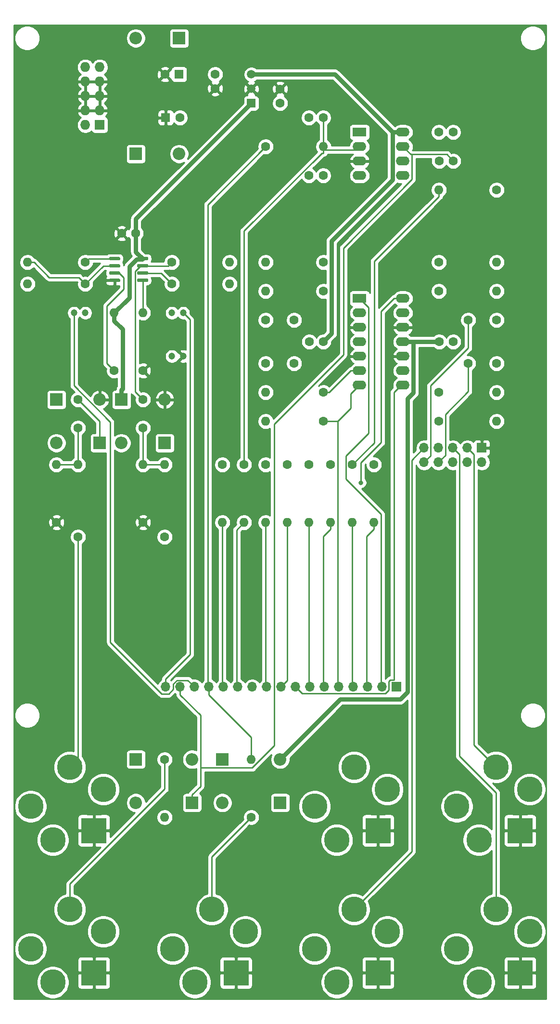
<source format=gbr>
%TF.GenerationSoftware,KiCad,Pcbnew,5.1.9-73d0e3b20d~88~ubuntu20.04.1*%
%TF.CreationDate,2021-04-01T10:52:14-04:00*%
%TF.ProjectId,ao_output,616f5f6f-7574-4707-9574-2e6b69636164,rev?*%
%TF.SameCoordinates,Original*%
%TF.FileFunction,Copper,L1,Top*%
%TF.FilePolarity,Positive*%
%FSLAX46Y46*%
G04 Gerber Fmt 4.6, Leading zero omitted, Abs format (unit mm)*
G04 Created by KiCad (PCBNEW 5.1.9-73d0e3b20d~88~ubuntu20.04.1) date 2021-04-01 10:52:14*
%MOMM*%
%LPD*%
G01*
G04 APERTURE LIST*
%TA.AperFunction,ComponentPad*%
%ADD10C,1.600000*%
%TD*%
%TA.AperFunction,ComponentPad*%
%ADD11O,1.600000X1.600000*%
%TD*%
%TA.AperFunction,ComponentPad*%
%ADD12O,2.200000X2.200000*%
%TD*%
%TA.AperFunction,ComponentPad*%
%ADD13R,2.200000X2.200000*%
%TD*%
%TA.AperFunction,ComponentPad*%
%ADD14R,1.600000X1.600000*%
%TD*%
%TA.AperFunction,ComponentPad*%
%ADD15C,1.200000*%
%TD*%
%TA.AperFunction,ComponentPad*%
%ADD16O,1.727200X1.727200*%
%TD*%
%TA.AperFunction,ComponentPad*%
%ADD17R,1.727200X1.727200*%
%TD*%
%TA.AperFunction,ComponentPad*%
%ADD18O,2.400000X1.600000*%
%TD*%
%TA.AperFunction,ComponentPad*%
%ADD19R,2.400000X1.600000*%
%TD*%
%TA.AperFunction,ComponentPad*%
%ADD20O,1.700000X1.700000*%
%TD*%
%TA.AperFunction,ComponentPad*%
%ADD21R,1.700000X1.700000*%
%TD*%
%TA.AperFunction,ComponentPad*%
%ADD22R,1.500000X1.500000*%
%TD*%
%TA.AperFunction,ComponentPad*%
%ADD23C,1.500000*%
%TD*%
%TA.AperFunction,ComponentPad*%
%ADD24C,4.500001*%
%TD*%
%TA.AperFunction,ComponentPad*%
%ADD25C,4.500000*%
%TD*%
%TA.AperFunction,ComponentPad*%
%ADD26R,4.500001X4.500001*%
%TD*%
%TA.AperFunction,ViaPad*%
%ADD27C,0.800000*%
%TD*%
%TA.AperFunction,Conductor*%
%ADD28C,0.750000*%
%TD*%
%TA.AperFunction,Conductor*%
%ADD29C,0.250000*%
%TD*%
%TA.AperFunction,Conductor*%
%ADD30C,0.254000*%
%TD*%
%TA.AperFunction,Conductor*%
%ADD31C,0.100000*%
%TD*%
G04 APERTURE END LIST*
D10*
%TO.P,R11,1*%
%TO.N,Net-(C5-Pad2)*%
X88900000Y-90450000D03*
D11*
%TO.P,R11,2*%
%TO.N,CH2LX*%
X88900000Y-100610000D03*
%TD*%
%TO.P,U3,8*%
%TO.N,+5V*%
%TA.AperFunction,SMDPad,CuDef*%
G36*
G01*
X54840000Y-54405000D02*
X54840000Y-54105000D01*
G75*
G02*
X54990000Y-53955000I150000J0D01*
G01*
X56640000Y-53955000D01*
G75*
G02*
X56790000Y-54105000I0J-150000D01*
G01*
X56790000Y-54405000D01*
G75*
G02*
X56640000Y-54555000I-150000J0D01*
G01*
X54990000Y-54555000D01*
G75*
G02*
X54840000Y-54405000I0J150000D01*
G01*
G37*
%TD.AperFunction*%
%TO.P,U3,7*%
%TO.N,Net-(C11-Pad1)*%
%TA.AperFunction,SMDPad,CuDef*%
G36*
G01*
X54840000Y-55675000D02*
X54840000Y-55375000D01*
G75*
G02*
X54990000Y-55225000I150000J0D01*
G01*
X56640000Y-55225000D01*
G75*
G02*
X56790000Y-55375000I0J-150000D01*
G01*
X56790000Y-55675000D01*
G75*
G02*
X56640000Y-55825000I-150000J0D01*
G01*
X54990000Y-55825000D01*
G75*
G02*
X54840000Y-55675000I0J150000D01*
G01*
G37*
%TD.AperFunction*%
%TO.P,U3,6*%
%TO.N,Net-(R22-Pad1)*%
%TA.AperFunction,SMDPad,CuDef*%
G36*
G01*
X54840000Y-56945000D02*
X54840000Y-56645000D01*
G75*
G02*
X54990000Y-56495000I150000J0D01*
G01*
X56640000Y-56495000D01*
G75*
G02*
X56790000Y-56645000I0J-150000D01*
G01*
X56790000Y-56945000D01*
G75*
G02*
X56640000Y-57095000I-150000J0D01*
G01*
X54990000Y-57095000D01*
G75*
G02*
X54840000Y-56945000I0J150000D01*
G01*
G37*
%TD.AperFunction*%
%TO.P,U3,5*%
%TO.N,Net-(C9-Pad1)*%
%TA.AperFunction,SMDPad,CuDef*%
G36*
G01*
X54840000Y-58215000D02*
X54840000Y-57915000D01*
G75*
G02*
X54990000Y-57765000I150000J0D01*
G01*
X56640000Y-57765000D01*
G75*
G02*
X56790000Y-57915000I0J-150000D01*
G01*
X56790000Y-58215000D01*
G75*
G02*
X56640000Y-58365000I-150000J0D01*
G01*
X54990000Y-58365000D01*
G75*
G02*
X54840000Y-58215000I0J150000D01*
G01*
G37*
%TD.AperFunction*%
%TO.P,U3,4*%
%TO.N,GND*%
%TA.AperFunction,SMDPad,CuDef*%
G36*
G01*
X49890000Y-58215000D02*
X49890000Y-57915000D01*
G75*
G02*
X50040000Y-57765000I150000J0D01*
G01*
X51690000Y-57765000D01*
G75*
G02*
X51840000Y-57915000I0J-150000D01*
G01*
X51840000Y-58215000D01*
G75*
G02*
X51690000Y-58365000I-150000J0D01*
G01*
X50040000Y-58365000D01*
G75*
G02*
X49890000Y-58215000I0J150000D01*
G01*
G37*
%TD.AperFunction*%
%TO.P,U3,3*%
%TO.N,Net-(C9-Pad1)*%
%TA.AperFunction,SMDPad,CuDef*%
G36*
G01*
X49890000Y-56945000D02*
X49890000Y-56645000D01*
G75*
G02*
X50040000Y-56495000I150000J0D01*
G01*
X51690000Y-56495000D01*
G75*
G02*
X51840000Y-56645000I0J-150000D01*
G01*
X51840000Y-56945000D01*
G75*
G02*
X51690000Y-57095000I-150000J0D01*
G01*
X50040000Y-57095000D01*
G75*
G02*
X49890000Y-56945000I0J150000D01*
G01*
G37*
%TD.AperFunction*%
%TO.P,U3,2*%
%TO.N,Net-(R21-Pad1)*%
%TA.AperFunction,SMDPad,CuDef*%
G36*
G01*
X49890000Y-55675000D02*
X49890000Y-55375000D01*
G75*
G02*
X50040000Y-55225000I150000J0D01*
G01*
X51690000Y-55225000D01*
G75*
G02*
X51840000Y-55375000I0J-150000D01*
G01*
X51840000Y-55675000D01*
G75*
G02*
X51690000Y-55825000I-150000J0D01*
G01*
X50040000Y-55825000D01*
G75*
G02*
X49890000Y-55675000I0J150000D01*
G01*
G37*
%TD.AperFunction*%
%TO.P,U3,1*%
%TO.N,Net-(C10-Pad1)*%
%TA.AperFunction,SMDPad,CuDef*%
G36*
G01*
X49890000Y-54405000D02*
X49890000Y-54105000D01*
G75*
G02*
X50040000Y-53955000I150000J0D01*
G01*
X51690000Y-53955000D01*
G75*
G02*
X51840000Y-54105000I0J-150000D01*
G01*
X51840000Y-54405000D01*
G75*
G02*
X51690000Y-54555000I-150000J0D01*
G01*
X50040000Y-54555000D01*
G75*
G02*
X49890000Y-54405000I0J150000D01*
G01*
G37*
%TD.AperFunction*%
%TD*%
D10*
%TO.P,R8,1*%
%TO.N,CH4X*%
X107950000Y-54890000D03*
D11*
%TO.P,R8,2*%
%TO.N,Net-(R4-Pad1)*%
X118110000Y-54890000D03*
%TD*%
D10*
%TO.P,C1,2*%
%TO.N,IN1AX*%
X82470000Y-65050000D03*
%TO.P,C1,1*%
%TO.N,Net-(C1-Pad1)*%
X77470000Y-65050000D03*
%TD*%
%TO.P,C11,2*%
%TO.N,Net-(C11-Pad2)*%
X55880000Y-84020000D03*
%TO.P,C11,1*%
%TO.N,Net-(C11-Pad1)*%
X55880000Y-79020000D03*
%TD*%
%TO.P,C10,2*%
%TO.N,Net-(C10-Pad2)*%
X44450000Y-84020000D03*
%TO.P,C10,1*%
%TO.N,Net-(C10-Pad1)*%
X44450000Y-79020000D03*
%TD*%
%TO.P,R3,1*%
%TO.N,Net-(R3-Pad1)*%
X107950000Y-77750000D03*
D11*
%TO.P,R3,2*%
%TO.N,Net-(C3-Pad1)*%
X118110000Y-77750000D03*
%TD*%
D10*
%TO.P,R9,1*%
%TO.N,Net-(C5-Pad2)*%
X96520000Y-90450000D03*
D11*
%TO.P,R9,2*%
%TO.N,CH1LX*%
X96520000Y-100610000D03*
%TD*%
D10*
%TO.P,R7,1*%
%TO.N,CH3X*%
X107950000Y-82830000D03*
D11*
%TO.P,R7,2*%
%TO.N,Net-(R3-Pad1)*%
X118110000Y-82830000D03*
%TD*%
D12*
%TO.P,D2,2*%
%TO.N,-12V*%
X80010000Y-142240000D03*
D13*
%TO.P,D2,1*%
%TO.N,PHONESLX*%
X80010000Y-149860000D03*
%TD*%
D12*
%TO.P,D8,2*%
%TO.N,GND*%
X59690000Y-79020000D03*
D13*
%TO.P,D8,1*%
%TO.N,Net-(C11-Pad1)*%
X59690000Y-86640000D03*
%TD*%
D12*
%TO.P,D7,2*%
%TO.N,Net-(C11-Pad1)*%
X52070000Y-86640000D03*
D13*
%TO.P,D7,1*%
%TO.N,+5V*%
X52070000Y-79020000D03*
%TD*%
D10*
%TO.P,R25,1*%
%TO.N,GND*%
X40640000Y-100610000D03*
D11*
%TO.P,R25,2*%
%TO.N,Net-(C10-Pad2)*%
X40640000Y-90450000D03*
%TD*%
D12*
%TO.P,D4,2*%
%TO.N,-12V*%
X64500000Y-142240000D03*
D13*
%TO.P,D4,1*%
%TO.N,PHONESRX*%
X64500000Y-149860000D03*
%TD*%
D12*
%TO.P,D9,2*%
%TO.N,/Pot boards and power/+12_IN*%
X54610000Y-15520000D03*
D13*
%TO.P,D9,1*%
%TO.N,+12V*%
X62230000Y-15520000D03*
%TD*%
D12*
%TO.P,D10,2*%
%TO.N,-12V*%
X62230000Y-35840000D03*
D13*
%TO.P,D10,1*%
%TO.N,/Pot boards and power/-12_IN*%
X54610000Y-35840000D03*
%TD*%
D10*
%TO.P,C13,2*%
%TO.N,-12V*%
X62365241Y-29490000D03*
D14*
%TO.P,C13,1*%
%TO.N,GND*%
X59865241Y-29490000D03*
%TD*%
D10*
%TO.P,C14,2*%
%TO.N,Net-(C14-Pad2)*%
X85130000Y-68860000D03*
%TO.P,C14,1*%
%TO.N,+12V*%
X87630000Y-68860000D03*
%TD*%
%TO.P,R5,1*%
%TO.N,CH1X*%
X87630000Y-54890000D03*
D11*
%TO.P,R5,2*%
%TO.N,Net-(R1-Pad1)*%
X77470000Y-54890000D03*
%TD*%
D10*
%TO.P,R16,1*%
%TO.N,Net-(C6-Pad2)*%
X69850000Y-90450000D03*
D11*
%TO.P,R16,2*%
%TO.N,CH4RX*%
X69850000Y-100610000D03*
%TD*%
D10*
%TO.P,R2,1*%
%TO.N,Net-(R2-Pad1)*%
X87630000Y-77750000D03*
D11*
%TO.P,R2,2*%
%TO.N,Net-(C2-Pad1)*%
X77470000Y-77750000D03*
%TD*%
D10*
%TO.P,R15,1*%
%TO.N,Net-(C5-Pad2)*%
X73660000Y-90450000D03*
D11*
%TO.P,R15,2*%
%TO.N,CH4LX*%
X73660000Y-100610000D03*
%TD*%
D10*
%TO.P,R12,1*%
%TO.N,Net-(C6-Pad2)*%
X85090000Y-90450000D03*
D11*
%TO.P,R12,2*%
%TO.N,CH2RX*%
X85090000Y-100610000D03*
%TD*%
D15*
%TO.P,C8,2*%
%TO.N,PHONESRAX*%
X62960000Y-63780000D03*
%TO.P,C8,1*%
%TO.N,Net-(C8-Pad1)*%
X60960000Y-63780000D03*
%TD*%
D10*
%TO.P,C17,2*%
%TO.N,-12V*%
X87590000Y-39650000D03*
%TO.P,C17,1*%
%TO.N,Net-(C16-Pad2)*%
X85090000Y-39650000D03*
%TD*%
D16*
%TO.P,J10,10*%
%TO.N,/Pot boards and power/+12_IN*%
X45720000Y-20600000D03*
%TO.P,J10,9*%
X48260000Y-20600000D03*
%TO.P,J10,8*%
%TO.N,GND*%
X45720000Y-23140000D03*
%TO.P,J10,7*%
X48260000Y-23140000D03*
%TO.P,J10,6*%
X45720000Y-25680000D03*
%TO.P,J10,5*%
X48260000Y-25680000D03*
%TO.P,J10,4*%
X45720000Y-28220000D03*
%TO.P,J10,3*%
X48260000Y-28220000D03*
%TO.P,J10,2*%
%TO.N,/Pot boards and power/-12_IN*%
X45720000Y-30760000D03*
D17*
%TO.P,J10,1*%
X48260000Y-30760000D03*
%TD*%
D12*
%TO.P,D1,2*%
%TO.N,PHONESLX*%
X69850000Y-149860000D03*
D13*
%TO.P,D1,1*%
%TO.N,+12V*%
X69850000Y-142240000D03*
%TD*%
D10*
%TO.P,C18,2*%
%TO.N,GND*%
X68580000Y-24370000D03*
%TO.P,C18,1*%
%TO.N,+12V*%
X68580000Y-21870000D03*
%TD*%
%TO.P,C4,2*%
%TO.N,IN4AX*%
X113110000Y-65050000D03*
%TO.P,C4,1*%
%TO.N,Net-(C4-Pad1)*%
X118110000Y-65050000D03*
%TD*%
%TO.P,R13,1*%
%TO.N,Net-(C5-Pad2)*%
X81280000Y-90450000D03*
D11*
%TO.P,R13,2*%
%TO.N,CH3LX*%
X81280000Y-100610000D03*
%TD*%
D15*
%TO.P,C9,2*%
%TO.N,GND*%
X62960000Y-71400000D03*
%TO.P,C9,1*%
%TO.N,Net-(C9-Pad1)*%
X60960000Y-71400000D03*
%TD*%
D18*
%TO.P,U1,14*%
%TO.N,CH4X*%
X101600000Y-61240000D03*
%TO.P,U1,7*%
%TO.N,CH2X*%
X93980000Y-76480000D03*
%TO.P,U1,13*%
%TO.N,Net-(R4-Pad1)*%
X101600000Y-63780000D03*
%TO.P,U1,6*%
%TO.N,Net-(R2-Pad1)*%
X93980000Y-73940000D03*
%TO.P,U1,12*%
%TO.N,GND*%
X101600000Y-66320000D03*
%TO.P,U1,5*%
X93980000Y-71400000D03*
%TO.P,U1,11*%
%TO.N,-12V*%
X101600000Y-68860000D03*
%TO.P,U1,4*%
%TO.N,+12V*%
X93980000Y-68860000D03*
%TO.P,U1,10*%
%TO.N,GND*%
X101600000Y-71400000D03*
%TO.P,U1,3*%
X93980000Y-66320000D03*
%TO.P,U1,9*%
%TO.N,Net-(R3-Pad1)*%
X101600000Y-73940000D03*
%TO.P,U1,2*%
%TO.N,Net-(R1-Pad1)*%
X93980000Y-63780000D03*
%TO.P,U1,8*%
%TO.N,CH3X*%
X101600000Y-76480000D03*
D19*
%TO.P,U1,1*%
%TO.N,CH1X*%
X93980000Y-61240000D03*
%TD*%
D10*
%TO.P,R29,1*%
%TO.N,/OUTL*%
X74930000Y-152400000D03*
D11*
%TO.P,R29,2*%
%TO.N,PHONESLX*%
X74930000Y-142240000D03*
%TD*%
D10*
%TO.P,C6,2*%
%TO.N,Net-(C6-Pad2)*%
X107990000Y-37110000D03*
%TO.P,C6,1*%
%TO.N,PHONESRX*%
X110490000Y-37110000D03*
%TD*%
%TO.P,R30,1*%
%TO.N,/OUTR*%
X59690000Y-142240000D03*
D11*
%TO.P,R30,2*%
%TO.N,PHONESRX*%
X59690000Y-152400000D03*
%TD*%
D12*
%TO.P,D6,2*%
%TO.N,GND*%
X48260000Y-79020000D03*
D13*
%TO.P,D6,1*%
%TO.N,Net-(C10-Pad1)*%
X48260000Y-86640000D03*
%TD*%
D10*
%TO.P,C16,2*%
%TO.N,Net-(C16-Pad2)*%
X110450000Y-32030000D03*
%TO.P,C16,1*%
%TO.N,+12V*%
X107950000Y-32030000D03*
%TD*%
D15*
%TO.P,C7,2*%
%TO.N,PHONESLAX*%
X43720000Y-63780000D03*
%TO.P,C7,1*%
%TO.N,Net-(C7-Pad1)*%
X45720000Y-63780000D03*
%TD*%
D12*
%TO.P,D5,2*%
%TO.N,Net-(C10-Pad1)*%
X40640000Y-86640000D03*
D13*
%TO.P,D5,1*%
%TO.N,+5V*%
X40640000Y-79020000D03*
%TD*%
D18*
%TO.P,U2,8*%
%TO.N,+12V*%
X101600000Y-32030000D03*
%TO.P,U2,4*%
%TO.N,-12V*%
X93980000Y-39650000D03*
%TO.P,U2,7*%
%TO.N,PHONESRX*%
X101600000Y-34570000D03*
%TO.P,U2,3*%
%TO.N,GND*%
X93980000Y-37110000D03*
%TO.P,U2,6*%
%TO.N,Net-(C6-Pad2)*%
X101600000Y-37110000D03*
%TO.P,U2,2*%
%TO.N,Net-(C5-Pad2)*%
X93980000Y-34570000D03*
%TO.P,U2,5*%
%TO.N,GND*%
X101600000Y-39650000D03*
D19*
%TO.P,U2,1*%
%TO.N,PHONESLX*%
X93980000Y-32030000D03*
%TD*%
D10*
%TO.P,C2,2*%
%TO.N,IN2AX*%
X82470000Y-72670000D03*
%TO.P,C2,1*%
%TO.N,Net-(C2-Pad1)*%
X77470000Y-72670000D03*
%TD*%
%TO.P,R21,1*%
%TO.N,Net-(R21-Pad1)*%
X45720000Y-58700000D03*
D11*
%TO.P,R21,2*%
%TO.N,Net-(C7-Pad1)*%
X35560000Y-58700000D03*
%TD*%
D10*
%TO.P,C15,2*%
%TO.N,-12V*%
X107990000Y-68860000D03*
%TO.P,C15,1*%
%TO.N,Net-(C14-Pad2)*%
X110490000Y-68860000D03*
%TD*%
D20*
%TO.P,J1,10*%
%TO.N,IN4AX*%
X105340000Y-90040000D03*
%TO.P,J1,9*%
%TO.N,IN4X*%
X105340000Y-87500000D03*
%TO.P,J1,8*%
%TO.N,IN3AX*%
X107880000Y-90040000D03*
%TO.P,J1,7*%
%TO.N,IN3X*%
X107880000Y-87500000D03*
%TO.P,J1,6*%
%TO.N,IN2AX*%
X110420000Y-90040000D03*
%TO.P,J1,5*%
%TO.N,IN2X*%
X110420000Y-87500000D03*
%TO.P,J1,4*%
%TO.N,IN1AX*%
X112960000Y-90040000D03*
%TO.P,J1,3*%
%TO.N,IN1X*%
X112960000Y-87500000D03*
%TO.P,J1,2*%
%TO.N,Net-(J1-Pad2)*%
X115500000Y-90040000D03*
D21*
%TO.P,J1,1*%
%TO.N,GND*%
X115500000Y-87500000D03*
%TD*%
D10*
%TO.P,R17,1*%
%TO.N,PHONESLX*%
X77470000Y-34570000D03*
D11*
%TO.P,R17,2*%
%TO.N,Net-(C5-Pad2)*%
X87630000Y-34570000D03*
%TD*%
D10*
%TO.P,R23,1*%
%TO.N,Net-(C10-Pad1)*%
X45720000Y-54890000D03*
D11*
%TO.P,R23,2*%
%TO.N,Net-(R21-Pad1)*%
X35560000Y-54890000D03*
%TD*%
D10*
%TO.P,R6,1*%
%TO.N,CH2X*%
X87630000Y-82830000D03*
D11*
%TO.P,R6,2*%
%TO.N,Net-(R2-Pad1)*%
X77470000Y-82830000D03*
%TD*%
D10*
%TO.P,C20,2*%
%TO.N,GND*%
X52110000Y-49810000D03*
%TO.P,C20,1*%
%TO.N,+5V*%
X54610000Y-49810000D03*
%TD*%
D11*
%TO.P,R28,2*%
%TO.N,Net-(C11-Pad2)*%
X59690000Y-90450000D03*
D10*
%TO.P,R28,1*%
%TO.N,/PHONESR*%
X59690000Y-103150000D03*
%TD*%
%TO.P,C3,2*%
%TO.N,IN3AX*%
X113110000Y-72670000D03*
%TO.P,C3,1*%
%TO.N,Net-(C3-Pad1)*%
X118110000Y-72670000D03*
%TD*%
%TO.P,R10,1*%
%TO.N,Net-(C6-Pad2)*%
X92710000Y-90450000D03*
D11*
%TO.P,R10,2*%
%TO.N,CH1RX*%
X92710000Y-100610000D03*
%TD*%
D10*
%TO.P,R20,1*%
%TO.N,GND*%
X55880000Y-73940000D03*
D11*
%TO.P,R20,2*%
%TO.N,Net-(C9-Pad1)*%
X55880000Y-63780000D03*
%TD*%
D10*
%TO.P,C5,2*%
%TO.N,Net-(C5-Pad2)*%
X87590000Y-29490000D03*
%TO.P,C5,1*%
%TO.N,PHONESLX*%
X85090000Y-29490000D03*
%TD*%
%TO.P,R26,1*%
%TO.N,GND*%
X55880000Y-100610000D03*
D11*
%TO.P,R26,2*%
%TO.N,Net-(C11-Pad2)*%
X55880000Y-90450000D03*
%TD*%
D10*
%TO.P,R18,1*%
%TO.N,PHONESRX*%
X118110000Y-42190000D03*
D11*
%TO.P,R18,2*%
%TO.N,Net-(C6-Pad2)*%
X107950000Y-42190000D03*
%TD*%
D10*
%TO.P,R19,1*%
%TO.N,Net-(C9-Pad1)*%
X50800000Y-73940000D03*
D11*
%TO.P,R19,2*%
%TO.N,+5V*%
X50800000Y-63780000D03*
%TD*%
D10*
%TO.P,C19,2*%
%TO.N,GND*%
X80010000Y-24450000D03*
%TO.P,C19,1*%
%TO.N,+5V*%
X80010000Y-26950000D03*
%TD*%
D22*
%TO.P,U4,1*%
%TO.N,+5V*%
X74930000Y-26950000D03*
D23*
%TO.P,U4,3*%
%TO.N,+12V*%
X74930000Y-21870000D03*
%TO.P,U4,2*%
%TO.N,GND*%
X74930000Y-24410000D03*
%TD*%
D12*
%TO.P,D3,2*%
%TO.N,PHONESRX*%
X54610000Y-149860000D03*
D13*
%TO.P,D3,1*%
%TO.N,+12V*%
X54610000Y-142240000D03*
%TD*%
D10*
%TO.P,R24,1*%
%TO.N,Net-(C11-Pad1)*%
X60960000Y-54890000D03*
D11*
%TO.P,R24,2*%
%TO.N,Net-(R22-Pad1)*%
X71120000Y-54890000D03*
%TD*%
D10*
%TO.P,R14,1*%
%TO.N,Net-(C6-Pad2)*%
X77470000Y-90450000D03*
D11*
%TO.P,R14,2*%
%TO.N,CH3RX*%
X77470000Y-100610000D03*
%TD*%
D10*
%TO.P,R4,1*%
%TO.N,Net-(R4-Pad1)*%
X107950000Y-59970000D03*
D11*
%TO.P,R4,2*%
%TO.N,Net-(C4-Pad1)*%
X118110000Y-59970000D03*
%TD*%
D10*
%TO.P,R22,1*%
%TO.N,Net-(R22-Pad1)*%
X60960000Y-58700000D03*
D11*
%TO.P,R22,2*%
%TO.N,Net-(C8-Pad1)*%
X71120000Y-58700000D03*
%TD*%
%TO.P,R27,2*%
%TO.N,Net-(C10-Pad2)*%
X44450000Y-90450000D03*
D10*
%TO.P,R27,1*%
%TO.N,/PHONESL*%
X44450000Y-103150000D03*
%TD*%
%TO.P,R1,1*%
%TO.N,Net-(R1-Pad1)*%
X87630000Y-59970000D03*
D11*
%TO.P,R1,2*%
%TO.N,Net-(C1-Pad1)*%
X77470000Y-59970000D03*
%TD*%
D24*
%TO.P,J5,RN*%
%TO.N,N/C*%
X90000000Y-156400000D03*
D25*
%TO.P,J5,TN*%
X98900000Y-147500000D03*
D24*
%TO.P,J5,R*%
X86100000Y-150500000D03*
D26*
%TO.P,J5,S*%
%TO.N,GND*%
X97240000Y-154740000D03*
D25*
%TO.P,J5,T*%
%TO.N,IN3X*%
X93000000Y-143600000D03*
%TD*%
D24*
%TO.P,J4,RN*%
%TO.N,N/C*%
X115000000Y-181400000D03*
D25*
%TO.P,J4,TN*%
X123900000Y-172500000D03*
D24*
%TO.P,J4,R*%
X111100000Y-175500000D03*
D26*
%TO.P,J4,S*%
%TO.N,GND*%
X122240000Y-179740000D03*
D25*
%TO.P,J4,T*%
%TO.N,IN2X*%
X118000000Y-168600000D03*
%TD*%
D24*
%TO.P,J7,RN*%
%TO.N,N/C*%
X65000000Y-181400000D03*
D25*
%TO.P,J7,TN*%
X73900000Y-172500000D03*
D24*
%TO.P,J7,R*%
X61100000Y-175500000D03*
D26*
%TO.P,J7,S*%
%TO.N,GND*%
X72240000Y-179740000D03*
D25*
%TO.P,J7,T*%
%TO.N,/OUTL*%
X68000000Y-168600000D03*
%TD*%
D20*
%TO.P,J2,17*%
%TO.N,PHONESRAX*%
X59860000Y-129500000D03*
%TO.P,J2,16*%
%TO.N,PHONESRX*%
X62400000Y-129500000D03*
%TO.P,J2,15*%
%TO.N,PHONESLAX*%
X64940000Y-129500000D03*
%TO.P,J2,14*%
%TO.N,PHONESLX*%
X67480000Y-129500000D03*
%TO.P,J2,13*%
%TO.N,CH4RX*%
X70020000Y-129500000D03*
%TO.P,J2,12*%
%TO.N,CH4LX*%
X72560000Y-129500000D03*
%TO.P,J2,11*%
%TO.N,CH4X*%
X75100000Y-129500000D03*
%TO.P,J2,10*%
%TO.N,CH3RX*%
X77640000Y-129500000D03*
%TO.P,J2,9*%
%TO.N,CH3LX*%
X80180000Y-129500000D03*
%TO.P,J2,8*%
%TO.N,CH3X*%
X82720000Y-129500000D03*
%TO.P,J2,7*%
%TO.N,CH2RX*%
X85260000Y-129500000D03*
%TO.P,J2,6*%
%TO.N,CH2LX*%
X87800000Y-129500000D03*
%TO.P,J2,5*%
%TO.N,CH2X*%
X90340000Y-129500000D03*
%TO.P,J2,4*%
%TO.N,CH1RX*%
X92880000Y-129500000D03*
%TO.P,J2,3*%
%TO.N,CH1LX*%
X95420000Y-129500000D03*
%TO.P,J2,2*%
%TO.N,CH1X*%
X97960000Y-129500000D03*
D21*
%TO.P,J2,1*%
%TO.N,GND*%
X100500000Y-129500000D03*
%TD*%
D10*
%TO.P,C12,2*%
%TO.N,GND*%
X59730000Y-21870000D03*
D14*
%TO.P,C12,1*%
%TO.N,+12V*%
X62230000Y-21870000D03*
%TD*%
D24*
%TO.P,J3,RN*%
%TO.N,N/C*%
X115000000Y-156400000D03*
D25*
%TO.P,J3,TN*%
X123900000Y-147500000D03*
D24*
%TO.P,J3,R*%
X111100000Y-150500000D03*
D26*
%TO.P,J3,S*%
%TO.N,GND*%
X122240000Y-154740000D03*
D25*
%TO.P,J3,T*%
%TO.N,IN1X*%
X118000000Y-143600000D03*
%TD*%
D24*
%TO.P,J9,RN*%
%TO.N,N/C*%
X40000000Y-156400000D03*
D25*
%TO.P,J9,TN*%
X48900000Y-147500000D03*
D24*
%TO.P,J9,R*%
%TO.N,/PHONESR*%
X36100000Y-150500000D03*
D26*
%TO.P,J9,S*%
%TO.N,GND*%
X47240000Y-154740000D03*
D25*
%TO.P,J9,T*%
%TO.N,/PHONESL*%
X43000000Y-143600000D03*
%TD*%
D24*
%TO.P,J6,RN*%
%TO.N,N/C*%
X90000000Y-181400000D03*
D25*
%TO.P,J6,TN*%
X98900000Y-172500000D03*
D24*
%TO.P,J6,R*%
X86100000Y-175500000D03*
D26*
%TO.P,J6,S*%
%TO.N,GND*%
X97240000Y-179740000D03*
D25*
%TO.P,J6,T*%
%TO.N,IN4X*%
X93000000Y-168600000D03*
%TD*%
D24*
%TO.P,J8,RN*%
%TO.N,N/C*%
X40000000Y-181400000D03*
D25*
%TO.P,J8,TN*%
X48900000Y-172500000D03*
D24*
%TO.P,J8,R*%
X36100000Y-175500000D03*
D26*
%TO.P,J8,S*%
%TO.N,GND*%
X47240000Y-179740000D03*
D25*
%TO.P,J8,T*%
%TO.N,/OUTR*%
X43000000Y-168600000D03*
%TD*%
D27*
%TO.N,CH4X*%
X94242900Y-93620200D03*
%TD*%
D28*
%TO.N,+12V*%
X99774700Y-32030000D02*
X99774700Y-40420400D01*
X99774700Y-40420400D02*
X89055400Y-51139700D01*
X89614700Y-21870000D02*
X74930000Y-21870000D01*
X89614700Y-21870000D02*
X99774700Y-32030000D01*
X89055400Y-67434600D02*
X87630000Y-68860000D01*
X89055400Y-51139700D02*
X89055400Y-67434600D01*
X101600000Y-32030000D02*
X99774700Y-32030000D01*
%TO.N,-12V*%
X102432800Y-78822200D02*
X103425300Y-77829700D01*
X103425300Y-68860000D02*
X107990000Y-68860000D01*
X90551000Y-131699000D02*
X101126002Y-131699000D01*
X80010000Y-142240000D02*
X90551000Y-131699000D01*
X103425300Y-77829700D02*
X103425300Y-68860000D01*
X101126002Y-131699000D02*
X102432800Y-130392202D01*
X102432800Y-130392202D02*
X102432800Y-78822200D01*
X101600000Y-68860000D02*
X103175200Y-68860000D01*
X103175200Y-68860000D02*
X103425300Y-68860000D01*
D29*
%TO.N,Net-(C5-Pad2)*%
X73660000Y-49384000D02*
X73660000Y-90450000D01*
X87348700Y-35695300D02*
X73660000Y-49384000D01*
X87630000Y-35132600D02*
X93417400Y-35132600D01*
X93417400Y-35132600D02*
X93980000Y-34570000D01*
X87590000Y-29490000D02*
X87590000Y-33404700D01*
X87630000Y-34570000D02*
X87630000Y-33444700D01*
X87630000Y-35695300D02*
X87348700Y-35695300D01*
X87630000Y-34570000D02*
X87630000Y-35132600D01*
X87630000Y-35132600D02*
X87630000Y-35695300D01*
X87590000Y-33404700D02*
X87630000Y-33444700D01*
%TO.N,Net-(C6-Pad2)*%
X107950000Y-43315300D02*
X96556800Y-54708500D01*
X107950000Y-42190000D02*
X107950000Y-43315300D01*
X96556800Y-86603200D02*
X92710000Y-90450000D01*
X96556800Y-54708500D02*
X96556800Y-86603200D01*
%TO.N,Net-(C9-Pad1)*%
X55815000Y-62589700D02*
X55815000Y-58065000D01*
X55880000Y-62654700D02*
X55815000Y-62589700D01*
X55880000Y-63780000D02*
X55880000Y-62654700D01*
X51689000Y-56795000D02*
X50865000Y-56795000D01*
X50800000Y-73940000D02*
X49502600Y-72642600D01*
X49502600Y-72642600D02*
X49502600Y-62537400D01*
X49502600Y-62537400D02*
X52451000Y-59589000D01*
X52451000Y-57557000D02*
X51689000Y-56795000D01*
X52451000Y-59589000D02*
X52451000Y-57557000D01*
%TO.N,Net-(C10-Pad2)*%
X44450000Y-84020000D02*
X44450000Y-90450000D01*
X44450000Y-90450000D02*
X41765300Y-90450000D01*
X40640000Y-90450000D02*
X41765300Y-90450000D01*
%TO.N,Net-(C10-Pad1)*%
X44450000Y-79020000D02*
X48260000Y-82830000D01*
X46355000Y-54255000D02*
X45720000Y-54890000D01*
X50865000Y-54255000D02*
X46355000Y-54255000D01*
X48260000Y-82830000D02*
X48260000Y-86640000D01*
%TO.N,Net-(C11-Pad2)*%
X55880000Y-84020000D02*
X55880000Y-90450000D01*
X59690000Y-90450000D02*
X58564700Y-90450000D01*
X55880000Y-90450000D02*
X58564700Y-90450000D01*
%TO.N,Net-(C11-Pad1)*%
X60960000Y-54890000D02*
X60325000Y-55525000D01*
X60325000Y-55525000D02*
X55815000Y-55525000D01*
X54462500Y-77602500D02*
X54462500Y-56491000D01*
X55880000Y-79020000D02*
X54462500Y-77602500D01*
X55428500Y-55525000D02*
X55815000Y-55525000D01*
X54462500Y-56491000D02*
X55428500Y-55525000D01*
D28*
%TO.N,+5V*%
X54610000Y-53050000D02*
X55815000Y-54255000D01*
X52070000Y-77294700D02*
X52268000Y-77096700D01*
X52070000Y-79020000D02*
X52070000Y-77294700D01*
X50800000Y-63780000D02*
X50800000Y-65205300D01*
X55815000Y-54255000D02*
X55688000Y-54382000D01*
X55688000Y-54382000D02*
X54737000Y-54382000D01*
X54737000Y-54382000D02*
X53467000Y-55652000D01*
X53467000Y-55652000D02*
X53467000Y-61113000D01*
X53467000Y-61113000D02*
X50800000Y-63780000D01*
X54610000Y-49810000D02*
X54610000Y-53050000D01*
X52268000Y-66673300D02*
X50800000Y-65205300D01*
X52268000Y-77096700D02*
X52268000Y-66673300D01*
X74930000Y-26950000D02*
X54610000Y-47270000D01*
X54610000Y-47270000D02*
X54610000Y-49810000D01*
D29*
%TO.N,/OUTL*%
X68000000Y-159330000D02*
X68000000Y-168600000D01*
X74930000Y-152400000D02*
X68000000Y-159330000D01*
%TO.N,/OUTR*%
X43000000Y-164113200D02*
X43000000Y-168600000D01*
X59690000Y-147423200D02*
X43000000Y-164113200D01*
X59690000Y-142240000D02*
X59690000Y-147423200D01*
%TO.N,/PHONESL*%
X44450000Y-103150000D02*
X44450000Y-142150000D01*
X44450000Y-142150000D02*
X43000000Y-143600000D01*
%TO.N,Net-(R2-Pad1)*%
X88644700Y-77750000D02*
X92454700Y-73940000D01*
X87630000Y-77750000D02*
X88644700Y-77750000D01*
X93980000Y-73940000D02*
X92454700Y-73940000D01*
%TO.N,Net-(R21-Pad1)*%
X45720000Y-58700000D02*
X44577000Y-57557000D01*
X44577000Y-57557000D02*
X39352300Y-57557000D01*
X36685300Y-54890000D02*
X35560000Y-54890000D01*
X39352300Y-57557000D02*
X36685300Y-54890000D01*
X50865000Y-55525000D02*
X48895000Y-55525000D01*
X48895000Y-55525000D02*
X45720000Y-58700000D01*
%TO.N,Net-(R22-Pad1)*%
X59055000Y-56795000D02*
X55815000Y-56795000D01*
X60960000Y-58700000D02*
X59055000Y-56795000D01*
%TO.N,IN3AX*%
X109093000Y-88827000D02*
X109093000Y-81607000D01*
X109093000Y-81607000D02*
X113110000Y-77590000D01*
X113110000Y-77590000D02*
X113110000Y-72670000D01*
X107880000Y-90040000D02*
X109093000Y-88827000D01*
%TO.N,IN4AX*%
X113110000Y-69970000D02*
X113110000Y-65050000D01*
X106515001Y-76564999D02*
X113110000Y-69970000D01*
X105340000Y-90040000D02*
X106515001Y-88864999D01*
X106515001Y-88864999D02*
X106515001Y-76564999D01*
%TO.N,PHONESLX*%
X77470000Y-34570000D02*
X67260000Y-44780000D01*
X74930000Y-138345300D02*
X67480000Y-130895300D01*
X67480000Y-130895300D02*
X67480000Y-129500000D01*
X74930000Y-142240000D02*
X74930000Y-138345300D01*
X67260000Y-129280000D02*
X67480000Y-129500000D01*
X67260000Y-44780000D02*
X67260000Y-129280000D01*
%TO.N,PHONESRX*%
X102975400Y-35945400D02*
X101600000Y-34570000D01*
X62400000Y-129500000D02*
X62400000Y-130895300D01*
X103180800Y-35945400D02*
X102975400Y-35945400D01*
X78997500Y-83297500D02*
X91130200Y-71164800D01*
X64500000Y-149860000D02*
X64500000Y-148434700D01*
X65978100Y-146956600D02*
X64500000Y-148434700D01*
X79004999Y-139814301D02*
X79004999Y-83304999D01*
X62400000Y-130895300D02*
X65978100Y-134473400D01*
X65978100Y-134473400D02*
X65978100Y-143718200D01*
X65978100Y-143718200D02*
X75101100Y-143718200D01*
X79004999Y-83304999D02*
X78997500Y-83297500D01*
X65978100Y-143718200D02*
X65978100Y-146956600D01*
X109325400Y-35945400D02*
X103180800Y-35945400D01*
X110490000Y-37110000D02*
X109325400Y-35945400D01*
X103180800Y-40327700D02*
X103180800Y-35945400D01*
X91130200Y-52378300D02*
X103180800Y-40327700D01*
X91130200Y-71164800D02*
X91130200Y-52378300D01*
X75101100Y-143718200D02*
X79004999Y-139814301D01*
%TO.N,PHONESLAX*%
X43720000Y-63780000D02*
X43720000Y-76566400D01*
X59137500Y-130706500D02*
X60392502Y-130706500D01*
X50129700Y-121698700D02*
X59137500Y-130706500D01*
X63764999Y-128324999D02*
X64940000Y-129500000D01*
X61224999Y-128935999D02*
X61835999Y-128324999D01*
X61224999Y-129874003D02*
X61224999Y-128935999D01*
X60392502Y-130706500D02*
X61224999Y-129874003D01*
X43720000Y-76566400D02*
X50129700Y-82976100D01*
X61835999Y-128324999D02*
X63764999Y-128324999D01*
X50129700Y-82976100D02*
X50129700Y-121698700D01*
%TO.N,PHONESRAX*%
X64146800Y-123817900D02*
X59860000Y-128104700D01*
X64146800Y-64966800D02*
X64146800Y-106317900D01*
X62960000Y-63780000D02*
X64146800Y-64966800D01*
X59860000Y-128104700D02*
X59860000Y-129500000D01*
X64146800Y-106317900D02*
X64146800Y-123817900D01*
%TO.N,IN4X*%
X103183200Y-158416800D02*
X103183200Y-107156800D01*
X103183200Y-107156800D02*
X103183200Y-89656800D01*
X103183200Y-89656800D02*
X105340000Y-87500000D01*
X93000000Y-168600000D02*
X103183200Y-158416800D01*
%TO.N,IN2X*%
X111595001Y-141686401D02*
X111595001Y-106175001D01*
X118000000Y-168600000D02*
X118000000Y-148091400D01*
X111595001Y-106175001D02*
X111595001Y-88675001D01*
X111595001Y-88675001D02*
X110420000Y-87500000D01*
X118000000Y-148091400D02*
X111595001Y-141686401D01*
%TO.N,IN1X*%
X118000000Y-143600000D02*
X114135001Y-139735001D01*
X114135001Y-88675001D02*
X112960000Y-87500000D01*
X114135001Y-139735001D02*
X114135001Y-88675001D01*
%TO.N,CH4RX*%
X69850000Y-100610000D02*
X69850000Y-129330000D01*
X69850000Y-129330000D02*
X70020000Y-129500000D01*
%TO.N,CH4LX*%
X72340000Y-119430000D02*
X72340000Y-129280000D01*
X73660000Y-100610000D02*
X72340000Y-101930000D01*
X72340000Y-129280000D02*
X72560000Y-129500000D01*
X72340000Y-101930000D02*
X72340000Y-119430000D01*
%TO.N,CH4X*%
X101600000Y-61240000D02*
X100074700Y-61240000D01*
X100074700Y-61240000D02*
X97790000Y-63524700D01*
X97790000Y-63524700D02*
X97790000Y-86572400D01*
X97790000Y-86572400D02*
X94242900Y-90119500D01*
X94242900Y-90119500D02*
X94242900Y-93620200D01*
%TO.N,CH3RX*%
X77640000Y-129500000D02*
X77420000Y-129280000D01*
X77420000Y-100660000D02*
X77470000Y-100610000D01*
X77420000Y-129280000D02*
X77420000Y-100660000D01*
%TO.N,CH3LX*%
X81280000Y-100610000D02*
X81280000Y-128400000D01*
X81280000Y-128400000D02*
X80180000Y-129500000D01*
%TO.N,CH3X*%
X98265099Y-130675001D02*
X98264800Y-130675300D01*
X98264800Y-130675300D02*
X83895300Y-130675300D01*
X99135001Y-128489997D02*
X99135001Y-130064001D01*
X99135001Y-130064001D02*
X98524001Y-130675001D01*
X99349999Y-128274999D02*
X99135001Y-128489997D01*
X100076000Y-128274999D02*
X99349999Y-128274999D01*
X100076000Y-77748700D02*
X100076000Y-128274999D01*
X101600000Y-76480000D02*
X101344700Y-76480000D01*
X101344700Y-76480000D02*
X100076000Y-77748700D01*
X98524001Y-130675001D02*
X98265099Y-130675001D01*
X83895300Y-130675300D02*
X82720000Y-129500000D01*
%TO.N,CH2RX*%
X85040000Y-100660000D02*
X85040000Y-129280000D01*
X85040000Y-129280000D02*
X85260000Y-129500000D01*
X85090000Y-100610000D02*
X85040000Y-100660000D01*
%TO.N,CH2LX*%
X88900000Y-101735300D02*
X87580000Y-103055300D01*
X88900000Y-100610000D02*
X88900000Y-101735300D01*
X87580000Y-103055300D02*
X87580000Y-129280000D01*
X87580000Y-129280000D02*
X87800000Y-129500000D01*
%TO.N,CH2X*%
X90120000Y-82830000D02*
X90120000Y-128324700D01*
X87630000Y-82830000D02*
X90120000Y-82830000D01*
X90120000Y-128324700D02*
X90120000Y-129500000D01*
X90120000Y-82830000D02*
X92454700Y-80495300D01*
X92454700Y-80495300D02*
X92454700Y-78005300D01*
X92710000Y-77750000D02*
X93980000Y-76480000D01*
X92454700Y-78005300D02*
X92710000Y-77750000D01*
%TO.N,CH1RX*%
X92660000Y-129280000D02*
X92880000Y-129500000D01*
X92660000Y-100660000D02*
X92660000Y-129280000D01*
X92710000Y-100610000D02*
X92660000Y-100660000D01*
%TO.N,CH1LX*%
X95200000Y-103055300D02*
X95200000Y-129280000D01*
X96520000Y-101735300D02*
X95200000Y-103055300D01*
X96520000Y-100610000D02*
X96520000Y-101735300D01*
X95200000Y-129280000D02*
X95420000Y-129500000D01*
%TO.N,CH1X*%
X91564100Y-88908200D02*
X91564100Y-92937300D01*
X95555400Y-62815400D02*
X95555400Y-84916900D01*
X93980000Y-61240000D02*
X95555400Y-62815400D01*
X97740000Y-99113200D02*
X97740000Y-129280000D01*
X97740000Y-129280000D02*
X97960000Y-129500000D01*
X95555400Y-84916900D02*
X91564100Y-88908200D01*
X91564100Y-92937300D02*
X97740000Y-99113200D01*
%TD*%
D30*
%TO.N,GND*%
X126815001Y-184315000D02*
X33185000Y-184315000D01*
X33185000Y-181115852D01*
X37115000Y-181115852D01*
X37115000Y-181684148D01*
X37225869Y-182241523D01*
X37443346Y-182766560D01*
X37759074Y-183239080D01*
X38160920Y-183640926D01*
X38633440Y-183956654D01*
X39158477Y-184174131D01*
X39715852Y-184285000D01*
X40284148Y-184285000D01*
X40841523Y-184174131D01*
X41366560Y-183956654D01*
X41839080Y-183640926D01*
X42240926Y-183239080D01*
X42556654Y-182766560D01*
X42774131Y-182241523D01*
X42824162Y-181990000D01*
X44351928Y-181990000D01*
X44364188Y-182114482D01*
X44400498Y-182234180D01*
X44459463Y-182344494D01*
X44538815Y-182441185D01*
X44635506Y-182520537D01*
X44745820Y-182579502D01*
X44865518Y-182615812D01*
X44990000Y-182628072D01*
X46954250Y-182625000D01*
X47113000Y-182466250D01*
X47113000Y-179867000D01*
X47367000Y-179867000D01*
X47367000Y-182466250D01*
X47525750Y-182625000D01*
X49490000Y-182628072D01*
X49614482Y-182615812D01*
X49734180Y-182579502D01*
X49844494Y-182520537D01*
X49941185Y-182441185D01*
X50020537Y-182344494D01*
X50079502Y-182234180D01*
X50115812Y-182114482D01*
X50128072Y-181990000D01*
X50126705Y-181115852D01*
X62115000Y-181115852D01*
X62115000Y-181684148D01*
X62225869Y-182241523D01*
X62443346Y-182766560D01*
X62759074Y-183239080D01*
X63160920Y-183640926D01*
X63633440Y-183956654D01*
X64158477Y-184174131D01*
X64715852Y-184285000D01*
X65284148Y-184285000D01*
X65841523Y-184174131D01*
X66366560Y-183956654D01*
X66839080Y-183640926D01*
X67240926Y-183239080D01*
X67556654Y-182766560D01*
X67774131Y-182241523D01*
X67824162Y-181990000D01*
X69351928Y-181990000D01*
X69364188Y-182114482D01*
X69400498Y-182234180D01*
X69459463Y-182344494D01*
X69538815Y-182441185D01*
X69635506Y-182520537D01*
X69745820Y-182579502D01*
X69865518Y-182615812D01*
X69990000Y-182628072D01*
X71954250Y-182625000D01*
X72113000Y-182466250D01*
X72113000Y-179867000D01*
X72367000Y-179867000D01*
X72367000Y-182466250D01*
X72525750Y-182625000D01*
X74490000Y-182628072D01*
X74614482Y-182615812D01*
X74734180Y-182579502D01*
X74844494Y-182520537D01*
X74941185Y-182441185D01*
X75020537Y-182344494D01*
X75079502Y-182234180D01*
X75115812Y-182114482D01*
X75128072Y-181990000D01*
X75126705Y-181115852D01*
X87115000Y-181115852D01*
X87115000Y-181684148D01*
X87225869Y-182241523D01*
X87443346Y-182766560D01*
X87759074Y-183239080D01*
X88160920Y-183640926D01*
X88633440Y-183956654D01*
X89158477Y-184174131D01*
X89715852Y-184285000D01*
X90284148Y-184285000D01*
X90841523Y-184174131D01*
X91366560Y-183956654D01*
X91839080Y-183640926D01*
X92240926Y-183239080D01*
X92556654Y-182766560D01*
X92774131Y-182241523D01*
X92824162Y-181990000D01*
X94351928Y-181990000D01*
X94364188Y-182114482D01*
X94400498Y-182234180D01*
X94459463Y-182344494D01*
X94538815Y-182441185D01*
X94635506Y-182520537D01*
X94745820Y-182579502D01*
X94865518Y-182615812D01*
X94990000Y-182628072D01*
X96954250Y-182625000D01*
X97113000Y-182466250D01*
X97113000Y-179867000D01*
X97367000Y-179867000D01*
X97367000Y-182466250D01*
X97525750Y-182625000D01*
X99490000Y-182628072D01*
X99614482Y-182615812D01*
X99734180Y-182579502D01*
X99844494Y-182520537D01*
X99941185Y-182441185D01*
X100020537Y-182344494D01*
X100079502Y-182234180D01*
X100115812Y-182114482D01*
X100128072Y-181990000D01*
X100126705Y-181115852D01*
X112115000Y-181115852D01*
X112115000Y-181684148D01*
X112225869Y-182241523D01*
X112443346Y-182766560D01*
X112759074Y-183239080D01*
X113160920Y-183640926D01*
X113633440Y-183956654D01*
X114158477Y-184174131D01*
X114715852Y-184285000D01*
X115284148Y-184285000D01*
X115841523Y-184174131D01*
X116366560Y-183956654D01*
X116839080Y-183640926D01*
X117240926Y-183239080D01*
X117556654Y-182766560D01*
X117774131Y-182241523D01*
X117824162Y-181990000D01*
X119351928Y-181990000D01*
X119364188Y-182114482D01*
X119400498Y-182234180D01*
X119459463Y-182344494D01*
X119538815Y-182441185D01*
X119635506Y-182520537D01*
X119745820Y-182579502D01*
X119865518Y-182615812D01*
X119990000Y-182628072D01*
X121954250Y-182625000D01*
X122113000Y-182466250D01*
X122113000Y-179867000D01*
X122367000Y-179867000D01*
X122367000Y-182466250D01*
X122525750Y-182625000D01*
X124490000Y-182628072D01*
X124614482Y-182615812D01*
X124734180Y-182579502D01*
X124844494Y-182520537D01*
X124941185Y-182441185D01*
X125020537Y-182344494D01*
X125079502Y-182234180D01*
X125115812Y-182114482D01*
X125128072Y-181990000D01*
X125125000Y-180025750D01*
X124966250Y-179867000D01*
X122367000Y-179867000D01*
X122113000Y-179867000D01*
X119513750Y-179867000D01*
X119355000Y-180025750D01*
X119351928Y-181990000D01*
X117824162Y-181990000D01*
X117885000Y-181684148D01*
X117885000Y-181115852D01*
X117774131Y-180558477D01*
X117556654Y-180033440D01*
X117240926Y-179560920D01*
X116839080Y-179159074D01*
X116366560Y-178843346D01*
X115841523Y-178625869D01*
X115284148Y-178515000D01*
X114715852Y-178515000D01*
X114158477Y-178625869D01*
X113633440Y-178843346D01*
X113160920Y-179159074D01*
X112759074Y-179560920D01*
X112443346Y-180033440D01*
X112225869Y-180558477D01*
X112115000Y-181115852D01*
X100126705Y-181115852D01*
X100125000Y-180025750D01*
X99966250Y-179867000D01*
X97367000Y-179867000D01*
X97113000Y-179867000D01*
X94513750Y-179867000D01*
X94355000Y-180025750D01*
X94351928Y-181990000D01*
X92824162Y-181990000D01*
X92885000Y-181684148D01*
X92885000Y-181115852D01*
X92774131Y-180558477D01*
X92556654Y-180033440D01*
X92240926Y-179560920D01*
X91839080Y-179159074D01*
X91366560Y-178843346D01*
X90841523Y-178625869D01*
X90284148Y-178515000D01*
X89715852Y-178515000D01*
X89158477Y-178625869D01*
X88633440Y-178843346D01*
X88160920Y-179159074D01*
X87759074Y-179560920D01*
X87443346Y-180033440D01*
X87225869Y-180558477D01*
X87115000Y-181115852D01*
X75126705Y-181115852D01*
X75125000Y-180025750D01*
X74966250Y-179867000D01*
X72367000Y-179867000D01*
X72113000Y-179867000D01*
X69513750Y-179867000D01*
X69355000Y-180025750D01*
X69351928Y-181990000D01*
X67824162Y-181990000D01*
X67885000Y-181684148D01*
X67885000Y-181115852D01*
X67774131Y-180558477D01*
X67556654Y-180033440D01*
X67240926Y-179560920D01*
X66839080Y-179159074D01*
X66366560Y-178843346D01*
X65841523Y-178625869D01*
X65284148Y-178515000D01*
X64715852Y-178515000D01*
X64158477Y-178625869D01*
X63633440Y-178843346D01*
X63160920Y-179159074D01*
X62759074Y-179560920D01*
X62443346Y-180033440D01*
X62225869Y-180558477D01*
X62115000Y-181115852D01*
X50126705Y-181115852D01*
X50125000Y-180025750D01*
X49966250Y-179867000D01*
X47367000Y-179867000D01*
X47113000Y-179867000D01*
X44513750Y-179867000D01*
X44355000Y-180025750D01*
X44351928Y-181990000D01*
X42824162Y-181990000D01*
X42885000Y-181684148D01*
X42885000Y-181115852D01*
X42774131Y-180558477D01*
X42556654Y-180033440D01*
X42240926Y-179560920D01*
X41839080Y-179159074D01*
X41366560Y-178843346D01*
X40841523Y-178625869D01*
X40284148Y-178515000D01*
X39715852Y-178515000D01*
X39158477Y-178625869D01*
X38633440Y-178843346D01*
X38160920Y-179159074D01*
X37759074Y-179560920D01*
X37443346Y-180033440D01*
X37225869Y-180558477D01*
X37115000Y-181115852D01*
X33185000Y-181115852D01*
X33185000Y-175215852D01*
X33215000Y-175215852D01*
X33215000Y-175784148D01*
X33325869Y-176341523D01*
X33543346Y-176866560D01*
X33859074Y-177339080D01*
X34260920Y-177740926D01*
X34733440Y-178056654D01*
X35258477Y-178274131D01*
X35815852Y-178385000D01*
X36384148Y-178385000D01*
X36941523Y-178274131D01*
X37466560Y-178056654D01*
X37939080Y-177740926D01*
X38190006Y-177490000D01*
X44351928Y-177490000D01*
X44355000Y-179454250D01*
X44513750Y-179613000D01*
X47113000Y-179613000D01*
X47113000Y-177013750D01*
X47367000Y-177013750D01*
X47367000Y-179613000D01*
X49966250Y-179613000D01*
X50125000Y-179454250D01*
X50128072Y-177490000D01*
X50115812Y-177365518D01*
X50079502Y-177245820D01*
X50020537Y-177135506D01*
X49941185Y-177038815D01*
X49844494Y-176959463D01*
X49734180Y-176900498D01*
X49614482Y-176864188D01*
X49490000Y-176851928D01*
X47525750Y-176855000D01*
X47367000Y-177013750D01*
X47113000Y-177013750D01*
X46954250Y-176855000D01*
X44990000Y-176851928D01*
X44865518Y-176864188D01*
X44745820Y-176900498D01*
X44635506Y-176959463D01*
X44538815Y-177038815D01*
X44459463Y-177135506D01*
X44400498Y-177245820D01*
X44364188Y-177365518D01*
X44351928Y-177490000D01*
X38190006Y-177490000D01*
X38340926Y-177339080D01*
X38656654Y-176866560D01*
X38874131Y-176341523D01*
X38985000Y-175784148D01*
X38985000Y-175215852D01*
X38874131Y-174658477D01*
X38656654Y-174133440D01*
X38340926Y-173660920D01*
X37939080Y-173259074D01*
X37466560Y-172943346D01*
X36941523Y-172725869D01*
X36384148Y-172615000D01*
X35815852Y-172615000D01*
X35258477Y-172725869D01*
X34733440Y-172943346D01*
X34260920Y-173259074D01*
X33859074Y-173660920D01*
X33543346Y-174133440D01*
X33325869Y-174658477D01*
X33215000Y-175215852D01*
X33185000Y-175215852D01*
X33185000Y-172215852D01*
X46015000Y-172215852D01*
X46015000Y-172784148D01*
X46125869Y-173341523D01*
X46343346Y-173866560D01*
X46659074Y-174339080D01*
X47060920Y-174740926D01*
X47533440Y-175056654D01*
X48058477Y-175274131D01*
X48615852Y-175385000D01*
X49184148Y-175385000D01*
X49741523Y-175274131D01*
X49882221Y-175215852D01*
X58215000Y-175215852D01*
X58215000Y-175784148D01*
X58325869Y-176341523D01*
X58543346Y-176866560D01*
X58859074Y-177339080D01*
X59260920Y-177740926D01*
X59733440Y-178056654D01*
X60258477Y-178274131D01*
X60815852Y-178385000D01*
X61384148Y-178385000D01*
X61941523Y-178274131D01*
X62466560Y-178056654D01*
X62939080Y-177740926D01*
X63190006Y-177490000D01*
X69351928Y-177490000D01*
X69355000Y-179454250D01*
X69513750Y-179613000D01*
X72113000Y-179613000D01*
X72113000Y-177013750D01*
X72367000Y-177013750D01*
X72367000Y-179613000D01*
X74966250Y-179613000D01*
X75125000Y-179454250D01*
X75128072Y-177490000D01*
X75115812Y-177365518D01*
X75079502Y-177245820D01*
X75020537Y-177135506D01*
X74941185Y-177038815D01*
X74844494Y-176959463D01*
X74734180Y-176900498D01*
X74614482Y-176864188D01*
X74490000Y-176851928D01*
X72525750Y-176855000D01*
X72367000Y-177013750D01*
X72113000Y-177013750D01*
X71954250Y-176855000D01*
X69990000Y-176851928D01*
X69865518Y-176864188D01*
X69745820Y-176900498D01*
X69635506Y-176959463D01*
X69538815Y-177038815D01*
X69459463Y-177135506D01*
X69400498Y-177245820D01*
X69364188Y-177365518D01*
X69351928Y-177490000D01*
X63190006Y-177490000D01*
X63340926Y-177339080D01*
X63656654Y-176866560D01*
X63874131Y-176341523D01*
X63985000Y-175784148D01*
X63985000Y-175215852D01*
X63874131Y-174658477D01*
X63656654Y-174133440D01*
X63340926Y-173660920D01*
X62939080Y-173259074D01*
X62466560Y-172943346D01*
X61941523Y-172725869D01*
X61384148Y-172615000D01*
X60815852Y-172615000D01*
X60258477Y-172725869D01*
X59733440Y-172943346D01*
X59260920Y-173259074D01*
X58859074Y-173660920D01*
X58543346Y-174133440D01*
X58325869Y-174658477D01*
X58215000Y-175215852D01*
X49882221Y-175215852D01*
X50266560Y-175056654D01*
X50739080Y-174740926D01*
X51140926Y-174339080D01*
X51456654Y-173866560D01*
X51674131Y-173341523D01*
X51785000Y-172784148D01*
X51785000Y-172215852D01*
X71015000Y-172215852D01*
X71015000Y-172784148D01*
X71125869Y-173341523D01*
X71343346Y-173866560D01*
X71659074Y-174339080D01*
X72060920Y-174740926D01*
X72533440Y-175056654D01*
X73058477Y-175274131D01*
X73615852Y-175385000D01*
X74184148Y-175385000D01*
X74741523Y-175274131D01*
X74882221Y-175215852D01*
X83215000Y-175215852D01*
X83215000Y-175784148D01*
X83325869Y-176341523D01*
X83543346Y-176866560D01*
X83859074Y-177339080D01*
X84260920Y-177740926D01*
X84733440Y-178056654D01*
X85258477Y-178274131D01*
X85815852Y-178385000D01*
X86384148Y-178385000D01*
X86941523Y-178274131D01*
X87466560Y-178056654D01*
X87939080Y-177740926D01*
X88190006Y-177490000D01*
X94351928Y-177490000D01*
X94355000Y-179454250D01*
X94513750Y-179613000D01*
X97113000Y-179613000D01*
X97113000Y-177013750D01*
X97367000Y-177013750D01*
X97367000Y-179613000D01*
X99966250Y-179613000D01*
X100125000Y-179454250D01*
X100128072Y-177490000D01*
X100115812Y-177365518D01*
X100079502Y-177245820D01*
X100020537Y-177135506D01*
X99941185Y-177038815D01*
X99844494Y-176959463D01*
X99734180Y-176900498D01*
X99614482Y-176864188D01*
X99490000Y-176851928D01*
X97525750Y-176855000D01*
X97367000Y-177013750D01*
X97113000Y-177013750D01*
X96954250Y-176855000D01*
X94990000Y-176851928D01*
X94865518Y-176864188D01*
X94745820Y-176900498D01*
X94635506Y-176959463D01*
X94538815Y-177038815D01*
X94459463Y-177135506D01*
X94400498Y-177245820D01*
X94364188Y-177365518D01*
X94351928Y-177490000D01*
X88190006Y-177490000D01*
X88340926Y-177339080D01*
X88656654Y-176866560D01*
X88874131Y-176341523D01*
X88985000Y-175784148D01*
X88985000Y-175215852D01*
X88874131Y-174658477D01*
X88656654Y-174133440D01*
X88340926Y-173660920D01*
X87939080Y-173259074D01*
X87466560Y-172943346D01*
X86941523Y-172725869D01*
X86384148Y-172615000D01*
X85815852Y-172615000D01*
X85258477Y-172725869D01*
X84733440Y-172943346D01*
X84260920Y-173259074D01*
X83859074Y-173660920D01*
X83543346Y-174133440D01*
X83325869Y-174658477D01*
X83215000Y-175215852D01*
X74882221Y-175215852D01*
X75266560Y-175056654D01*
X75739080Y-174740926D01*
X76140926Y-174339080D01*
X76456654Y-173866560D01*
X76674131Y-173341523D01*
X76785000Y-172784148D01*
X76785000Y-172215852D01*
X96015000Y-172215852D01*
X96015000Y-172784148D01*
X96125869Y-173341523D01*
X96343346Y-173866560D01*
X96659074Y-174339080D01*
X97060920Y-174740926D01*
X97533440Y-175056654D01*
X98058477Y-175274131D01*
X98615852Y-175385000D01*
X99184148Y-175385000D01*
X99741523Y-175274131D01*
X99882221Y-175215852D01*
X108215000Y-175215852D01*
X108215000Y-175784148D01*
X108325869Y-176341523D01*
X108543346Y-176866560D01*
X108859074Y-177339080D01*
X109260920Y-177740926D01*
X109733440Y-178056654D01*
X110258477Y-178274131D01*
X110815852Y-178385000D01*
X111384148Y-178385000D01*
X111941523Y-178274131D01*
X112466560Y-178056654D01*
X112939080Y-177740926D01*
X113190006Y-177490000D01*
X119351928Y-177490000D01*
X119355000Y-179454250D01*
X119513750Y-179613000D01*
X122113000Y-179613000D01*
X122113000Y-177013750D01*
X122367000Y-177013750D01*
X122367000Y-179613000D01*
X124966250Y-179613000D01*
X125125000Y-179454250D01*
X125128072Y-177490000D01*
X125115812Y-177365518D01*
X125079502Y-177245820D01*
X125020537Y-177135506D01*
X124941185Y-177038815D01*
X124844494Y-176959463D01*
X124734180Y-176900498D01*
X124614482Y-176864188D01*
X124490000Y-176851928D01*
X122525750Y-176855000D01*
X122367000Y-177013750D01*
X122113000Y-177013750D01*
X121954250Y-176855000D01*
X119990000Y-176851928D01*
X119865518Y-176864188D01*
X119745820Y-176900498D01*
X119635506Y-176959463D01*
X119538815Y-177038815D01*
X119459463Y-177135506D01*
X119400498Y-177245820D01*
X119364188Y-177365518D01*
X119351928Y-177490000D01*
X113190006Y-177490000D01*
X113340926Y-177339080D01*
X113656654Y-176866560D01*
X113874131Y-176341523D01*
X113985000Y-175784148D01*
X113985000Y-175215852D01*
X113874131Y-174658477D01*
X113656654Y-174133440D01*
X113340926Y-173660920D01*
X112939080Y-173259074D01*
X112466560Y-172943346D01*
X111941523Y-172725869D01*
X111384148Y-172615000D01*
X110815852Y-172615000D01*
X110258477Y-172725869D01*
X109733440Y-172943346D01*
X109260920Y-173259074D01*
X108859074Y-173660920D01*
X108543346Y-174133440D01*
X108325869Y-174658477D01*
X108215000Y-175215852D01*
X99882221Y-175215852D01*
X100266560Y-175056654D01*
X100739080Y-174740926D01*
X101140926Y-174339080D01*
X101456654Y-173866560D01*
X101674131Y-173341523D01*
X101785000Y-172784148D01*
X101785000Y-172215852D01*
X121015000Y-172215852D01*
X121015000Y-172784148D01*
X121125869Y-173341523D01*
X121343346Y-173866560D01*
X121659074Y-174339080D01*
X122060920Y-174740926D01*
X122533440Y-175056654D01*
X123058477Y-175274131D01*
X123615852Y-175385000D01*
X124184148Y-175385000D01*
X124741523Y-175274131D01*
X125266560Y-175056654D01*
X125739080Y-174740926D01*
X126140926Y-174339080D01*
X126456654Y-173866560D01*
X126674131Y-173341523D01*
X126785000Y-172784148D01*
X126785000Y-172215852D01*
X126674131Y-171658477D01*
X126456654Y-171133440D01*
X126140926Y-170660920D01*
X125739080Y-170259074D01*
X125266560Y-169943346D01*
X124741523Y-169725869D01*
X124184148Y-169615000D01*
X123615852Y-169615000D01*
X123058477Y-169725869D01*
X122533440Y-169943346D01*
X122060920Y-170259074D01*
X121659074Y-170660920D01*
X121343346Y-171133440D01*
X121125869Y-171658477D01*
X121015000Y-172215852D01*
X101785000Y-172215852D01*
X101674131Y-171658477D01*
X101456654Y-171133440D01*
X101140926Y-170660920D01*
X100739080Y-170259074D01*
X100266560Y-169943346D01*
X99741523Y-169725869D01*
X99184148Y-169615000D01*
X98615852Y-169615000D01*
X98058477Y-169725869D01*
X97533440Y-169943346D01*
X97060920Y-170259074D01*
X96659074Y-170660920D01*
X96343346Y-171133440D01*
X96125869Y-171658477D01*
X96015000Y-172215852D01*
X76785000Y-172215852D01*
X76674131Y-171658477D01*
X76456654Y-171133440D01*
X76140926Y-170660920D01*
X75739080Y-170259074D01*
X75266560Y-169943346D01*
X74741523Y-169725869D01*
X74184148Y-169615000D01*
X73615852Y-169615000D01*
X73058477Y-169725869D01*
X72533440Y-169943346D01*
X72060920Y-170259074D01*
X71659074Y-170660920D01*
X71343346Y-171133440D01*
X71125869Y-171658477D01*
X71015000Y-172215852D01*
X51785000Y-172215852D01*
X51674131Y-171658477D01*
X51456654Y-171133440D01*
X51140926Y-170660920D01*
X50739080Y-170259074D01*
X50266560Y-169943346D01*
X49741523Y-169725869D01*
X49184148Y-169615000D01*
X48615852Y-169615000D01*
X48058477Y-169725869D01*
X47533440Y-169943346D01*
X47060920Y-170259074D01*
X46659074Y-170660920D01*
X46343346Y-171133440D01*
X46125869Y-171658477D01*
X46015000Y-172215852D01*
X33185000Y-172215852D01*
X33185000Y-168315852D01*
X40115000Y-168315852D01*
X40115000Y-168884148D01*
X40225869Y-169441523D01*
X40443346Y-169966560D01*
X40759074Y-170439080D01*
X41160920Y-170840926D01*
X41633440Y-171156654D01*
X42158477Y-171374131D01*
X42715852Y-171485000D01*
X43284148Y-171485000D01*
X43841523Y-171374131D01*
X44366560Y-171156654D01*
X44839080Y-170840926D01*
X45240926Y-170439080D01*
X45556654Y-169966560D01*
X45774131Y-169441523D01*
X45885000Y-168884148D01*
X45885000Y-168315852D01*
X65115000Y-168315852D01*
X65115000Y-168884148D01*
X65225869Y-169441523D01*
X65443346Y-169966560D01*
X65759074Y-170439080D01*
X66160920Y-170840926D01*
X66633440Y-171156654D01*
X67158477Y-171374131D01*
X67715852Y-171485000D01*
X68284148Y-171485000D01*
X68841523Y-171374131D01*
X69366560Y-171156654D01*
X69839080Y-170840926D01*
X70240926Y-170439080D01*
X70556654Y-169966560D01*
X70774131Y-169441523D01*
X70885000Y-168884148D01*
X70885000Y-168315852D01*
X70774131Y-167758477D01*
X70556654Y-167233440D01*
X70240926Y-166760920D01*
X69839080Y-166359074D01*
X69366560Y-166043346D01*
X68841523Y-165825869D01*
X68760000Y-165809653D01*
X68760000Y-159644801D01*
X72288949Y-156115852D01*
X87115000Y-156115852D01*
X87115000Y-156684148D01*
X87225869Y-157241523D01*
X87443346Y-157766560D01*
X87759074Y-158239080D01*
X88160920Y-158640926D01*
X88633440Y-158956654D01*
X89158477Y-159174131D01*
X89715852Y-159285000D01*
X90284148Y-159285000D01*
X90841523Y-159174131D01*
X91366560Y-158956654D01*
X91839080Y-158640926D01*
X92240926Y-158239080D01*
X92556654Y-157766560D01*
X92774131Y-157241523D01*
X92824162Y-156990000D01*
X94351928Y-156990000D01*
X94364188Y-157114482D01*
X94400498Y-157234180D01*
X94459463Y-157344494D01*
X94538815Y-157441185D01*
X94635506Y-157520537D01*
X94745820Y-157579502D01*
X94865518Y-157615812D01*
X94990000Y-157628072D01*
X96954250Y-157625000D01*
X97113000Y-157466250D01*
X97113000Y-154867000D01*
X97367000Y-154867000D01*
X97367000Y-157466250D01*
X97525750Y-157625000D01*
X99490000Y-157628072D01*
X99614482Y-157615812D01*
X99734180Y-157579502D01*
X99844494Y-157520537D01*
X99941185Y-157441185D01*
X100020537Y-157344494D01*
X100079502Y-157234180D01*
X100115812Y-157114482D01*
X100128072Y-156990000D01*
X100125000Y-155025750D01*
X99966250Y-154867000D01*
X97367000Y-154867000D01*
X97113000Y-154867000D01*
X94513750Y-154867000D01*
X94355000Y-155025750D01*
X94351928Y-156990000D01*
X92824162Y-156990000D01*
X92885000Y-156684148D01*
X92885000Y-156115852D01*
X92774131Y-155558477D01*
X92556654Y-155033440D01*
X92240926Y-154560920D01*
X91839080Y-154159074D01*
X91366560Y-153843346D01*
X90841523Y-153625869D01*
X90284148Y-153515000D01*
X89715852Y-153515000D01*
X89158477Y-153625869D01*
X88633440Y-153843346D01*
X88160920Y-154159074D01*
X87759074Y-154560920D01*
X87443346Y-155033440D01*
X87225869Y-155558477D01*
X87115000Y-156115852D01*
X72288949Y-156115852D01*
X74606114Y-153798688D01*
X74788665Y-153835000D01*
X75071335Y-153835000D01*
X75348574Y-153779853D01*
X75609727Y-153671680D01*
X75844759Y-153514637D01*
X76044637Y-153314759D01*
X76201680Y-153079727D01*
X76309853Y-152818574D01*
X76365000Y-152541335D01*
X76365000Y-152258665D01*
X76309853Y-151981426D01*
X76201680Y-151720273D01*
X76044637Y-151485241D01*
X75844759Y-151285363D01*
X75609727Y-151128320D01*
X75348574Y-151020147D01*
X75071335Y-150965000D01*
X74788665Y-150965000D01*
X74511426Y-151020147D01*
X74250273Y-151128320D01*
X74015241Y-151285363D01*
X73815363Y-151485241D01*
X73658320Y-151720273D01*
X73550147Y-151981426D01*
X73495000Y-152258665D01*
X73495000Y-152541335D01*
X73531312Y-152723886D01*
X67489003Y-158766196D01*
X67459999Y-158789999D01*
X67418082Y-158841076D01*
X67365026Y-158905724D01*
X67337803Y-158956654D01*
X67294454Y-159037754D01*
X67250997Y-159181015D01*
X67240000Y-159292668D01*
X67240000Y-159292678D01*
X67236324Y-159330000D01*
X67240000Y-159367322D01*
X67240001Y-165809653D01*
X67158477Y-165825869D01*
X66633440Y-166043346D01*
X66160920Y-166359074D01*
X65759074Y-166760920D01*
X65443346Y-167233440D01*
X65225869Y-167758477D01*
X65115000Y-168315852D01*
X45885000Y-168315852D01*
X45774131Y-167758477D01*
X45556654Y-167233440D01*
X45240926Y-166760920D01*
X44839080Y-166359074D01*
X44366560Y-166043346D01*
X43841523Y-165825869D01*
X43760000Y-165809653D01*
X43760000Y-164428001D01*
X55929336Y-152258665D01*
X58255000Y-152258665D01*
X58255000Y-152541335D01*
X58310147Y-152818574D01*
X58418320Y-153079727D01*
X58575363Y-153314759D01*
X58775241Y-153514637D01*
X59010273Y-153671680D01*
X59271426Y-153779853D01*
X59548665Y-153835000D01*
X59831335Y-153835000D01*
X60108574Y-153779853D01*
X60369727Y-153671680D01*
X60604759Y-153514637D01*
X60804637Y-153314759D01*
X60961680Y-153079727D01*
X61069853Y-152818574D01*
X61125000Y-152541335D01*
X61125000Y-152258665D01*
X61069853Y-151981426D01*
X60961680Y-151720273D01*
X60804637Y-151485241D01*
X60604759Y-151285363D01*
X60369727Y-151128320D01*
X60108574Y-151020147D01*
X59831335Y-150965000D01*
X59548665Y-150965000D01*
X59271426Y-151020147D01*
X59010273Y-151128320D01*
X58775241Y-151285363D01*
X58575363Y-151485241D01*
X58418320Y-151720273D01*
X58310147Y-151981426D01*
X58255000Y-152258665D01*
X55929336Y-152258665D01*
X60201003Y-147986999D01*
X60230001Y-147963201D01*
X60324974Y-147847476D01*
X60395546Y-147715447D01*
X60439003Y-147572186D01*
X60450000Y-147460533D01*
X60450000Y-147460524D01*
X60453676Y-147423201D01*
X60450000Y-147385878D01*
X60450000Y-143458043D01*
X60604759Y-143354637D01*
X60804637Y-143154759D01*
X60961680Y-142919727D01*
X61069853Y-142658574D01*
X61125000Y-142381335D01*
X61125000Y-142098665D01*
X61069853Y-141821426D01*
X60961680Y-141560273D01*
X60804637Y-141325241D01*
X60604759Y-141125363D01*
X60369727Y-140968320D01*
X60108574Y-140860147D01*
X59831335Y-140805000D01*
X59548665Y-140805000D01*
X59271426Y-140860147D01*
X59010273Y-140968320D01*
X58775241Y-141125363D01*
X58575363Y-141325241D01*
X58418320Y-141560273D01*
X58310147Y-141821426D01*
X58255000Y-142098665D01*
X58255000Y-142381335D01*
X58310147Y-142658574D01*
X58418320Y-142919727D01*
X58575363Y-143154759D01*
X58775241Y-143354637D01*
X58930000Y-143458044D01*
X58930001Y-147108397D01*
X56345000Y-149693398D01*
X56345000Y-149689117D01*
X56278325Y-149353919D01*
X56147537Y-149038169D01*
X55957663Y-148754002D01*
X55715998Y-148512337D01*
X55431831Y-148322463D01*
X55116081Y-148191675D01*
X54780883Y-148125000D01*
X54439117Y-148125000D01*
X54103919Y-148191675D01*
X53788169Y-148322463D01*
X53504002Y-148512337D01*
X53262337Y-148754002D01*
X53072463Y-149038169D01*
X52941675Y-149353919D01*
X52875000Y-149689117D01*
X52875000Y-150030883D01*
X52941675Y-150366081D01*
X53072463Y-150681831D01*
X53262337Y-150965998D01*
X53504002Y-151207663D01*
X53788169Y-151397537D01*
X54103919Y-151528325D01*
X54439117Y-151595000D01*
X54443398Y-151595000D01*
X50126386Y-155912012D01*
X50125000Y-155025750D01*
X49966250Y-154867000D01*
X47367000Y-154867000D01*
X47367000Y-157466250D01*
X47525750Y-157625000D01*
X48412013Y-157626386D01*
X42489003Y-163549396D01*
X42459999Y-163573199D01*
X42404871Y-163640374D01*
X42365026Y-163688924D01*
X42294455Y-163820953D01*
X42294454Y-163820954D01*
X42250997Y-163964215D01*
X42240000Y-164075868D01*
X42240000Y-164075878D01*
X42236324Y-164113200D01*
X42240000Y-164150523D01*
X42240000Y-165809653D01*
X42158477Y-165825869D01*
X41633440Y-166043346D01*
X41160920Y-166359074D01*
X40759074Y-166760920D01*
X40443346Y-167233440D01*
X40225869Y-167758477D01*
X40115000Y-168315852D01*
X33185000Y-168315852D01*
X33185000Y-156115852D01*
X37115000Y-156115852D01*
X37115000Y-156684148D01*
X37225869Y-157241523D01*
X37443346Y-157766560D01*
X37759074Y-158239080D01*
X38160920Y-158640926D01*
X38633440Y-158956654D01*
X39158477Y-159174131D01*
X39715852Y-159285000D01*
X40284148Y-159285000D01*
X40841523Y-159174131D01*
X41366560Y-158956654D01*
X41839080Y-158640926D01*
X42240926Y-158239080D01*
X42556654Y-157766560D01*
X42774131Y-157241523D01*
X42824162Y-156990000D01*
X44351928Y-156990000D01*
X44364188Y-157114482D01*
X44400498Y-157234180D01*
X44459463Y-157344494D01*
X44538815Y-157441185D01*
X44635506Y-157520537D01*
X44745820Y-157579502D01*
X44865518Y-157615812D01*
X44990000Y-157628072D01*
X46954250Y-157625000D01*
X47113000Y-157466250D01*
X47113000Y-154867000D01*
X44513750Y-154867000D01*
X44355000Y-155025750D01*
X44351928Y-156990000D01*
X42824162Y-156990000D01*
X42885000Y-156684148D01*
X42885000Y-156115852D01*
X42774131Y-155558477D01*
X42556654Y-155033440D01*
X42240926Y-154560920D01*
X41839080Y-154159074D01*
X41366560Y-153843346D01*
X40841523Y-153625869D01*
X40284148Y-153515000D01*
X39715852Y-153515000D01*
X39158477Y-153625869D01*
X38633440Y-153843346D01*
X38160920Y-154159074D01*
X37759074Y-154560920D01*
X37443346Y-155033440D01*
X37225869Y-155558477D01*
X37115000Y-156115852D01*
X33185000Y-156115852D01*
X33185000Y-150215852D01*
X33215000Y-150215852D01*
X33215000Y-150784148D01*
X33325869Y-151341523D01*
X33543346Y-151866560D01*
X33859074Y-152339080D01*
X34260920Y-152740926D01*
X34733440Y-153056654D01*
X35258477Y-153274131D01*
X35815852Y-153385000D01*
X36384148Y-153385000D01*
X36941523Y-153274131D01*
X37466560Y-153056654D01*
X37939080Y-152740926D01*
X38190006Y-152490000D01*
X44351928Y-152490000D01*
X44355000Y-154454250D01*
X44513750Y-154613000D01*
X47113000Y-154613000D01*
X47113000Y-152013750D01*
X47367000Y-152013750D01*
X47367000Y-154613000D01*
X49966250Y-154613000D01*
X50125000Y-154454250D01*
X50128072Y-152490000D01*
X50115812Y-152365518D01*
X50079502Y-152245820D01*
X50020537Y-152135506D01*
X49941185Y-152038815D01*
X49844494Y-151959463D01*
X49734180Y-151900498D01*
X49614482Y-151864188D01*
X49490000Y-151851928D01*
X47525750Y-151855000D01*
X47367000Y-152013750D01*
X47113000Y-152013750D01*
X46954250Y-151855000D01*
X44990000Y-151851928D01*
X44865518Y-151864188D01*
X44745820Y-151900498D01*
X44635506Y-151959463D01*
X44538815Y-152038815D01*
X44459463Y-152135506D01*
X44400498Y-152245820D01*
X44364188Y-152365518D01*
X44351928Y-152490000D01*
X38190006Y-152490000D01*
X38340926Y-152339080D01*
X38656654Y-151866560D01*
X38874131Y-151341523D01*
X38985000Y-150784148D01*
X38985000Y-150215852D01*
X38874131Y-149658477D01*
X38656654Y-149133440D01*
X38340926Y-148660920D01*
X37939080Y-148259074D01*
X37466560Y-147943346D01*
X36941523Y-147725869D01*
X36384148Y-147615000D01*
X35815852Y-147615000D01*
X35258477Y-147725869D01*
X34733440Y-147943346D01*
X34260920Y-148259074D01*
X33859074Y-148660920D01*
X33543346Y-149133440D01*
X33325869Y-149658477D01*
X33215000Y-150215852D01*
X33185000Y-150215852D01*
X33185000Y-147215852D01*
X46015000Y-147215852D01*
X46015000Y-147784148D01*
X46125869Y-148341523D01*
X46343346Y-148866560D01*
X46659074Y-149339080D01*
X47060920Y-149740926D01*
X47533440Y-150056654D01*
X48058477Y-150274131D01*
X48615852Y-150385000D01*
X49184148Y-150385000D01*
X49741523Y-150274131D01*
X50266560Y-150056654D01*
X50739080Y-149740926D01*
X51140926Y-149339080D01*
X51456654Y-148866560D01*
X51674131Y-148341523D01*
X51785000Y-147784148D01*
X51785000Y-147215852D01*
X51674131Y-146658477D01*
X51456654Y-146133440D01*
X51140926Y-145660920D01*
X50739080Y-145259074D01*
X50266560Y-144943346D01*
X49741523Y-144725869D01*
X49184148Y-144615000D01*
X48615852Y-144615000D01*
X48058477Y-144725869D01*
X47533440Y-144943346D01*
X47060920Y-145259074D01*
X46659074Y-145660920D01*
X46343346Y-146133440D01*
X46125869Y-146658477D01*
X46015000Y-147215852D01*
X33185000Y-147215852D01*
X33185000Y-143315852D01*
X40115000Y-143315852D01*
X40115000Y-143884148D01*
X40225869Y-144441523D01*
X40443346Y-144966560D01*
X40759074Y-145439080D01*
X41160920Y-145840926D01*
X41633440Y-146156654D01*
X42158477Y-146374131D01*
X42715852Y-146485000D01*
X43284148Y-146485000D01*
X43841523Y-146374131D01*
X44366560Y-146156654D01*
X44839080Y-145840926D01*
X45240926Y-145439080D01*
X45556654Y-144966560D01*
X45774131Y-144441523D01*
X45885000Y-143884148D01*
X45885000Y-143315852D01*
X45774131Y-142758477D01*
X45556654Y-142233440D01*
X45240926Y-141760920D01*
X45210000Y-141729994D01*
X45210000Y-141140000D01*
X52871928Y-141140000D01*
X52871928Y-143340000D01*
X52884188Y-143464482D01*
X52920498Y-143584180D01*
X52979463Y-143694494D01*
X53058815Y-143791185D01*
X53155506Y-143870537D01*
X53265820Y-143929502D01*
X53385518Y-143965812D01*
X53510000Y-143978072D01*
X55710000Y-143978072D01*
X55834482Y-143965812D01*
X55954180Y-143929502D01*
X56064494Y-143870537D01*
X56161185Y-143791185D01*
X56240537Y-143694494D01*
X56299502Y-143584180D01*
X56335812Y-143464482D01*
X56348072Y-143340000D01*
X56348072Y-141140000D01*
X56335812Y-141015518D01*
X56299502Y-140895820D01*
X56240537Y-140785506D01*
X56161185Y-140688815D01*
X56064494Y-140609463D01*
X55954180Y-140550498D01*
X55834482Y-140514188D01*
X55710000Y-140501928D01*
X53510000Y-140501928D01*
X53385518Y-140514188D01*
X53265820Y-140550498D01*
X53155506Y-140609463D01*
X53058815Y-140688815D01*
X52979463Y-140785506D01*
X52920498Y-140895820D01*
X52884188Y-141015518D01*
X52871928Y-141140000D01*
X45210000Y-141140000D01*
X45210000Y-104368043D01*
X45364759Y-104264637D01*
X45564637Y-104064759D01*
X45721680Y-103829727D01*
X45829853Y-103568574D01*
X45885000Y-103291335D01*
X45885000Y-103008665D01*
X45829853Y-102731426D01*
X45721680Y-102470273D01*
X45564637Y-102235241D01*
X45364759Y-102035363D01*
X45129727Y-101878320D01*
X44868574Y-101770147D01*
X44591335Y-101715000D01*
X44308665Y-101715000D01*
X44031426Y-101770147D01*
X43770273Y-101878320D01*
X43535241Y-102035363D01*
X43335363Y-102235241D01*
X43178320Y-102470273D01*
X43070147Y-102731426D01*
X43015000Y-103008665D01*
X43015000Y-103291335D01*
X43070147Y-103568574D01*
X43178320Y-103829727D01*
X43335363Y-104064759D01*
X43535241Y-104264637D01*
X43690000Y-104368043D01*
X43690001Y-140795729D01*
X43284148Y-140715000D01*
X42715852Y-140715000D01*
X42158477Y-140825869D01*
X41633440Y-141043346D01*
X41160920Y-141359074D01*
X40759074Y-141760920D01*
X40443346Y-142233440D01*
X40225869Y-142758477D01*
X40115000Y-143315852D01*
X33185000Y-143315852D01*
X33185000Y-134279872D01*
X33285000Y-134279872D01*
X33285000Y-134720128D01*
X33370890Y-135151925D01*
X33539369Y-135558669D01*
X33783962Y-135924729D01*
X34095271Y-136236038D01*
X34461331Y-136480631D01*
X34868075Y-136649110D01*
X35299872Y-136735000D01*
X35740128Y-136735000D01*
X36171925Y-136649110D01*
X36578669Y-136480631D01*
X36944729Y-136236038D01*
X37256038Y-135924729D01*
X37500631Y-135558669D01*
X37669110Y-135151925D01*
X37755000Y-134720128D01*
X37755000Y-134279872D01*
X37669110Y-133848075D01*
X37500631Y-133441331D01*
X37256038Y-133075271D01*
X36944729Y-132763962D01*
X36578669Y-132519369D01*
X36171925Y-132350890D01*
X35740128Y-132265000D01*
X35299872Y-132265000D01*
X34868075Y-132350890D01*
X34461331Y-132519369D01*
X34095271Y-132763962D01*
X33783962Y-133075271D01*
X33539369Y-133441331D01*
X33370890Y-133848075D01*
X33285000Y-134279872D01*
X33185000Y-134279872D01*
X33185000Y-101602702D01*
X39826903Y-101602702D01*
X39898486Y-101846671D01*
X40153996Y-101967571D01*
X40428184Y-102036300D01*
X40710512Y-102050217D01*
X40990130Y-102008787D01*
X41256292Y-101913603D01*
X41381514Y-101846671D01*
X41453097Y-101602702D01*
X40640000Y-100789605D01*
X39826903Y-101602702D01*
X33185000Y-101602702D01*
X33185000Y-100680512D01*
X39199783Y-100680512D01*
X39241213Y-100960130D01*
X39336397Y-101226292D01*
X39403329Y-101351514D01*
X39647298Y-101423097D01*
X40460395Y-100610000D01*
X40819605Y-100610000D01*
X41632702Y-101423097D01*
X41876671Y-101351514D01*
X41997571Y-101096004D01*
X42066300Y-100821816D01*
X42080217Y-100539488D01*
X42038787Y-100259870D01*
X41943603Y-99993708D01*
X41876671Y-99868486D01*
X41632702Y-99796903D01*
X40819605Y-100610000D01*
X40460395Y-100610000D01*
X39647298Y-99796903D01*
X39403329Y-99868486D01*
X39282429Y-100123996D01*
X39213700Y-100398184D01*
X39199783Y-100680512D01*
X33185000Y-100680512D01*
X33185000Y-99617298D01*
X39826903Y-99617298D01*
X40640000Y-100430395D01*
X41453097Y-99617298D01*
X41381514Y-99373329D01*
X41126004Y-99252429D01*
X40851816Y-99183700D01*
X40569488Y-99169783D01*
X40289870Y-99211213D01*
X40023708Y-99306397D01*
X39898486Y-99373329D01*
X39826903Y-99617298D01*
X33185000Y-99617298D01*
X33185000Y-90308665D01*
X39205000Y-90308665D01*
X39205000Y-90591335D01*
X39260147Y-90868574D01*
X39368320Y-91129727D01*
X39525363Y-91364759D01*
X39725241Y-91564637D01*
X39960273Y-91721680D01*
X40221426Y-91829853D01*
X40498665Y-91885000D01*
X40781335Y-91885000D01*
X41058574Y-91829853D01*
X41319727Y-91721680D01*
X41554759Y-91564637D01*
X41754637Y-91364759D01*
X41858043Y-91210000D01*
X43231957Y-91210000D01*
X43335363Y-91364759D01*
X43535241Y-91564637D01*
X43770273Y-91721680D01*
X44031426Y-91829853D01*
X44308665Y-91885000D01*
X44591335Y-91885000D01*
X44868574Y-91829853D01*
X45129727Y-91721680D01*
X45364759Y-91564637D01*
X45564637Y-91364759D01*
X45721680Y-91129727D01*
X45829853Y-90868574D01*
X45885000Y-90591335D01*
X45885000Y-90308665D01*
X45829853Y-90031426D01*
X45721680Y-89770273D01*
X45564637Y-89535241D01*
X45364759Y-89335363D01*
X45210000Y-89231957D01*
X45210000Y-85238043D01*
X45364759Y-85134637D01*
X45564637Y-84934759D01*
X45721680Y-84699727D01*
X45829853Y-84438574D01*
X45885000Y-84161335D01*
X45885000Y-83878665D01*
X45829853Y-83601426D01*
X45721680Y-83340273D01*
X45564637Y-83105241D01*
X45364759Y-82905363D01*
X45129727Y-82748320D01*
X44868574Y-82640147D01*
X44591335Y-82585000D01*
X44308665Y-82585000D01*
X44031426Y-82640147D01*
X43770273Y-82748320D01*
X43535241Y-82905363D01*
X43335363Y-83105241D01*
X43178320Y-83340273D01*
X43070147Y-83601426D01*
X43015000Y-83878665D01*
X43015000Y-84161335D01*
X43070147Y-84438574D01*
X43178320Y-84699727D01*
X43335363Y-84934759D01*
X43535241Y-85134637D01*
X43690000Y-85238044D01*
X43690001Y-89231956D01*
X43535241Y-89335363D01*
X43335363Y-89535241D01*
X43231957Y-89690000D01*
X41858043Y-89690000D01*
X41754637Y-89535241D01*
X41554759Y-89335363D01*
X41319727Y-89178320D01*
X41058574Y-89070147D01*
X40781335Y-89015000D01*
X40498665Y-89015000D01*
X40221426Y-89070147D01*
X39960273Y-89178320D01*
X39725241Y-89335363D01*
X39525363Y-89535241D01*
X39368320Y-89770273D01*
X39260147Y-90031426D01*
X39205000Y-90308665D01*
X33185000Y-90308665D01*
X33185000Y-86469117D01*
X38905000Y-86469117D01*
X38905000Y-86810883D01*
X38971675Y-87146081D01*
X39102463Y-87461831D01*
X39292337Y-87745998D01*
X39534002Y-87987663D01*
X39818169Y-88177537D01*
X40133919Y-88308325D01*
X40469117Y-88375000D01*
X40810883Y-88375000D01*
X41146081Y-88308325D01*
X41461831Y-88177537D01*
X41745998Y-87987663D01*
X41987663Y-87745998D01*
X42177537Y-87461831D01*
X42308325Y-87146081D01*
X42375000Y-86810883D01*
X42375000Y-86469117D01*
X42308325Y-86133919D01*
X42177537Y-85818169D01*
X41987663Y-85534002D01*
X41745998Y-85292337D01*
X41461831Y-85102463D01*
X41146081Y-84971675D01*
X40810883Y-84905000D01*
X40469117Y-84905000D01*
X40133919Y-84971675D01*
X39818169Y-85102463D01*
X39534002Y-85292337D01*
X39292337Y-85534002D01*
X39102463Y-85818169D01*
X38971675Y-86133919D01*
X38905000Y-86469117D01*
X33185000Y-86469117D01*
X33185000Y-77920000D01*
X38901928Y-77920000D01*
X38901928Y-80120000D01*
X38914188Y-80244482D01*
X38950498Y-80364180D01*
X39009463Y-80474494D01*
X39088815Y-80571185D01*
X39185506Y-80650537D01*
X39295820Y-80709502D01*
X39415518Y-80745812D01*
X39540000Y-80758072D01*
X41740000Y-80758072D01*
X41864482Y-80745812D01*
X41984180Y-80709502D01*
X42094494Y-80650537D01*
X42191185Y-80571185D01*
X42270537Y-80474494D01*
X42329502Y-80364180D01*
X42365812Y-80244482D01*
X42378072Y-80120000D01*
X42378072Y-77920000D01*
X42365812Y-77795518D01*
X42329502Y-77675820D01*
X42270537Y-77565506D01*
X42191185Y-77468815D01*
X42094494Y-77389463D01*
X41984180Y-77330498D01*
X41864482Y-77294188D01*
X41740000Y-77281928D01*
X39540000Y-77281928D01*
X39415518Y-77294188D01*
X39295820Y-77330498D01*
X39185506Y-77389463D01*
X39088815Y-77468815D01*
X39009463Y-77565506D01*
X38950498Y-77675820D01*
X38914188Y-77795518D01*
X38901928Y-77920000D01*
X33185000Y-77920000D01*
X33185000Y-63658363D01*
X42485000Y-63658363D01*
X42485000Y-63901637D01*
X42532460Y-64140236D01*
X42625557Y-64364992D01*
X42760713Y-64567267D01*
X42932733Y-64739287D01*
X42960000Y-64757506D01*
X42960001Y-76529068D01*
X42956324Y-76566400D01*
X42970998Y-76715385D01*
X43014454Y-76858646D01*
X43085026Y-76990676D01*
X43156201Y-77077402D01*
X43180000Y-77106401D01*
X43208998Y-77130199D01*
X43810469Y-77731670D01*
X43770273Y-77748320D01*
X43535241Y-77905363D01*
X43335363Y-78105241D01*
X43178320Y-78340273D01*
X43070147Y-78601426D01*
X43015000Y-78878665D01*
X43015000Y-79161335D01*
X43070147Y-79438574D01*
X43178320Y-79699727D01*
X43335363Y-79934759D01*
X43535241Y-80134637D01*
X43770273Y-80291680D01*
X44031426Y-80399853D01*
X44308665Y-80455000D01*
X44591335Y-80455000D01*
X44773887Y-80418688D01*
X47500000Y-83144802D01*
X47500001Y-84901928D01*
X47160000Y-84901928D01*
X47035518Y-84914188D01*
X46915820Y-84950498D01*
X46805506Y-85009463D01*
X46708815Y-85088815D01*
X46629463Y-85185506D01*
X46570498Y-85295820D01*
X46534188Y-85415518D01*
X46521928Y-85540000D01*
X46521928Y-87740000D01*
X46534188Y-87864482D01*
X46570498Y-87984180D01*
X46629463Y-88094494D01*
X46708815Y-88191185D01*
X46805506Y-88270537D01*
X46915820Y-88329502D01*
X47035518Y-88365812D01*
X47160000Y-88378072D01*
X49360000Y-88378072D01*
X49369700Y-88377117D01*
X49369701Y-121661367D01*
X49366024Y-121698700D01*
X49380698Y-121847685D01*
X49424154Y-121990946D01*
X49494726Y-122122976D01*
X49565901Y-122209702D01*
X49589700Y-122238701D01*
X49618698Y-122262499D01*
X58573701Y-131217503D01*
X58597499Y-131246501D01*
X58626497Y-131270299D01*
X58713223Y-131341474D01*
X58799494Y-131387587D01*
X58845253Y-131412046D01*
X58988514Y-131455503D01*
X59100167Y-131466500D01*
X59100177Y-131466500D01*
X59137500Y-131470176D01*
X59174823Y-131466500D01*
X60355180Y-131466500D01*
X60392502Y-131470176D01*
X60429824Y-131466500D01*
X60429835Y-131466500D01*
X60541488Y-131455503D01*
X60684749Y-131412046D01*
X60816778Y-131341474D01*
X60932503Y-131246501D01*
X60956305Y-131217498D01*
X61493508Y-130680296D01*
X61640001Y-130778179D01*
X61640001Y-130857968D01*
X61636324Y-130895300D01*
X61650998Y-131044285D01*
X61694454Y-131187546D01*
X61765026Y-131319576D01*
X61815310Y-131380846D01*
X61860000Y-131435301D01*
X61888998Y-131459099D01*
X65218100Y-134788202D01*
X65218101Y-140659496D01*
X65006081Y-140571675D01*
X64670883Y-140505000D01*
X64329117Y-140505000D01*
X63993919Y-140571675D01*
X63678169Y-140702463D01*
X63394002Y-140892337D01*
X63152337Y-141134002D01*
X62962463Y-141418169D01*
X62831675Y-141733919D01*
X62765000Y-142069117D01*
X62765000Y-142410883D01*
X62831675Y-142746081D01*
X62962463Y-143061831D01*
X63152337Y-143345998D01*
X63394002Y-143587663D01*
X63678169Y-143777537D01*
X63993919Y-143908325D01*
X64329117Y-143975000D01*
X64670883Y-143975000D01*
X65006081Y-143908325D01*
X65218100Y-143820504D01*
X65218101Y-146641797D01*
X63988998Y-147870901D01*
X63960000Y-147894699D01*
X63936202Y-147923697D01*
X63936201Y-147923698D01*
X63865026Y-148010424D01*
X63805425Y-148121928D01*
X63400000Y-148121928D01*
X63275518Y-148134188D01*
X63155820Y-148170498D01*
X63045506Y-148229463D01*
X62948815Y-148308815D01*
X62869463Y-148405506D01*
X62810498Y-148515820D01*
X62774188Y-148635518D01*
X62761928Y-148760000D01*
X62761928Y-150960000D01*
X62774188Y-151084482D01*
X62810498Y-151204180D01*
X62869463Y-151314494D01*
X62948815Y-151411185D01*
X63045506Y-151490537D01*
X63155820Y-151549502D01*
X63275518Y-151585812D01*
X63400000Y-151598072D01*
X65600000Y-151598072D01*
X65724482Y-151585812D01*
X65844180Y-151549502D01*
X65954494Y-151490537D01*
X66051185Y-151411185D01*
X66130537Y-151314494D01*
X66189502Y-151204180D01*
X66225812Y-151084482D01*
X66238072Y-150960000D01*
X66238072Y-149689117D01*
X68115000Y-149689117D01*
X68115000Y-150030883D01*
X68181675Y-150366081D01*
X68312463Y-150681831D01*
X68502337Y-150965998D01*
X68744002Y-151207663D01*
X69028169Y-151397537D01*
X69343919Y-151528325D01*
X69679117Y-151595000D01*
X70020883Y-151595000D01*
X70356081Y-151528325D01*
X70671831Y-151397537D01*
X70955998Y-151207663D01*
X71197663Y-150965998D01*
X71387537Y-150681831D01*
X71518325Y-150366081D01*
X71585000Y-150030883D01*
X71585000Y-149689117D01*
X71518325Y-149353919D01*
X71387537Y-149038169D01*
X71201671Y-148760000D01*
X78271928Y-148760000D01*
X78271928Y-150960000D01*
X78284188Y-151084482D01*
X78320498Y-151204180D01*
X78379463Y-151314494D01*
X78458815Y-151411185D01*
X78555506Y-151490537D01*
X78665820Y-151549502D01*
X78785518Y-151585812D01*
X78910000Y-151598072D01*
X81110000Y-151598072D01*
X81234482Y-151585812D01*
X81354180Y-151549502D01*
X81464494Y-151490537D01*
X81561185Y-151411185D01*
X81640537Y-151314494D01*
X81699502Y-151204180D01*
X81735812Y-151084482D01*
X81748072Y-150960000D01*
X81748072Y-150215852D01*
X83215000Y-150215852D01*
X83215000Y-150784148D01*
X83325869Y-151341523D01*
X83543346Y-151866560D01*
X83859074Y-152339080D01*
X84260920Y-152740926D01*
X84733440Y-153056654D01*
X85258477Y-153274131D01*
X85815852Y-153385000D01*
X86384148Y-153385000D01*
X86941523Y-153274131D01*
X87466560Y-153056654D01*
X87939080Y-152740926D01*
X88190006Y-152490000D01*
X94351928Y-152490000D01*
X94355000Y-154454250D01*
X94513750Y-154613000D01*
X97113000Y-154613000D01*
X97113000Y-152013750D01*
X97367000Y-152013750D01*
X97367000Y-154613000D01*
X99966250Y-154613000D01*
X100125000Y-154454250D01*
X100128072Y-152490000D01*
X100115812Y-152365518D01*
X100079502Y-152245820D01*
X100020537Y-152135506D01*
X99941185Y-152038815D01*
X99844494Y-151959463D01*
X99734180Y-151900498D01*
X99614482Y-151864188D01*
X99490000Y-151851928D01*
X97525750Y-151855000D01*
X97367000Y-152013750D01*
X97113000Y-152013750D01*
X96954250Y-151855000D01*
X94990000Y-151851928D01*
X94865518Y-151864188D01*
X94745820Y-151900498D01*
X94635506Y-151959463D01*
X94538815Y-152038815D01*
X94459463Y-152135506D01*
X94400498Y-152245820D01*
X94364188Y-152365518D01*
X94351928Y-152490000D01*
X88190006Y-152490000D01*
X88340926Y-152339080D01*
X88656654Y-151866560D01*
X88874131Y-151341523D01*
X88985000Y-150784148D01*
X88985000Y-150215852D01*
X88874131Y-149658477D01*
X88656654Y-149133440D01*
X88340926Y-148660920D01*
X87939080Y-148259074D01*
X87466560Y-147943346D01*
X86941523Y-147725869D01*
X86384148Y-147615000D01*
X85815852Y-147615000D01*
X85258477Y-147725869D01*
X84733440Y-147943346D01*
X84260920Y-148259074D01*
X83859074Y-148660920D01*
X83543346Y-149133440D01*
X83325869Y-149658477D01*
X83215000Y-150215852D01*
X81748072Y-150215852D01*
X81748072Y-148760000D01*
X81735812Y-148635518D01*
X81699502Y-148515820D01*
X81640537Y-148405506D01*
X81561185Y-148308815D01*
X81464494Y-148229463D01*
X81354180Y-148170498D01*
X81234482Y-148134188D01*
X81110000Y-148121928D01*
X78910000Y-148121928D01*
X78785518Y-148134188D01*
X78665820Y-148170498D01*
X78555506Y-148229463D01*
X78458815Y-148308815D01*
X78379463Y-148405506D01*
X78320498Y-148515820D01*
X78284188Y-148635518D01*
X78271928Y-148760000D01*
X71201671Y-148760000D01*
X71197663Y-148754002D01*
X70955998Y-148512337D01*
X70671831Y-148322463D01*
X70356081Y-148191675D01*
X70020883Y-148125000D01*
X69679117Y-148125000D01*
X69343919Y-148191675D01*
X69028169Y-148322463D01*
X68744002Y-148512337D01*
X68502337Y-148754002D01*
X68312463Y-149038169D01*
X68181675Y-149353919D01*
X68115000Y-149689117D01*
X66238072Y-149689117D01*
X66238072Y-148760000D01*
X66225812Y-148635518D01*
X66189502Y-148515820D01*
X66130537Y-148405506D01*
X66051185Y-148308815D01*
X65954494Y-148229463D01*
X65844180Y-148170498D01*
X65840208Y-148169293D01*
X66489103Y-147520399D01*
X66518101Y-147496601D01*
X66608989Y-147385854D01*
X66613074Y-147380877D01*
X66683646Y-147248847D01*
X66693655Y-147215852D01*
X96015000Y-147215852D01*
X96015000Y-147784148D01*
X96125869Y-148341523D01*
X96343346Y-148866560D01*
X96659074Y-149339080D01*
X97060920Y-149740926D01*
X97533440Y-150056654D01*
X98058477Y-150274131D01*
X98615852Y-150385000D01*
X99184148Y-150385000D01*
X99741523Y-150274131D01*
X100266560Y-150056654D01*
X100739080Y-149740926D01*
X101140926Y-149339080D01*
X101456654Y-148866560D01*
X101674131Y-148341523D01*
X101785000Y-147784148D01*
X101785000Y-147215852D01*
X101674131Y-146658477D01*
X101456654Y-146133440D01*
X101140926Y-145660920D01*
X100739080Y-145259074D01*
X100266560Y-144943346D01*
X99741523Y-144725869D01*
X99184148Y-144615000D01*
X98615852Y-144615000D01*
X98058477Y-144725869D01*
X97533440Y-144943346D01*
X97060920Y-145259074D01*
X96659074Y-145660920D01*
X96343346Y-146133440D01*
X96125869Y-146658477D01*
X96015000Y-147215852D01*
X66693655Y-147215852D01*
X66727103Y-147105586D01*
X66738100Y-146993933D01*
X66738100Y-146993924D01*
X66741776Y-146956601D01*
X66738100Y-146919278D01*
X66738100Y-144478200D01*
X75063778Y-144478200D01*
X75101100Y-144481876D01*
X75138422Y-144478200D01*
X75138433Y-144478200D01*
X75250086Y-144467203D01*
X75393347Y-144423746D01*
X75525376Y-144353174D01*
X75641101Y-144258201D01*
X75664904Y-144229197D01*
X78470010Y-141424092D01*
X78341675Y-141733919D01*
X78275000Y-142069117D01*
X78275000Y-142410883D01*
X78341675Y-142746081D01*
X78472463Y-143061831D01*
X78662337Y-143345998D01*
X78904002Y-143587663D01*
X79188169Y-143777537D01*
X79503919Y-143908325D01*
X79839117Y-143975000D01*
X80180883Y-143975000D01*
X80516081Y-143908325D01*
X80831831Y-143777537D01*
X81115998Y-143587663D01*
X81357663Y-143345998D01*
X81377805Y-143315852D01*
X90115000Y-143315852D01*
X90115000Y-143884148D01*
X90225869Y-144441523D01*
X90443346Y-144966560D01*
X90759074Y-145439080D01*
X91160920Y-145840926D01*
X91633440Y-146156654D01*
X92158477Y-146374131D01*
X92715852Y-146485000D01*
X93284148Y-146485000D01*
X93841523Y-146374131D01*
X94366560Y-146156654D01*
X94839080Y-145840926D01*
X95240926Y-145439080D01*
X95556654Y-144966560D01*
X95774131Y-144441523D01*
X95885000Y-143884148D01*
X95885000Y-143315852D01*
X95774131Y-142758477D01*
X95556654Y-142233440D01*
X95240926Y-141760920D01*
X94839080Y-141359074D01*
X94366560Y-141043346D01*
X93841523Y-140825869D01*
X93284148Y-140715000D01*
X92715852Y-140715000D01*
X92158477Y-140825869D01*
X91633440Y-141043346D01*
X91160920Y-141359074D01*
X90759074Y-141760920D01*
X90443346Y-142233440D01*
X90225869Y-142758477D01*
X90115000Y-143315852D01*
X81377805Y-143315852D01*
X81547537Y-143061831D01*
X81678325Y-142746081D01*
X81745000Y-142410883D01*
X81745000Y-142069117D01*
X81722476Y-141955879D01*
X90969355Y-132709000D01*
X101076394Y-132709000D01*
X101126002Y-132713886D01*
X101323996Y-132694385D01*
X101514382Y-132636632D01*
X101689842Y-132542847D01*
X101843635Y-132416633D01*
X101875263Y-132378094D01*
X102423201Y-131830157D01*
X102423200Y-158101998D01*
X94435673Y-166089526D01*
X94366560Y-166043346D01*
X93841523Y-165825869D01*
X93284148Y-165715000D01*
X92715852Y-165715000D01*
X92158477Y-165825869D01*
X91633440Y-166043346D01*
X91160920Y-166359074D01*
X90759074Y-166760920D01*
X90443346Y-167233440D01*
X90225869Y-167758477D01*
X90115000Y-168315852D01*
X90115000Y-168884148D01*
X90225869Y-169441523D01*
X90443346Y-169966560D01*
X90759074Y-170439080D01*
X91160920Y-170840926D01*
X91633440Y-171156654D01*
X92158477Y-171374131D01*
X92715852Y-171485000D01*
X93284148Y-171485000D01*
X93841523Y-171374131D01*
X94366560Y-171156654D01*
X94839080Y-170840926D01*
X95240926Y-170439080D01*
X95556654Y-169966560D01*
X95774131Y-169441523D01*
X95885000Y-168884148D01*
X95885000Y-168315852D01*
X95774131Y-167758477D01*
X95556654Y-167233440D01*
X95510474Y-167164327D01*
X103694204Y-158980598D01*
X103723201Y-158956801D01*
X103818174Y-158841076D01*
X103888746Y-158709047D01*
X103932203Y-158565786D01*
X103943200Y-158454133D01*
X103943200Y-158454132D01*
X103946877Y-158416800D01*
X103943200Y-158379467D01*
X103943200Y-150215852D01*
X108215000Y-150215852D01*
X108215000Y-150784148D01*
X108325869Y-151341523D01*
X108543346Y-151866560D01*
X108859074Y-152339080D01*
X109260920Y-152740926D01*
X109733440Y-153056654D01*
X110258477Y-153274131D01*
X110815852Y-153385000D01*
X111384148Y-153385000D01*
X111941523Y-153274131D01*
X112466560Y-153056654D01*
X112939080Y-152740926D01*
X113340926Y-152339080D01*
X113656654Y-151866560D01*
X113874131Y-151341523D01*
X113985000Y-150784148D01*
X113985000Y-150215852D01*
X113874131Y-149658477D01*
X113656654Y-149133440D01*
X113340926Y-148660920D01*
X112939080Y-148259074D01*
X112466560Y-147943346D01*
X111941523Y-147725869D01*
X111384148Y-147615000D01*
X110815852Y-147615000D01*
X110258477Y-147725869D01*
X109733440Y-147943346D01*
X109260920Y-148259074D01*
X108859074Y-148660920D01*
X108543346Y-149133440D01*
X108325869Y-149658477D01*
X108215000Y-150215852D01*
X103943200Y-150215852D01*
X103943200Y-90548318D01*
X104024010Y-90743411D01*
X104186525Y-90986632D01*
X104393368Y-91193475D01*
X104636589Y-91355990D01*
X104906842Y-91467932D01*
X105193740Y-91525000D01*
X105486260Y-91525000D01*
X105773158Y-91467932D01*
X106043411Y-91355990D01*
X106286632Y-91193475D01*
X106493475Y-90986632D01*
X106610000Y-90812240D01*
X106726525Y-90986632D01*
X106933368Y-91193475D01*
X107176589Y-91355990D01*
X107446842Y-91467932D01*
X107733740Y-91525000D01*
X108026260Y-91525000D01*
X108313158Y-91467932D01*
X108583411Y-91355990D01*
X108826632Y-91193475D01*
X109033475Y-90986632D01*
X109150000Y-90812240D01*
X109266525Y-90986632D01*
X109473368Y-91193475D01*
X109716589Y-91355990D01*
X109986842Y-91467932D01*
X110273740Y-91525000D01*
X110566260Y-91525000D01*
X110835002Y-91471544D01*
X110835001Y-106212333D01*
X110835002Y-106212343D01*
X110835001Y-141649079D01*
X110831325Y-141686401D01*
X110835001Y-141723723D01*
X110835001Y-141723733D01*
X110845998Y-141835386D01*
X110880084Y-141947753D01*
X110889455Y-141978647D01*
X110960027Y-142110677D01*
X110992299Y-142150000D01*
X111055000Y-142226402D01*
X111084004Y-142250205D01*
X117240001Y-148406204D01*
X117240001Y-154559995D01*
X116839080Y-154159074D01*
X116366560Y-153843346D01*
X115841523Y-153625869D01*
X115284148Y-153515000D01*
X114715852Y-153515000D01*
X114158477Y-153625869D01*
X113633440Y-153843346D01*
X113160920Y-154159074D01*
X112759074Y-154560920D01*
X112443346Y-155033440D01*
X112225869Y-155558477D01*
X112115000Y-156115852D01*
X112115000Y-156684148D01*
X112225869Y-157241523D01*
X112443346Y-157766560D01*
X112759074Y-158239080D01*
X113160920Y-158640926D01*
X113633440Y-158956654D01*
X114158477Y-159174131D01*
X114715852Y-159285000D01*
X115284148Y-159285000D01*
X115841523Y-159174131D01*
X116366560Y-158956654D01*
X116839080Y-158640926D01*
X117240001Y-158240005D01*
X117240000Y-165809653D01*
X117158477Y-165825869D01*
X116633440Y-166043346D01*
X116160920Y-166359074D01*
X115759074Y-166760920D01*
X115443346Y-167233440D01*
X115225869Y-167758477D01*
X115115000Y-168315852D01*
X115115000Y-168884148D01*
X115225869Y-169441523D01*
X115443346Y-169966560D01*
X115759074Y-170439080D01*
X116160920Y-170840926D01*
X116633440Y-171156654D01*
X117158477Y-171374131D01*
X117715852Y-171485000D01*
X118284148Y-171485000D01*
X118841523Y-171374131D01*
X119366560Y-171156654D01*
X119839080Y-170840926D01*
X120240926Y-170439080D01*
X120556654Y-169966560D01*
X120774131Y-169441523D01*
X120885000Y-168884148D01*
X120885000Y-168315852D01*
X120774131Y-167758477D01*
X120556654Y-167233440D01*
X120240926Y-166760920D01*
X119839080Y-166359074D01*
X119366560Y-166043346D01*
X118841523Y-165825869D01*
X118760000Y-165809653D01*
X118760000Y-156990000D01*
X119351928Y-156990000D01*
X119364188Y-157114482D01*
X119400498Y-157234180D01*
X119459463Y-157344494D01*
X119538815Y-157441185D01*
X119635506Y-157520537D01*
X119745820Y-157579502D01*
X119865518Y-157615812D01*
X119990000Y-157628072D01*
X121954250Y-157625000D01*
X122113000Y-157466250D01*
X122113000Y-154867000D01*
X122367000Y-154867000D01*
X122367000Y-157466250D01*
X122525750Y-157625000D01*
X124490000Y-157628072D01*
X124614482Y-157615812D01*
X124734180Y-157579502D01*
X124844494Y-157520537D01*
X124941185Y-157441185D01*
X125020537Y-157344494D01*
X125079502Y-157234180D01*
X125115812Y-157114482D01*
X125128072Y-156990000D01*
X125125000Y-155025750D01*
X124966250Y-154867000D01*
X122367000Y-154867000D01*
X122113000Y-154867000D01*
X119513750Y-154867000D01*
X119355000Y-155025750D01*
X119351928Y-156990000D01*
X118760000Y-156990000D01*
X118760000Y-152490000D01*
X119351928Y-152490000D01*
X119355000Y-154454250D01*
X119513750Y-154613000D01*
X122113000Y-154613000D01*
X122113000Y-152013750D01*
X122367000Y-152013750D01*
X122367000Y-154613000D01*
X124966250Y-154613000D01*
X125125000Y-154454250D01*
X125128072Y-152490000D01*
X125115812Y-152365518D01*
X125079502Y-152245820D01*
X125020537Y-152135506D01*
X124941185Y-152038815D01*
X124844494Y-151959463D01*
X124734180Y-151900498D01*
X124614482Y-151864188D01*
X124490000Y-151851928D01*
X122525750Y-151855000D01*
X122367000Y-152013750D01*
X122113000Y-152013750D01*
X121954250Y-151855000D01*
X119990000Y-151851928D01*
X119865518Y-151864188D01*
X119745820Y-151900498D01*
X119635506Y-151959463D01*
X119538815Y-152038815D01*
X119459463Y-152135506D01*
X119400498Y-152245820D01*
X119364188Y-152365518D01*
X119351928Y-152490000D01*
X118760000Y-152490000D01*
X118760000Y-148128722D01*
X118763676Y-148091399D01*
X118760000Y-148054076D01*
X118760000Y-148054067D01*
X118749003Y-147942414D01*
X118705546Y-147799153D01*
X118634974Y-147667124D01*
X118572972Y-147591574D01*
X118563799Y-147580396D01*
X118563795Y-147580392D01*
X118540001Y-147551399D01*
X118511008Y-147527605D01*
X118199255Y-147215852D01*
X121015000Y-147215852D01*
X121015000Y-147784148D01*
X121125869Y-148341523D01*
X121343346Y-148866560D01*
X121659074Y-149339080D01*
X122060920Y-149740926D01*
X122533440Y-150056654D01*
X123058477Y-150274131D01*
X123615852Y-150385000D01*
X124184148Y-150385000D01*
X124741523Y-150274131D01*
X125266560Y-150056654D01*
X125739080Y-149740926D01*
X126140926Y-149339080D01*
X126456654Y-148866560D01*
X126674131Y-148341523D01*
X126785000Y-147784148D01*
X126785000Y-147215852D01*
X126674131Y-146658477D01*
X126456654Y-146133440D01*
X126140926Y-145660920D01*
X125739080Y-145259074D01*
X125266560Y-144943346D01*
X124741523Y-144725869D01*
X124184148Y-144615000D01*
X123615852Y-144615000D01*
X123058477Y-144725869D01*
X122533440Y-144943346D01*
X122060920Y-145259074D01*
X121659074Y-145660920D01*
X121343346Y-146133440D01*
X121125869Y-146658477D01*
X121015000Y-147215852D01*
X118199255Y-147215852D01*
X117406960Y-146423557D01*
X117715852Y-146485000D01*
X118284148Y-146485000D01*
X118841523Y-146374131D01*
X119366560Y-146156654D01*
X119839080Y-145840926D01*
X120240926Y-145439080D01*
X120556654Y-144966560D01*
X120774131Y-144441523D01*
X120885000Y-143884148D01*
X120885000Y-143315852D01*
X120774131Y-142758477D01*
X120556654Y-142233440D01*
X120240926Y-141760920D01*
X119839080Y-141359074D01*
X119366560Y-141043346D01*
X118841523Y-140825869D01*
X118284148Y-140715000D01*
X117715852Y-140715000D01*
X117158477Y-140825869D01*
X116633440Y-141043346D01*
X116564327Y-141089526D01*
X114895001Y-139420200D01*
X114895001Y-134279872D01*
X122265000Y-134279872D01*
X122265000Y-134720128D01*
X122350890Y-135151925D01*
X122519369Y-135558669D01*
X122763962Y-135924729D01*
X123075271Y-136236038D01*
X123441331Y-136480631D01*
X123848075Y-136649110D01*
X124279872Y-136735000D01*
X124720128Y-136735000D01*
X125151925Y-136649110D01*
X125558669Y-136480631D01*
X125924729Y-136236038D01*
X126236038Y-135924729D01*
X126480631Y-135558669D01*
X126649110Y-135151925D01*
X126735000Y-134720128D01*
X126735000Y-134279872D01*
X126649110Y-133848075D01*
X126480631Y-133441331D01*
X126236038Y-133075271D01*
X125924729Y-132763962D01*
X125558669Y-132519369D01*
X125151925Y-132350890D01*
X124720128Y-132265000D01*
X124279872Y-132265000D01*
X123848075Y-132350890D01*
X123441331Y-132519369D01*
X123075271Y-132763962D01*
X122763962Y-133075271D01*
X122519369Y-133441331D01*
X122350890Y-133848075D01*
X122265000Y-134279872D01*
X114895001Y-134279872D01*
X114895001Y-91396753D01*
X115066842Y-91467932D01*
X115353740Y-91525000D01*
X115646260Y-91525000D01*
X115933158Y-91467932D01*
X116203411Y-91355990D01*
X116446632Y-91193475D01*
X116653475Y-90986632D01*
X116815990Y-90743411D01*
X116927932Y-90473158D01*
X116985000Y-90186260D01*
X116985000Y-89893740D01*
X116927932Y-89606842D01*
X116815990Y-89336589D01*
X116653475Y-89093368D01*
X116521620Y-88961513D01*
X116594180Y-88939502D01*
X116704494Y-88880537D01*
X116801185Y-88801185D01*
X116880537Y-88704494D01*
X116939502Y-88594180D01*
X116975812Y-88474482D01*
X116988072Y-88350000D01*
X116985000Y-87785750D01*
X116826250Y-87627000D01*
X115627000Y-87627000D01*
X115627000Y-87647000D01*
X115373000Y-87647000D01*
X115373000Y-87627000D01*
X115353000Y-87627000D01*
X115353000Y-87373000D01*
X115373000Y-87373000D01*
X115373000Y-86173750D01*
X115627000Y-86173750D01*
X115627000Y-87373000D01*
X116826250Y-87373000D01*
X116985000Y-87214250D01*
X116988072Y-86650000D01*
X116975812Y-86525518D01*
X116939502Y-86405820D01*
X116880537Y-86295506D01*
X116801185Y-86198815D01*
X116704494Y-86119463D01*
X116594180Y-86060498D01*
X116474482Y-86024188D01*
X116350000Y-86011928D01*
X115785750Y-86015000D01*
X115627000Y-86173750D01*
X115373000Y-86173750D01*
X115214250Y-86015000D01*
X114650000Y-86011928D01*
X114525518Y-86024188D01*
X114405820Y-86060498D01*
X114295506Y-86119463D01*
X114198815Y-86198815D01*
X114119463Y-86295506D01*
X114060498Y-86405820D01*
X114038487Y-86478380D01*
X113906632Y-86346525D01*
X113663411Y-86184010D01*
X113393158Y-86072068D01*
X113106260Y-86015000D01*
X112813740Y-86015000D01*
X112526842Y-86072068D01*
X112256589Y-86184010D01*
X112013368Y-86346525D01*
X111806525Y-86553368D01*
X111690000Y-86727760D01*
X111573475Y-86553368D01*
X111366632Y-86346525D01*
X111123411Y-86184010D01*
X110853158Y-86072068D01*
X110566260Y-86015000D01*
X110273740Y-86015000D01*
X109986842Y-86072068D01*
X109853000Y-86127507D01*
X109853000Y-82688665D01*
X116675000Y-82688665D01*
X116675000Y-82971335D01*
X116730147Y-83248574D01*
X116838320Y-83509727D01*
X116995363Y-83744759D01*
X117195241Y-83944637D01*
X117430273Y-84101680D01*
X117691426Y-84209853D01*
X117968665Y-84265000D01*
X118251335Y-84265000D01*
X118528574Y-84209853D01*
X118789727Y-84101680D01*
X119024759Y-83944637D01*
X119224637Y-83744759D01*
X119381680Y-83509727D01*
X119489853Y-83248574D01*
X119545000Y-82971335D01*
X119545000Y-82688665D01*
X119489853Y-82411426D01*
X119381680Y-82150273D01*
X119224637Y-81915241D01*
X119024759Y-81715363D01*
X118789727Y-81558320D01*
X118528574Y-81450147D01*
X118251335Y-81395000D01*
X117968665Y-81395000D01*
X117691426Y-81450147D01*
X117430273Y-81558320D01*
X117195241Y-81715363D01*
X116995363Y-81915241D01*
X116838320Y-82150273D01*
X116730147Y-82411426D01*
X116675000Y-82688665D01*
X109853000Y-82688665D01*
X109853000Y-81921801D01*
X113621004Y-78153798D01*
X113650001Y-78130001D01*
X113681118Y-78092085D01*
X113744974Y-78014277D01*
X113815546Y-77882247D01*
X113823412Y-77856315D01*
X113859003Y-77738986D01*
X113870000Y-77627333D01*
X113870000Y-77627323D01*
X113871837Y-77608665D01*
X116675000Y-77608665D01*
X116675000Y-77891335D01*
X116730147Y-78168574D01*
X116838320Y-78429727D01*
X116995363Y-78664759D01*
X117195241Y-78864637D01*
X117430273Y-79021680D01*
X117691426Y-79129853D01*
X117968665Y-79185000D01*
X118251335Y-79185000D01*
X118528574Y-79129853D01*
X118789727Y-79021680D01*
X119024759Y-78864637D01*
X119224637Y-78664759D01*
X119381680Y-78429727D01*
X119489853Y-78168574D01*
X119545000Y-77891335D01*
X119545000Y-77608665D01*
X119489853Y-77331426D01*
X119381680Y-77070273D01*
X119224637Y-76835241D01*
X119024759Y-76635363D01*
X118789727Y-76478320D01*
X118528574Y-76370147D01*
X118251335Y-76315000D01*
X117968665Y-76315000D01*
X117691426Y-76370147D01*
X117430273Y-76478320D01*
X117195241Y-76635363D01*
X116995363Y-76835241D01*
X116838320Y-77070273D01*
X116730147Y-77331426D01*
X116675000Y-77608665D01*
X113871837Y-77608665D01*
X113873676Y-77590000D01*
X113870000Y-77552677D01*
X113870000Y-73888043D01*
X114024759Y-73784637D01*
X114224637Y-73584759D01*
X114381680Y-73349727D01*
X114489853Y-73088574D01*
X114545000Y-72811335D01*
X114545000Y-72528665D01*
X116675000Y-72528665D01*
X116675000Y-72811335D01*
X116730147Y-73088574D01*
X116838320Y-73349727D01*
X116995363Y-73584759D01*
X117195241Y-73784637D01*
X117430273Y-73941680D01*
X117691426Y-74049853D01*
X117968665Y-74105000D01*
X118251335Y-74105000D01*
X118528574Y-74049853D01*
X118789727Y-73941680D01*
X119024759Y-73784637D01*
X119224637Y-73584759D01*
X119381680Y-73349727D01*
X119489853Y-73088574D01*
X119545000Y-72811335D01*
X119545000Y-72528665D01*
X119489853Y-72251426D01*
X119381680Y-71990273D01*
X119224637Y-71755241D01*
X119024759Y-71555363D01*
X118789727Y-71398320D01*
X118528574Y-71290147D01*
X118251335Y-71235000D01*
X117968665Y-71235000D01*
X117691426Y-71290147D01*
X117430273Y-71398320D01*
X117195241Y-71555363D01*
X116995363Y-71755241D01*
X116838320Y-71990273D01*
X116730147Y-72251426D01*
X116675000Y-72528665D01*
X114545000Y-72528665D01*
X114489853Y-72251426D01*
X114381680Y-71990273D01*
X114224637Y-71755241D01*
X114024759Y-71555363D01*
X113789727Y-71398320D01*
X113528574Y-71290147D01*
X113251335Y-71235000D01*
X112968665Y-71235000D01*
X112907669Y-71247133D01*
X113621004Y-70533798D01*
X113650001Y-70510001D01*
X113691648Y-70459254D01*
X113744974Y-70394277D01*
X113815546Y-70262247D01*
X113830648Y-70212460D01*
X113859003Y-70118986D01*
X113870000Y-70007333D01*
X113870000Y-70007324D01*
X113873676Y-69970001D01*
X113870000Y-69932678D01*
X113870000Y-66268043D01*
X114024759Y-66164637D01*
X114224637Y-65964759D01*
X114381680Y-65729727D01*
X114489853Y-65468574D01*
X114545000Y-65191335D01*
X114545000Y-64908665D01*
X116675000Y-64908665D01*
X116675000Y-65191335D01*
X116730147Y-65468574D01*
X116838320Y-65729727D01*
X116995363Y-65964759D01*
X117195241Y-66164637D01*
X117430273Y-66321680D01*
X117691426Y-66429853D01*
X117968665Y-66485000D01*
X118251335Y-66485000D01*
X118528574Y-66429853D01*
X118789727Y-66321680D01*
X119024759Y-66164637D01*
X119224637Y-65964759D01*
X119381680Y-65729727D01*
X119489853Y-65468574D01*
X119545000Y-65191335D01*
X119545000Y-64908665D01*
X119489853Y-64631426D01*
X119381680Y-64370273D01*
X119224637Y-64135241D01*
X119024759Y-63935363D01*
X118789727Y-63778320D01*
X118528574Y-63670147D01*
X118251335Y-63615000D01*
X117968665Y-63615000D01*
X117691426Y-63670147D01*
X117430273Y-63778320D01*
X117195241Y-63935363D01*
X116995363Y-64135241D01*
X116838320Y-64370273D01*
X116730147Y-64631426D01*
X116675000Y-64908665D01*
X114545000Y-64908665D01*
X114489853Y-64631426D01*
X114381680Y-64370273D01*
X114224637Y-64135241D01*
X114024759Y-63935363D01*
X113789727Y-63778320D01*
X113528574Y-63670147D01*
X113251335Y-63615000D01*
X112968665Y-63615000D01*
X112691426Y-63670147D01*
X112430273Y-63778320D01*
X112195241Y-63935363D01*
X111995363Y-64135241D01*
X111838320Y-64370273D01*
X111730147Y-64631426D01*
X111675000Y-64908665D01*
X111675000Y-65191335D01*
X111730147Y-65468574D01*
X111838320Y-65729727D01*
X111995363Y-65964759D01*
X112195241Y-66164637D01*
X112350001Y-66268044D01*
X112350000Y-69655198D01*
X106003999Y-76001200D01*
X105975001Y-76024998D01*
X105951203Y-76053996D01*
X105951202Y-76053997D01*
X105880027Y-76140723D01*
X105809455Y-76272753D01*
X105765999Y-76416014D01*
X105751325Y-76564999D01*
X105755002Y-76602331D01*
X105755001Y-86068456D01*
X105486260Y-86015000D01*
X105193740Y-86015000D01*
X104906842Y-86072068D01*
X104636589Y-86184010D01*
X104393368Y-86346525D01*
X104186525Y-86553368D01*
X104024010Y-86796589D01*
X103912068Y-87066842D01*
X103855000Y-87353740D01*
X103855000Y-87646260D01*
X103898790Y-87866408D01*
X103442800Y-88322399D01*
X103442800Y-79240555D01*
X104104399Y-78578957D01*
X104142933Y-78547333D01*
X104269147Y-78393540D01*
X104362932Y-78218080D01*
X104376614Y-78172976D01*
X104420685Y-78027695D01*
X104440186Y-77829700D01*
X104435300Y-77780092D01*
X104435300Y-69870000D01*
X106970604Y-69870000D01*
X107075241Y-69974637D01*
X107310273Y-70131680D01*
X107571426Y-70239853D01*
X107848665Y-70295000D01*
X108131335Y-70295000D01*
X108408574Y-70239853D01*
X108669727Y-70131680D01*
X108904759Y-69974637D01*
X109104637Y-69774759D01*
X109240000Y-69572173D01*
X109375363Y-69774759D01*
X109575241Y-69974637D01*
X109810273Y-70131680D01*
X110071426Y-70239853D01*
X110348665Y-70295000D01*
X110631335Y-70295000D01*
X110908574Y-70239853D01*
X111169727Y-70131680D01*
X111404759Y-69974637D01*
X111604637Y-69774759D01*
X111761680Y-69539727D01*
X111869853Y-69278574D01*
X111925000Y-69001335D01*
X111925000Y-68718665D01*
X111869853Y-68441426D01*
X111761680Y-68180273D01*
X111604637Y-67945241D01*
X111404759Y-67745363D01*
X111169727Y-67588320D01*
X110908574Y-67480147D01*
X110631335Y-67425000D01*
X110348665Y-67425000D01*
X110071426Y-67480147D01*
X109810273Y-67588320D01*
X109575241Y-67745363D01*
X109375363Y-67945241D01*
X109240000Y-68147827D01*
X109104637Y-67945241D01*
X108904759Y-67745363D01*
X108669727Y-67588320D01*
X108408574Y-67480147D01*
X108131335Y-67425000D01*
X107848665Y-67425000D01*
X107571426Y-67480147D01*
X107310273Y-67588320D01*
X107075241Y-67745363D01*
X106970604Y-67850000D01*
X103474908Y-67850000D01*
X103425300Y-67845114D01*
X103375693Y-67850000D01*
X103027493Y-67850000D01*
X103019608Y-67840392D01*
X102801101Y-67661068D01*
X102673259Y-67592735D01*
X102902839Y-67442601D01*
X103104500Y-67244895D01*
X103263715Y-67011646D01*
X103374367Y-66751818D01*
X103391904Y-66669039D01*
X103269915Y-66447000D01*
X101727000Y-66447000D01*
X101727000Y-66467000D01*
X101473000Y-66467000D01*
X101473000Y-66447000D01*
X99930085Y-66447000D01*
X99808096Y-66669039D01*
X99825633Y-66751818D01*
X99936285Y-67011646D01*
X100095500Y-67244895D01*
X100297161Y-67442601D01*
X100526741Y-67592735D01*
X100398899Y-67661068D01*
X100180392Y-67840392D01*
X100001068Y-68058899D01*
X99867818Y-68308192D01*
X99785764Y-68578691D01*
X99758057Y-68860000D01*
X99785764Y-69141309D01*
X99867818Y-69411808D01*
X100001068Y-69661101D01*
X100180392Y-69879608D01*
X100398899Y-70058932D01*
X100526741Y-70127265D01*
X100297161Y-70277399D01*
X100095500Y-70475105D01*
X99936285Y-70708354D01*
X99825633Y-70968182D01*
X99808096Y-71050961D01*
X99930085Y-71273000D01*
X101473000Y-71273000D01*
X101473000Y-71253000D01*
X101727000Y-71253000D01*
X101727000Y-71273000D01*
X101747000Y-71273000D01*
X101747000Y-71527000D01*
X101727000Y-71527000D01*
X101727000Y-71547000D01*
X101473000Y-71547000D01*
X101473000Y-71527000D01*
X99930085Y-71527000D01*
X99808096Y-71749039D01*
X99825633Y-71831818D01*
X99936285Y-72091646D01*
X100095500Y-72324895D01*
X100297161Y-72522601D01*
X100526741Y-72672735D01*
X100398899Y-72741068D01*
X100180392Y-72920392D01*
X100001068Y-73138899D01*
X99867818Y-73388192D01*
X99785764Y-73658691D01*
X99758057Y-73940000D01*
X99785764Y-74221309D01*
X99867818Y-74491808D01*
X100001068Y-74741101D01*
X100180392Y-74959608D01*
X100398899Y-75138932D01*
X100531858Y-75210000D01*
X100398899Y-75281068D01*
X100180392Y-75460392D01*
X100001068Y-75678899D01*
X99867818Y-75928192D01*
X99785764Y-76198691D01*
X99758057Y-76480000D01*
X99785764Y-76761309D01*
X99832970Y-76916929D01*
X99565003Y-77184896D01*
X99535999Y-77208699D01*
X99496937Y-77256297D01*
X99441026Y-77324424D01*
X99416491Y-77370326D01*
X99370454Y-77456454D01*
X99326997Y-77599715D01*
X99316000Y-77711368D01*
X99316000Y-77711378D01*
X99312324Y-77748700D01*
X99316000Y-77786022D01*
X99316001Y-127514671D01*
X99312675Y-127514999D01*
X99312666Y-127514999D01*
X99201013Y-127525996D01*
X99057752Y-127569453D01*
X98925723Y-127640025D01*
X98809998Y-127734998D01*
X98786195Y-127764002D01*
X98624004Y-127926193D01*
X98595000Y-127949996D01*
X98544174Y-128011928D01*
X98500027Y-128065721D01*
X98500000Y-128065772D01*
X98500000Y-99150533D01*
X98503677Y-99113200D01*
X98489003Y-98964214D01*
X98445546Y-98820953D01*
X98374974Y-98688924D01*
X98303799Y-98602197D01*
X98280001Y-98573199D01*
X98251004Y-98549402D01*
X94354817Y-94653215D01*
X94544798Y-94615426D01*
X94733156Y-94537405D01*
X94902674Y-94424137D01*
X95046837Y-94279974D01*
X95160105Y-94110456D01*
X95238126Y-93922098D01*
X95277900Y-93722139D01*
X95277900Y-93518261D01*
X95238126Y-93318302D01*
X95160105Y-93129944D01*
X95046837Y-92960426D01*
X95002900Y-92916489D01*
X95002900Y-90434301D01*
X95085000Y-90352201D01*
X95085000Y-90591335D01*
X95140147Y-90868574D01*
X95248320Y-91129727D01*
X95405363Y-91364759D01*
X95605241Y-91564637D01*
X95840273Y-91721680D01*
X96101426Y-91829853D01*
X96378665Y-91885000D01*
X96661335Y-91885000D01*
X96938574Y-91829853D01*
X97199727Y-91721680D01*
X97434759Y-91564637D01*
X97634637Y-91364759D01*
X97791680Y-91129727D01*
X97899853Y-90868574D01*
X97955000Y-90591335D01*
X97955000Y-90308665D01*
X97899853Y-90031426D01*
X97791680Y-89770273D01*
X97634637Y-89535241D01*
X97434759Y-89335363D01*
X97199727Y-89178320D01*
X96938574Y-89070147D01*
X96661335Y-89015000D01*
X96422201Y-89015000D01*
X98301003Y-87136199D01*
X98330001Y-87112401D01*
X98369496Y-87064276D01*
X98424974Y-86996677D01*
X98495546Y-86864647D01*
X98539003Y-86721386D01*
X98550000Y-86609733D01*
X98550000Y-86609723D01*
X98553676Y-86572400D01*
X98550000Y-86535077D01*
X98550000Y-63839501D01*
X100157630Y-62231872D01*
X100180392Y-62259608D01*
X100398899Y-62438932D01*
X100531858Y-62510000D01*
X100398899Y-62581068D01*
X100180392Y-62760392D01*
X100001068Y-62978899D01*
X99867818Y-63228192D01*
X99785764Y-63498691D01*
X99758057Y-63780000D01*
X99785764Y-64061309D01*
X99867818Y-64331808D01*
X100001068Y-64581101D01*
X100180392Y-64799608D01*
X100398899Y-64978932D01*
X100526741Y-65047265D01*
X100297161Y-65197399D01*
X100095500Y-65395105D01*
X99936285Y-65628354D01*
X99825633Y-65888182D01*
X99808096Y-65970961D01*
X99930085Y-66193000D01*
X101473000Y-66193000D01*
X101473000Y-66173000D01*
X101727000Y-66173000D01*
X101727000Y-66193000D01*
X103269915Y-66193000D01*
X103391904Y-65970961D01*
X103374367Y-65888182D01*
X103263715Y-65628354D01*
X103104500Y-65395105D01*
X102902839Y-65197399D01*
X102673259Y-65047265D01*
X102801101Y-64978932D01*
X103019608Y-64799608D01*
X103198932Y-64581101D01*
X103332182Y-64331808D01*
X103414236Y-64061309D01*
X103441943Y-63780000D01*
X103414236Y-63498691D01*
X103332182Y-63228192D01*
X103198932Y-62978899D01*
X103019608Y-62760392D01*
X102801101Y-62581068D01*
X102668142Y-62510000D01*
X102801101Y-62438932D01*
X103019608Y-62259608D01*
X103198932Y-62041101D01*
X103332182Y-61791808D01*
X103414236Y-61521309D01*
X103441943Y-61240000D01*
X103414236Y-60958691D01*
X103332182Y-60688192D01*
X103198932Y-60438899D01*
X103019608Y-60220392D01*
X102801101Y-60041068D01*
X102551808Y-59907818D01*
X102290873Y-59828665D01*
X106515000Y-59828665D01*
X106515000Y-60111335D01*
X106570147Y-60388574D01*
X106678320Y-60649727D01*
X106835363Y-60884759D01*
X107035241Y-61084637D01*
X107270273Y-61241680D01*
X107531426Y-61349853D01*
X107808665Y-61405000D01*
X108091335Y-61405000D01*
X108368574Y-61349853D01*
X108629727Y-61241680D01*
X108864759Y-61084637D01*
X109064637Y-60884759D01*
X109221680Y-60649727D01*
X109329853Y-60388574D01*
X109385000Y-60111335D01*
X109385000Y-59828665D01*
X116675000Y-59828665D01*
X116675000Y-60111335D01*
X116730147Y-60388574D01*
X116838320Y-60649727D01*
X116995363Y-60884759D01*
X117195241Y-61084637D01*
X117430273Y-61241680D01*
X117691426Y-61349853D01*
X117968665Y-61405000D01*
X118251335Y-61405000D01*
X118528574Y-61349853D01*
X118789727Y-61241680D01*
X119024759Y-61084637D01*
X119224637Y-60884759D01*
X119381680Y-60649727D01*
X119489853Y-60388574D01*
X119545000Y-60111335D01*
X119545000Y-59828665D01*
X119489853Y-59551426D01*
X119381680Y-59290273D01*
X119224637Y-59055241D01*
X119024759Y-58855363D01*
X118789727Y-58698320D01*
X118528574Y-58590147D01*
X118251335Y-58535000D01*
X117968665Y-58535000D01*
X117691426Y-58590147D01*
X117430273Y-58698320D01*
X117195241Y-58855363D01*
X116995363Y-59055241D01*
X116838320Y-59290273D01*
X116730147Y-59551426D01*
X116675000Y-59828665D01*
X109385000Y-59828665D01*
X109329853Y-59551426D01*
X109221680Y-59290273D01*
X109064637Y-59055241D01*
X108864759Y-58855363D01*
X108629727Y-58698320D01*
X108368574Y-58590147D01*
X108091335Y-58535000D01*
X107808665Y-58535000D01*
X107531426Y-58590147D01*
X107270273Y-58698320D01*
X107035241Y-58855363D01*
X106835363Y-59055241D01*
X106678320Y-59290273D01*
X106570147Y-59551426D01*
X106515000Y-59828665D01*
X102290873Y-59828665D01*
X102281309Y-59825764D01*
X102070492Y-59805000D01*
X101129508Y-59805000D01*
X100918691Y-59825764D01*
X100648192Y-59907818D01*
X100398899Y-60041068D01*
X100180392Y-60220392D01*
X100001068Y-60438899D01*
X99975861Y-60486058D01*
X99925714Y-60490997D01*
X99782453Y-60534454D01*
X99650424Y-60605026D01*
X99534699Y-60699999D01*
X99510901Y-60728997D01*
X97316800Y-62923099D01*
X97316800Y-55023301D01*
X97591436Y-54748665D01*
X106515000Y-54748665D01*
X106515000Y-55031335D01*
X106570147Y-55308574D01*
X106678320Y-55569727D01*
X106835363Y-55804759D01*
X107035241Y-56004637D01*
X107270273Y-56161680D01*
X107531426Y-56269853D01*
X107808665Y-56325000D01*
X108091335Y-56325000D01*
X108368574Y-56269853D01*
X108629727Y-56161680D01*
X108864759Y-56004637D01*
X109064637Y-55804759D01*
X109221680Y-55569727D01*
X109329853Y-55308574D01*
X109385000Y-55031335D01*
X109385000Y-54748665D01*
X116675000Y-54748665D01*
X116675000Y-55031335D01*
X116730147Y-55308574D01*
X116838320Y-55569727D01*
X116995363Y-55804759D01*
X117195241Y-56004637D01*
X117430273Y-56161680D01*
X117691426Y-56269853D01*
X117968665Y-56325000D01*
X118251335Y-56325000D01*
X118528574Y-56269853D01*
X118789727Y-56161680D01*
X119024759Y-56004637D01*
X119224637Y-55804759D01*
X119381680Y-55569727D01*
X119489853Y-55308574D01*
X119545000Y-55031335D01*
X119545000Y-54748665D01*
X119489853Y-54471426D01*
X119381680Y-54210273D01*
X119224637Y-53975241D01*
X119024759Y-53775363D01*
X118789727Y-53618320D01*
X118528574Y-53510147D01*
X118251335Y-53455000D01*
X117968665Y-53455000D01*
X117691426Y-53510147D01*
X117430273Y-53618320D01*
X117195241Y-53775363D01*
X116995363Y-53975241D01*
X116838320Y-54210273D01*
X116730147Y-54471426D01*
X116675000Y-54748665D01*
X109385000Y-54748665D01*
X109329853Y-54471426D01*
X109221680Y-54210273D01*
X109064637Y-53975241D01*
X108864759Y-53775363D01*
X108629727Y-53618320D01*
X108368574Y-53510147D01*
X108091335Y-53455000D01*
X107808665Y-53455000D01*
X107531426Y-53510147D01*
X107270273Y-53618320D01*
X107035241Y-53775363D01*
X106835363Y-53975241D01*
X106678320Y-54210273D01*
X106570147Y-54471426D01*
X106515000Y-54748665D01*
X97591436Y-54748665D01*
X108461003Y-43879099D01*
X108490001Y-43855301D01*
X108516332Y-43823217D01*
X108584974Y-43739577D01*
X108655546Y-43607547D01*
X108666980Y-43569853D01*
X108699003Y-43464286D01*
X108704158Y-43411947D01*
X108864759Y-43304637D01*
X109064637Y-43104759D01*
X109221680Y-42869727D01*
X109329853Y-42608574D01*
X109385000Y-42331335D01*
X109385000Y-42048665D01*
X116675000Y-42048665D01*
X116675000Y-42331335D01*
X116730147Y-42608574D01*
X116838320Y-42869727D01*
X116995363Y-43104759D01*
X117195241Y-43304637D01*
X117430273Y-43461680D01*
X117691426Y-43569853D01*
X117968665Y-43625000D01*
X118251335Y-43625000D01*
X118528574Y-43569853D01*
X118789727Y-43461680D01*
X119024759Y-43304637D01*
X119224637Y-43104759D01*
X119381680Y-42869727D01*
X119489853Y-42608574D01*
X119545000Y-42331335D01*
X119545000Y-42048665D01*
X119489853Y-41771426D01*
X119381680Y-41510273D01*
X119224637Y-41275241D01*
X119024759Y-41075363D01*
X118789727Y-40918320D01*
X118528574Y-40810147D01*
X118251335Y-40755000D01*
X117968665Y-40755000D01*
X117691426Y-40810147D01*
X117430273Y-40918320D01*
X117195241Y-41075363D01*
X116995363Y-41275241D01*
X116838320Y-41510273D01*
X116730147Y-41771426D01*
X116675000Y-42048665D01*
X109385000Y-42048665D01*
X109329853Y-41771426D01*
X109221680Y-41510273D01*
X109064637Y-41275241D01*
X108864759Y-41075363D01*
X108629727Y-40918320D01*
X108368574Y-40810147D01*
X108091335Y-40755000D01*
X107808665Y-40755000D01*
X107531426Y-40810147D01*
X107270273Y-40918320D01*
X107035241Y-41075363D01*
X106835363Y-41275241D01*
X106678320Y-41510273D01*
X106570147Y-41771426D01*
X106515000Y-42048665D01*
X106515000Y-42331335D01*
X106570147Y-42608574D01*
X106678320Y-42869727D01*
X106835363Y-43104759D01*
X106960551Y-43229947D01*
X96045803Y-54144696D01*
X96016799Y-54168499D01*
X95961671Y-54235674D01*
X95921826Y-54284224D01*
X95871168Y-54378998D01*
X95851254Y-54416254D01*
X95807797Y-54559515D01*
X95796800Y-54671168D01*
X95796800Y-54671178D01*
X95793124Y-54708500D01*
X95796800Y-54745822D01*
X95796800Y-60285810D01*
X95769502Y-60195820D01*
X95710537Y-60085506D01*
X95631185Y-59988815D01*
X95534494Y-59909463D01*
X95424180Y-59850498D01*
X95304482Y-59814188D01*
X95180000Y-59801928D01*
X92780000Y-59801928D01*
X92655518Y-59814188D01*
X92535820Y-59850498D01*
X92425506Y-59909463D01*
X92328815Y-59988815D01*
X92249463Y-60085506D01*
X92190498Y-60195820D01*
X92154188Y-60315518D01*
X92141928Y-60440000D01*
X92141928Y-62040000D01*
X92154188Y-62164482D01*
X92190498Y-62284180D01*
X92249463Y-62394494D01*
X92328815Y-62491185D01*
X92425506Y-62570537D01*
X92535820Y-62629502D01*
X92655518Y-62665812D01*
X92673482Y-62667581D01*
X92560392Y-62760392D01*
X92381068Y-62978899D01*
X92247818Y-63228192D01*
X92165764Y-63498691D01*
X92138057Y-63780000D01*
X92165764Y-64061309D01*
X92247818Y-64331808D01*
X92381068Y-64581101D01*
X92560392Y-64799608D01*
X92778899Y-64978932D01*
X92906741Y-65047265D01*
X92677161Y-65197399D01*
X92475500Y-65395105D01*
X92316285Y-65628354D01*
X92205633Y-65888182D01*
X92188096Y-65970961D01*
X92310085Y-66193000D01*
X93853000Y-66193000D01*
X93853000Y-66173000D01*
X94107000Y-66173000D01*
X94107000Y-66193000D01*
X94127000Y-66193000D01*
X94127000Y-66447000D01*
X94107000Y-66447000D01*
X94107000Y-66467000D01*
X93853000Y-66467000D01*
X93853000Y-66447000D01*
X92310085Y-66447000D01*
X92188096Y-66669039D01*
X92205633Y-66751818D01*
X92316285Y-67011646D01*
X92475500Y-67244895D01*
X92677161Y-67442601D01*
X92906741Y-67592735D01*
X92778899Y-67661068D01*
X92560392Y-67840392D01*
X92381068Y-68058899D01*
X92247818Y-68308192D01*
X92165764Y-68578691D01*
X92138057Y-68860000D01*
X92165764Y-69141309D01*
X92247818Y-69411808D01*
X92381068Y-69661101D01*
X92560392Y-69879608D01*
X92778899Y-70058932D01*
X92906741Y-70127265D01*
X92677161Y-70277399D01*
X92475500Y-70475105D01*
X92316285Y-70708354D01*
X92205633Y-70968182D01*
X92188096Y-71050961D01*
X92310085Y-71273000D01*
X93853000Y-71273000D01*
X93853000Y-71253000D01*
X94107000Y-71253000D01*
X94107000Y-71273000D01*
X94127000Y-71273000D01*
X94127000Y-71527000D01*
X94107000Y-71527000D01*
X94107000Y-71547000D01*
X93853000Y-71547000D01*
X93853000Y-71527000D01*
X92310085Y-71527000D01*
X92188096Y-71749039D01*
X92205633Y-71831818D01*
X92316285Y-72091646D01*
X92475500Y-72324895D01*
X92677161Y-72522601D01*
X92906741Y-72672735D01*
X92778899Y-72741068D01*
X92560392Y-72920392D01*
X92381068Y-73138899D01*
X92355861Y-73186058D01*
X92305714Y-73190997D01*
X92162453Y-73234454D01*
X92030424Y-73305026D01*
X91914699Y-73399999D01*
X91890901Y-73428997D01*
X88614647Y-76705251D01*
X88544759Y-76635363D01*
X88309727Y-76478320D01*
X88048574Y-76370147D01*
X87771335Y-76315000D01*
X87488665Y-76315000D01*
X87211426Y-76370147D01*
X86950273Y-76478320D01*
X86773096Y-76596706D01*
X91641204Y-71728598D01*
X91670201Y-71704801D01*
X91696532Y-71672717D01*
X91765174Y-71589077D01*
X91835746Y-71457047D01*
X91835746Y-71457046D01*
X91879203Y-71313786D01*
X91890200Y-71202133D01*
X91890200Y-71202123D01*
X91893876Y-71164800D01*
X91890200Y-71127477D01*
X91890200Y-52693101D01*
X103691804Y-40891498D01*
X103720801Y-40867701D01*
X103747132Y-40835617D01*
X103815774Y-40751977D01*
X103886346Y-40619947D01*
X103900012Y-40574895D01*
X103929803Y-40476686D01*
X103940800Y-40365033D01*
X103940800Y-40365023D01*
X103944476Y-40327700D01*
X103940800Y-40290377D01*
X103940800Y-36705400D01*
X106607367Y-36705400D01*
X106555000Y-36968665D01*
X106555000Y-37251335D01*
X106610147Y-37528574D01*
X106718320Y-37789727D01*
X106875363Y-38024759D01*
X107075241Y-38224637D01*
X107310273Y-38381680D01*
X107571426Y-38489853D01*
X107848665Y-38545000D01*
X108131335Y-38545000D01*
X108408574Y-38489853D01*
X108669727Y-38381680D01*
X108904759Y-38224637D01*
X109104637Y-38024759D01*
X109240000Y-37822173D01*
X109375363Y-38024759D01*
X109575241Y-38224637D01*
X109810273Y-38381680D01*
X110071426Y-38489853D01*
X110348665Y-38545000D01*
X110631335Y-38545000D01*
X110908574Y-38489853D01*
X111169727Y-38381680D01*
X111404759Y-38224637D01*
X111604637Y-38024759D01*
X111761680Y-37789727D01*
X111869853Y-37528574D01*
X111925000Y-37251335D01*
X111925000Y-36968665D01*
X111869853Y-36691426D01*
X111761680Y-36430273D01*
X111604637Y-36195241D01*
X111404759Y-35995363D01*
X111169727Y-35838320D01*
X110908574Y-35730147D01*
X110631335Y-35675000D01*
X110348665Y-35675000D01*
X110166114Y-35711312D01*
X109889204Y-35434403D01*
X109865401Y-35405399D01*
X109749676Y-35310426D01*
X109617647Y-35239854D01*
X109474386Y-35196397D01*
X109362733Y-35185400D01*
X109362722Y-35185400D01*
X109325400Y-35181724D01*
X109288078Y-35185400D01*
X103298191Y-35185400D01*
X103332182Y-35121808D01*
X103414236Y-34851309D01*
X103441943Y-34570000D01*
X103414236Y-34288691D01*
X103332182Y-34018192D01*
X103198932Y-33768899D01*
X103019608Y-33550392D01*
X102801101Y-33371068D01*
X102668142Y-33300000D01*
X102801101Y-33228932D01*
X103019608Y-33049608D01*
X103198932Y-32831101D01*
X103332182Y-32581808D01*
X103414236Y-32311309D01*
X103441943Y-32030000D01*
X103428023Y-31888665D01*
X106515000Y-31888665D01*
X106515000Y-32171335D01*
X106570147Y-32448574D01*
X106678320Y-32709727D01*
X106835363Y-32944759D01*
X107035241Y-33144637D01*
X107270273Y-33301680D01*
X107531426Y-33409853D01*
X107808665Y-33465000D01*
X108091335Y-33465000D01*
X108368574Y-33409853D01*
X108629727Y-33301680D01*
X108864759Y-33144637D01*
X109064637Y-32944759D01*
X109200000Y-32742173D01*
X109335363Y-32944759D01*
X109535241Y-33144637D01*
X109770273Y-33301680D01*
X110031426Y-33409853D01*
X110308665Y-33465000D01*
X110591335Y-33465000D01*
X110868574Y-33409853D01*
X111129727Y-33301680D01*
X111364759Y-33144637D01*
X111564637Y-32944759D01*
X111721680Y-32709727D01*
X111829853Y-32448574D01*
X111885000Y-32171335D01*
X111885000Y-31888665D01*
X111829853Y-31611426D01*
X111721680Y-31350273D01*
X111564637Y-31115241D01*
X111364759Y-30915363D01*
X111129727Y-30758320D01*
X110868574Y-30650147D01*
X110591335Y-30595000D01*
X110308665Y-30595000D01*
X110031426Y-30650147D01*
X109770273Y-30758320D01*
X109535241Y-30915363D01*
X109335363Y-31115241D01*
X109200000Y-31317827D01*
X109064637Y-31115241D01*
X108864759Y-30915363D01*
X108629727Y-30758320D01*
X108368574Y-30650147D01*
X108091335Y-30595000D01*
X107808665Y-30595000D01*
X107531426Y-30650147D01*
X107270273Y-30758320D01*
X107035241Y-30915363D01*
X106835363Y-31115241D01*
X106678320Y-31350273D01*
X106570147Y-31611426D01*
X106515000Y-31888665D01*
X103428023Y-31888665D01*
X103414236Y-31748691D01*
X103332182Y-31478192D01*
X103198932Y-31228899D01*
X103019608Y-31010392D01*
X102801101Y-30831068D01*
X102551808Y-30697818D01*
X102281309Y-30615764D01*
X102070492Y-30595000D01*
X101129508Y-30595000D01*
X100918691Y-30615764D01*
X100648192Y-30697818D01*
X100398899Y-30831068D01*
X100182070Y-31009015D01*
X90363961Y-21190906D01*
X90332333Y-21152367D01*
X90178540Y-21026153D01*
X90003080Y-20932368D01*
X89812694Y-20874615D01*
X89664308Y-20860000D01*
X89614700Y-20855114D01*
X89565092Y-20860000D01*
X75878685Y-20860000D01*
X75812886Y-20794201D01*
X75586043Y-20642629D01*
X75333989Y-20538225D01*
X75066411Y-20485000D01*
X74793589Y-20485000D01*
X74526011Y-20538225D01*
X74273957Y-20642629D01*
X74047114Y-20794201D01*
X73854201Y-20987114D01*
X73702629Y-21213957D01*
X73598225Y-21466011D01*
X73545000Y-21733589D01*
X73545000Y-22006411D01*
X73598225Y-22273989D01*
X73702629Y-22526043D01*
X73854201Y-22752886D01*
X74047114Y-22945799D01*
X74273957Y-23097371D01*
X74373279Y-23138511D01*
X74331168Y-23153723D01*
X74218137Y-23214140D01*
X74152612Y-23453007D01*
X74930000Y-24230395D01*
X75703097Y-23457298D01*
X79196903Y-23457298D01*
X80010000Y-24270395D01*
X80823097Y-23457298D01*
X80751514Y-23213329D01*
X80496004Y-23092429D01*
X80221816Y-23023700D01*
X79939488Y-23009783D01*
X79659870Y-23051213D01*
X79393708Y-23146397D01*
X79268486Y-23213329D01*
X79196903Y-23457298D01*
X75703097Y-23457298D01*
X75707388Y-23453007D01*
X75641863Y-23214140D01*
X75483523Y-23139836D01*
X75586043Y-23097371D01*
X75812886Y-22945799D01*
X75878685Y-22880000D01*
X89196345Y-22880000D01*
X98764700Y-32448356D01*
X98764701Y-40002043D01*
X88376306Y-50390439D01*
X88337767Y-50422067D01*
X88211553Y-50575860D01*
X88131966Y-50724759D01*
X88117768Y-50751321D01*
X88060015Y-50941706D01*
X88040514Y-51139700D01*
X88045400Y-51189308D01*
X88045400Y-53509516D01*
X87771335Y-53455000D01*
X87488665Y-53455000D01*
X87211426Y-53510147D01*
X86950273Y-53618320D01*
X86715241Y-53775363D01*
X86515363Y-53975241D01*
X86358320Y-54210273D01*
X86250147Y-54471426D01*
X86195000Y-54748665D01*
X86195000Y-55031335D01*
X86250147Y-55308574D01*
X86358320Y-55569727D01*
X86515363Y-55804759D01*
X86715241Y-56004637D01*
X86950273Y-56161680D01*
X87211426Y-56269853D01*
X87488665Y-56325000D01*
X87771335Y-56325000D01*
X88045400Y-56270484D01*
X88045400Y-58589516D01*
X87771335Y-58535000D01*
X87488665Y-58535000D01*
X87211426Y-58590147D01*
X86950273Y-58698320D01*
X86715241Y-58855363D01*
X86515363Y-59055241D01*
X86358320Y-59290273D01*
X86250147Y-59551426D01*
X86195000Y-59828665D01*
X86195000Y-60111335D01*
X86250147Y-60388574D01*
X86358320Y-60649727D01*
X86515363Y-60884759D01*
X86715241Y-61084637D01*
X86950273Y-61241680D01*
X87211426Y-61349853D01*
X87488665Y-61405000D01*
X87771335Y-61405000D01*
X88045401Y-61350484D01*
X88045401Y-67016244D01*
X87636645Y-67425000D01*
X87488665Y-67425000D01*
X87211426Y-67480147D01*
X86950273Y-67588320D01*
X86715241Y-67745363D01*
X86515363Y-67945241D01*
X86380000Y-68147827D01*
X86244637Y-67945241D01*
X86044759Y-67745363D01*
X85809727Y-67588320D01*
X85548574Y-67480147D01*
X85271335Y-67425000D01*
X84988665Y-67425000D01*
X84711426Y-67480147D01*
X84450273Y-67588320D01*
X84215241Y-67745363D01*
X84015363Y-67945241D01*
X83858320Y-68180273D01*
X83750147Y-68441426D01*
X83695000Y-68718665D01*
X83695000Y-69001335D01*
X83750147Y-69278574D01*
X83858320Y-69539727D01*
X84015363Y-69774759D01*
X84215241Y-69974637D01*
X84450273Y-70131680D01*
X84711426Y-70239853D01*
X84988665Y-70295000D01*
X85271335Y-70295000D01*
X85548574Y-70239853D01*
X85809727Y-70131680D01*
X86044759Y-69974637D01*
X86244637Y-69774759D01*
X86380000Y-69572173D01*
X86515363Y-69774759D01*
X86715241Y-69974637D01*
X86950273Y-70131680D01*
X87211426Y-70239853D01*
X87488665Y-70295000D01*
X87771335Y-70295000D01*
X88048574Y-70239853D01*
X88309727Y-70131680D01*
X88544759Y-69974637D01*
X88744637Y-69774759D01*
X88901680Y-69539727D01*
X89009853Y-69278574D01*
X89065000Y-69001335D01*
X89065000Y-68853355D01*
X89734494Y-68183861D01*
X89773033Y-68152233D01*
X89899247Y-67998440D01*
X89993032Y-67822980D01*
X90029534Y-67702650D01*
X90050785Y-67632595D01*
X90070286Y-67434601D01*
X90065400Y-67384993D01*
X90065400Y-51558055D01*
X100453800Y-41169656D01*
X100492333Y-41138033D01*
X100618547Y-40984240D01*
X100628591Y-40965448D01*
X100795486Y-41032650D01*
X101073000Y-41085000D01*
X101348698Y-41085000D01*
X90619198Y-51814501D01*
X90590200Y-51838299D01*
X90566402Y-51867297D01*
X90566401Y-51867298D01*
X90495226Y-51954024D01*
X90424654Y-52086054D01*
X90403866Y-52154586D01*
X90388224Y-52206154D01*
X90381198Y-52229315D01*
X90366524Y-52378300D01*
X90370201Y-52415633D01*
X90370200Y-70849998D01*
X78837821Y-82382378D01*
X78741680Y-82150273D01*
X78584637Y-81915241D01*
X78384759Y-81715363D01*
X78149727Y-81558320D01*
X77888574Y-81450147D01*
X77611335Y-81395000D01*
X77328665Y-81395000D01*
X77051426Y-81450147D01*
X76790273Y-81558320D01*
X76555241Y-81715363D01*
X76355363Y-81915241D01*
X76198320Y-82150273D01*
X76090147Y-82411426D01*
X76035000Y-82688665D01*
X76035000Y-82971335D01*
X76090147Y-83248574D01*
X76198320Y-83509727D01*
X76355363Y-83744759D01*
X76555241Y-83944637D01*
X76790273Y-84101680D01*
X77051426Y-84209853D01*
X77328665Y-84265000D01*
X77611335Y-84265000D01*
X77888574Y-84209853D01*
X78149727Y-84101680D01*
X78245000Y-84038021D01*
X78245000Y-89241979D01*
X78149727Y-89178320D01*
X77888574Y-89070147D01*
X77611335Y-89015000D01*
X77328665Y-89015000D01*
X77051426Y-89070147D01*
X76790273Y-89178320D01*
X76555241Y-89335363D01*
X76355363Y-89535241D01*
X76198320Y-89770273D01*
X76090147Y-90031426D01*
X76035000Y-90308665D01*
X76035000Y-90591335D01*
X76090147Y-90868574D01*
X76198320Y-91129727D01*
X76355363Y-91364759D01*
X76555241Y-91564637D01*
X76790273Y-91721680D01*
X77051426Y-91829853D01*
X77328665Y-91885000D01*
X77611335Y-91885000D01*
X77888574Y-91829853D01*
X78149727Y-91721680D01*
X78245000Y-91658021D01*
X78245000Y-99401979D01*
X78149727Y-99338320D01*
X77888574Y-99230147D01*
X77611335Y-99175000D01*
X77328665Y-99175000D01*
X77051426Y-99230147D01*
X76790273Y-99338320D01*
X76555241Y-99495363D01*
X76355363Y-99695241D01*
X76198320Y-99930273D01*
X76090147Y-100191426D01*
X76035000Y-100468665D01*
X76035000Y-100751335D01*
X76090147Y-101028574D01*
X76198320Y-101289727D01*
X76355363Y-101524759D01*
X76555241Y-101724637D01*
X76660001Y-101794635D01*
X76660000Y-128379893D01*
X76486525Y-128553368D01*
X76370000Y-128727760D01*
X76253475Y-128553368D01*
X76046632Y-128346525D01*
X75803411Y-128184010D01*
X75533158Y-128072068D01*
X75246260Y-128015000D01*
X74953740Y-128015000D01*
X74666842Y-128072068D01*
X74396589Y-128184010D01*
X74153368Y-128346525D01*
X73946525Y-128553368D01*
X73830000Y-128727760D01*
X73713475Y-128553368D01*
X73506632Y-128346525D01*
X73263411Y-128184010D01*
X73100000Y-128116323D01*
X73100000Y-102244801D01*
X73336114Y-102008688D01*
X73518665Y-102045000D01*
X73801335Y-102045000D01*
X74078574Y-101989853D01*
X74339727Y-101881680D01*
X74574759Y-101724637D01*
X74774637Y-101524759D01*
X74931680Y-101289727D01*
X75039853Y-101028574D01*
X75095000Y-100751335D01*
X75095000Y-100468665D01*
X75039853Y-100191426D01*
X74931680Y-99930273D01*
X74774637Y-99695241D01*
X74574759Y-99495363D01*
X74339727Y-99338320D01*
X74078574Y-99230147D01*
X73801335Y-99175000D01*
X73518665Y-99175000D01*
X73241426Y-99230147D01*
X72980273Y-99338320D01*
X72745241Y-99495363D01*
X72545363Y-99695241D01*
X72388320Y-99930273D01*
X72280147Y-100191426D01*
X72225000Y-100468665D01*
X72225000Y-100751335D01*
X72261312Y-100933886D01*
X71829003Y-101366196D01*
X71799999Y-101389999D01*
X71744871Y-101457174D01*
X71705026Y-101505724D01*
X71653190Y-101602702D01*
X71634454Y-101637754D01*
X71590997Y-101781015D01*
X71580000Y-101892668D01*
X71580000Y-101892678D01*
X71576324Y-101930000D01*
X71580000Y-101967322D01*
X71580001Y-119392658D01*
X71580000Y-119392668D01*
X71580001Y-128379892D01*
X71406525Y-128553368D01*
X71290000Y-128727760D01*
X71173475Y-128553368D01*
X70966632Y-128346525D01*
X70723411Y-128184010D01*
X70610000Y-128137034D01*
X70610000Y-101828043D01*
X70764759Y-101724637D01*
X70964637Y-101524759D01*
X71121680Y-101289727D01*
X71229853Y-101028574D01*
X71285000Y-100751335D01*
X71285000Y-100468665D01*
X71229853Y-100191426D01*
X71121680Y-99930273D01*
X70964637Y-99695241D01*
X70764759Y-99495363D01*
X70529727Y-99338320D01*
X70268574Y-99230147D01*
X69991335Y-99175000D01*
X69708665Y-99175000D01*
X69431426Y-99230147D01*
X69170273Y-99338320D01*
X68935241Y-99495363D01*
X68735363Y-99695241D01*
X68578320Y-99930273D01*
X68470147Y-100191426D01*
X68415000Y-100468665D01*
X68415000Y-100751335D01*
X68470147Y-101028574D01*
X68578320Y-101289727D01*
X68735363Y-101524759D01*
X68935241Y-101724637D01*
X69090000Y-101828043D01*
X69090001Y-128335411D01*
X69073368Y-128346525D01*
X68866525Y-128553368D01*
X68750000Y-128727760D01*
X68633475Y-128553368D01*
X68426632Y-128346525D01*
X68183411Y-128184010D01*
X68020000Y-128116323D01*
X68020000Y-90308665D01*
X68415000Y-90308665D01*
X68415000Y-90591335D01*
X68470147Y-90868574D01*
X68578320Y-91129727D01*
X68735363Y-91364759D01*
X68935241Y-91564637D01*
X69170273Y-91721680D01*
X69431426Y-91829853D01*
X69708665Y-91885000D01*
X69991335Y-91885000D01*
X70268574Y-91829853D01*
X70529727Y-91721680D01*
X70764759Y-91564637D01*
X70964637Y-91364759D01*
X71121680Y-91129727D01*
X71229853Y-90868574D01*
X71285000Y-90591335D01*
X71285000Y-90308665D01*
X72225000Y-90308665D01*
X72225000Y-90591335D01*
X72280147Y-90868574D01*
X72388320Y-91129727D01*
X72545363Y-91364759D01*
X72745241Y-91564637D01*
X72980273Y-91721680D01*
X73241426Y-91829853D01*
X73518665Y-91885000D01*
X73801335Y-91885000D01*
X74078574Y-91829853D01*
X74339727Y-91721680D01*
X74574759Y-91564637D01*
X74774637Y-91364759D01*
X74931680Y-91129727D01*
X75039853Y-90868574D01*
X75095000Y-90591335D01*
X75095000Y-90308665D01*
X75039853Y-90031426D01*
X74931680Y-89770273D01*
X74774637Y-89535241D01*
X74574759Y-89335363D01*
X74420000Y-89231957D01*
X74420000Y-77608665D01*
X76035000Y-77608665D01*
X76035000Y-77891335D01*
X76090147Y-78168574D01*
X76198320Y-78429727D01*
X76355363Y-78664759D01*
X76555241Y-78864637D01*
X76790273Y-79021680D01*
X77051426Y-79129853D01*
X77328665Y-79185000D01*
X77611335Y-79185000D01*
X77888574Y-79129853D01*
X78149727Y-79021680D01*
X78384759Y-78864637D01*
X78584637Y-78664759D01*
X78741680Y-78429727D01*
X78849853Y-78168574D01*
X78905000Y-77891335D01*
X78905000Y-77608665D01*
X78849853Y-77331426D01*
X78741680Y-77070273D01*
X78584637Y-76835241D01*
X78384759Y-76635363D01*
X78149727Y-76478320D01*
X77888574Y-76370147D01*
X77611335Y-76315000D01*
X77328665Y-76315000D01*
X77051426Y-76370147D01*
X76790273Y-76478320D01*
X76555241Y-76635363D01*
X76355363Y-76835241D01*
X76198320Y-77070273D01*
X76090147Y-77331426D01*
X76035000Y-77608665D01*
X74420000Y-77608665D01*
X74420000Y-72528665D01*
X76035000Y-72528665D01*
X76035000Y-72811335D01*
X76090147Y-73088574D01*
X76198320Y-73349727D01*
X76355363Y-73584759D01*
X76555241Y-73784637D01*
X76790273Y-73941680D01*
X77051426Y-74049853D01*
X77328665Y-74105000D01*
X77611335Y-74105000D01*
X77888574Y-74049853D01*
X78149727Y-73941680D01*
X78384759Y-73784637D01*
X78584637Y-73584759D01*
X78741680Y-73349727D01*
X78849853Y-73088574D01*
X78905000Y-72811335D01*
X78905000Y-72528665D01*
X81035000Y-72528665D01*
X81035000Y-72811335D01*
X81090147Y-73088574D01*
X81198320Y-73349727D01*
X81355363Y-73584759D01*
X81555241Y-73784637D01*
X81790273Y-73941680D01*
X82051426Y-74049853D01*
X82328665Y-74105000D01*
X82611335Y-74105000D01*
X82888574Y-74049853D01*
X83149727Y-73941680D01*
X83384759Y-73784637D01*
X83584637Y-73584759D01*
X83741680Y-73349727D01*
X83849853Y-73088574D01*
X83905000Y-72811335D01*
X83905000Y-72528665D01*
X83849853Y-72251426D01*
X83741680Y-71990273D01*
X83584637Y-71755241D01*
X83384759Y-71555363D01*
X83149727Y-71398320D01*
X82888574Y-71290147D01*
X82611335Y-71235000D01*
X82328665Y-71235000D01*
X82051426Y-71290147D01*
X81790273Y-71398320D01*
X81555241Y-71555363D01*
X81355363Y-71755241D01*
X81198320Y-71990273D01*
X81090147Y-72251426D01*
X81035000Y-72528665D01*
X78905000Y-72528665D01*
X78849853Y-72251426D01*
X78741680Y-71990273D01*
X78584637Y-71755241D01*
X78384759Y-71555363D01*
X78149727Y-71398320D01*
X77888574Y-71290147D01*
X77611335Y-71235000D01*
X77328665Y-71235000D01*
X77051426Y-71290147D01*
X76790273Y-71398320D01*
X76555241Y-71555363D01*
X76355363Y-71755241D01*
X76198320Y-71990273D01*
X76090147Y-72251426D01*
X76035000Y-72528665D01*
X74420000Y-72528665D01*
X74420000Y-64908665D01*
X76035000Y-64908665D01*
X76035000Y-65191335D01*
X76090147Y-65468574D01*
X76198320Y-65729727D01*
X76355363Y-65964759D01*
X76555241Y-66164637D01*
X76790273Y-66321680D01*
X77051426Y-66429853D01*
X77328665Y-66485000D01*
X77611335Y-66485000D01*
X77888574Y-66429853D01*
X78149727Y-66321680D01*
X78384759Y-66164637D01*
X78584637Y-65964759D01*
X78741680Y-65729727D01*
X78849853Y-65468574D01*
X78905000Y-65191335D01*
X78905000Y-64908665D01*
X81035000Y-64908665D01*
X81035000Y-65191335D01*
X81090147Y-65468574D01*
X81198320Y-65729727D01*
X81355363Y-65964759D01*
X81555241Y-66164637D01*
X81790273Y-66321680D01*
X82051426Y-66429853D01*
X82328665Y-66485000D01*
X82611335Y-66485000D01*
X82888574Y-66429853D01*
X83149727Y-66321680D01*
X83384759Y-66164637D01*
X83584637Y-65964759D01*
X83741680Y-65729727D01*
X83849853Y-65468574D01*
X83905000Y-65191335D01*
X83905000Y-64908665D01*
X83849853Y-64631426D01*
X83741680Y-64370273D01*
X83584637Y-64135241D01*
X83384759Y-63935363D01*
X83149727Y-63778320D01*
X82888574Y-63670147D01*
X82611335Y-63615000D01*
X82328665Y-63615000D01*
X82051426Y-63670147D01*
X81790273Y-63778320D01*
X81555241Y-63935363D01*
X81355363Y-64135241D01*
X81198320Y-64370273D01*
X81090147Y-64631426D01*
X81035000Y-64908665D01*
X78905000Y-64908665D01*
X78849853Y-64631426D01*
X78741680Y-64370273D01*
X78584637Y-64135241D01*
X78384759Y-63935363D01*
X78149727Y-63778320D01*
X77888574Y-63670147D01*
X77611335Y-63615000D01*
X77328665Y-63615000D01*
X77051426Y-63670147D01*
X76790273Y-63778320D01*
X76555241Y-63935363D01*
X76355363Y-64135241D01*
X76198320Y-64370273D01*
X76090147Y-64631426D01*
X76035000Y-64908665D01*
X74420000Y-64908665D01*
X74420000Y-59828665D01*
X76035000Y-59828665D01*
X76035000Y-60111335D01*
X76090147Y-60388574D01*
X76198320Y-60649727D01*
X76355363Y-60884759D01*
X76555241Y-61084637D01*
X76790273Y-61241680D01*
X77051426Y-61349853D01*
X77328665Y-61405000D01*
X77611335Y-61405000D01*
X77888574Y-61349853D01*
X78149727Y-61241680D01*
X78384759Y-61084637D01*
X78584637Y-60884759D01*
X78741680Y-60649727D01*
X78849853Y-60388574D01*
X78905000Y-60111335D01*
X78905000Y-59828665D01*
X78849853Y-59551426D01*
X78741680Y-59290273D01*
X78584637Y-59055241D01*
X78384759Y-58855363D01*
X78149727Y-58698320D01*
X77888574Y-58590147D01*
X77611335Y-58535000D01*
X77328665Y-58535000D01*
X77051426Y-58590147D01*
X76790273Y-58698320D01*
X76555241Y-58855363D01*
X76355363Y-59055241D01*
X76198320Y-59290273D01*
X76090147Y-59551426D01*
X76035000Y-59828665D01*
X74420000Y-59828665D01*
X74420000Y-54748665D01*
X76035000Y-54748665D01*
X76035000Y-55031335D01*
X76090147Y-55308574D01*
X76198320Y-55569727D01*
X76355363Y-55804759D01*
X76555241Y-56004637D01*
X76790273Y-56161680D01*
X77051426Y-56269853D01*
X77328665Y-56325000D01*
X77611335Y-56325000D01*
X77888574Y-56269853D01*
X78149727Y-56161680D01*
X78384759Y-56004637D01*
X78584637Y-55804759D01*
X78741680Y-55569727D01*
X78849853Y-55308574D01*
X78905000Y-55031335D01*
X78905000Y-54748665D01*
X78849853Y-54471426D01*
X78741680Y-54210273D01*
X78584637Y-53975241D01*
X78384759Y-53775363D01*
X78149727Y-53618320D01*
X77888574Y-53510147D01*
X77611335Y-53455000D01*
X77328665Y-53455000D01*
X77051426Y-53510147D01*
X76790273Y-53618320D01*
X76555241Y-53775363D01*
X76355363Y-53975241D01*
X76198320Y-54210273D01*
X76090147Y-54471426D01*
X76035000Y-54748665D01*
X74420000Y-54748665D01*
X74420000Y-49698801D01*
X83809754Y-40309047D01*
X83818320Y-40329727D01*
X83975363Y-40564759D01*
X84175241Y-40764637D01*
X84410273Y-40921680D01*
X84671426Y-41029853D01*
X84948665Y-41085000D01*
X85231335Y-41085000D01*
X85508574Y-41029853D01*
X85769727Y-40921680D01*
X86004759Y-40764637D01*
X86204637Y-40564759D01*
X86340000Y-40362173D01*
X86475363Y-40564759D01*
X86675241Y-40764637D01*
X86910273Y-40921680D01*
X87171426Y-41029853D01*
X87448665Y-41085000D01*
X87731335Y-41085000D01*
X88008574Y-41029853D01*
X88269727Y-40921680D01*
X88504759Y-40764637D01*
X88704637Y-40564759D01*
X88861680Y-40329727D01*
X88969853Y-40068574D01*
X89025000Y-39791335D01*
X89025000Y-39650000D01*
X92138057Y-39650000D01*
X92165764Y-39931309D01*
X92247818Y-40201808D01*
X92381068Y-40451101D01*
X92560392Y-40669608D01*
X92778899Y-40848932D01*
X93028192Y-40982182D01*
X93298691Y-41064236D01*
X93509508Y-41085000D01*
X94450492Y-41085000D01*
X94661309Y-41064236D01*
X94931808Y-40982182D01*
X95181101Y-40848932D01*
X95399608Y-40669608D01*
X95578932Y-40451101D01*
X95712182Y-40201808D01*
X95794236Y-39931309D01*
X95821943Y-39650000D01*
X95794236Y-39368691D01*
X95712182Y-39098192D01*
X95578932Y-38848899D01*
X95399608Y-38630392D01*
X95181101Y-38451068D01*
X95053259Y-38382735D01*
X95282839Y-38232601D01*
X95484500Y-38034895D01*
X95643715Y-37801646D01*
X95754367Y-37541818D01*
X95771904Y-37459039D01*
X95649915Y-37237000D01*
X94107000Y-37237000D01*
X94107000Y-37257000D01*
X93853000Y-37257000D01*
X93853000Y-37237000D01*
X92310085Y-37237000D01*
X92188096Y-37459039D01*
X92205633Y-37541818D01*
X92316285Y-37801646D01*
X92475500Y-38034895D01*
X92677161Y-38232601D01*
X92906741Y-38382735D01*
X92778899Y-38451068D01*
X92560392Y-38630392D01*
X92381068Y-38848899D01*
X92247818Y-39098192D01*
X92165764Y-39368691D01*
X92138057Y-39650000D01*
X89025000Y-39650000D01*
X89025000Y-39508665D01*
X88969853Y-39231426D01*
X88861680Y-38970273D01*
X88704637Y-38735241D01*
X88504759Y-38535363D01*
X88269727Y-38378320D01*
X88008574Y-38270147D01*
X87731335Y-38215000D01*
X87448665Y-38215000D01*
X87171426Y-38270147D01*
X86910273Y-38378320D01*
X86675241Y-38535363D01*
X86475363Y-38735241D01*
X86340000Y-38937827D01*
X86204637Y-38735241D01*
X86004759Y-38535363D01*
X85769727Y-38378320D01*
X85749048Y-38369754D01*
X87663083Y-36455719D01*
X87778986Y-36444303D01*
X87922247Y-36400846D01*
X88054276Y-36330274D01*
X88170001Y-36235301D01*
X88264974Y-36119576D01*
X88335546Y-35987547D01*
X88364347Y-35892600D01*
X92822125Y-35892600D01*
X92677161Y-35987399D01*
X92475500Y-36185105D01*
X92316285Y-36418354D01*
X92205633Y-36678182D01*
X92188096Y-36760961D01*
X92310085Y-36983000D01*
X93853000Y-36983000D01*
X93853000Y-36963000D01*
X94107000Y-36963000D01*
X94107000Y-36983000D01*
X95649915Y-36983000D01*
X95771904Y-36760961D01*
X95754367Y-36678182D01*
X95643715Y-36418354D01*
X95484500Y-36185105D01*
X95282839Y-35987399D01*
X95053259Y-35837265D01*
X95181101Y-35768932D01*
X95399608Y-35589608D01*
X95578932Y-35371101D01*
X95712182Y-35121808D01*
X95794236Y-34851309D01*
X95821943Y-34570000D01*
X95794236Y-34288691D01*
X95712182Y-34018192D01*
X95578932Y-33768899D01*
X95399608Y-33550392D01*
X95286518Y-33457581D01*
X95304482Y-33455812D01*
X95424180Y-33419502D01*
X95534494Y-33360537D01*
X95631185Y-33281185D01*
X95710537Y-33184494D01*
X95769502Y-33074180D01*
X95805812Y-32954482D01*
X95818072Y-32830000D01*
X95818072Y-31230000D01*
X95805812Y-31105518D01*
X95769502Y-30985820D01*
X95710537Y-30875506D01*
X95631185Y-30778815D01*
X95534494Y-30699463D01*
X95424180Y-30640498D01*
X95304482Y-30604188D01*
X95180000Y-30591928D01*
X92780000Y-30591928D01*
X92655518Y-30604188D01*
X92535820Y-30640498D01*
X92425506Y-30699463D01*
X92328815Y-30778815D01*
X92249463Y-30875506D01*
X92190498Y-30985820D01*
X92154188Y-31105518D01*
X92141928Y-31230000D01*
X92141928Y-32830000D01*
X92154188Y-32954482D01*
X92190498Y-33074180D01*
X92249463Y-33184494D01*
X92328815Y-33281185D01*
X92425506Y-33360537D01*
X92535820Y-33419502D01*
X92655518Y-33455812D01*
X92673482Y-33457581D01*
X92560392Y-33550392D01*
X92381068Y-33768899D01*
X92247818Y-34018192D01*
X92165764Y-34288691D01*
X92157500Y-34372600D01*
X89053848Y-34372600D01*
X89009853Y-34151426D01*
X88901680Y-33890273D01*
X88744637Y-33655241D01*
X88544759Y-33455363D01*
X88384158Y-33348053D01*
X88379003Y-33295715D01*
X88379003Y-33295714D01*
X88350000Y-33200102D01*
X88350000Y-30708043D01*
X88504759Y-30604637D01*
X88704637Y-30404759D01*
X88861680Y-30169727D01*
X88969853Y-29908574D01*
X89025000Y-29631335D01*
X89025000Y-29348665D01*
X88969853Y-29071426D01*
X88861680Y-28810273D01*
X88704637Y-28575241D01*
X88504759Y-28375363D01*
X88269727Y-28218320D01*
X88008574Y-28110147D01*
X87731335Y-28055000D01*
X87448665Y-28055000D01*
X87171426Y-28110147D01*
X86910273Y-28218320D01*
X86675241Y-28375363D01*
X86475363Y-28575241D01*
X86340000Y-28777827D01*
X86204637Y-28575241D01*
X86004759Y-28375363D01*
X85769727Y-28218320D01*
X85508574Y-28110147D01*
X85231335Y-28055000D01*
X84948665Y-28055000D01*
X84671426Y-28110147D01*
X84410273Y-28218320D01*
X84175241Y-28375363D01*
X83975363Y-28575241D01*
X83818320Y-28810273D01*
X83710147Y-29071426D01*
X83655000Y-29348665D01*
X83655000Y-29631335D01*
X83710147Y-29908574D01*
X83818320Y-30169727D01*
X83975363Y-30404759D01*
X84175241Y-30604637D01*
X84410273Y-30761680D01*
X84671426Y-30869853D01*
X84948665Y-30925000D01*
X85231335Y-30925000D01*
X85508574Y-30869853D01*
X85769727Y-30761680D01*
X86004759Y-30604637D01*
X86204637Y-30404759D01*
X86340000Y-30202173D01*
X86475363Y-30404759D01*
X86675241Y-30604637D01*
X86830000Y-30708044D01*
X86830001Y-33367368D01*
X86828808Y-33379480D01*
X86715241Y-33455363D01*
X86515363Y-33655241D01*
X86358320Y-33890273D01*
X86250147Y-34151426D01*
X86195000Y-34428665D01*
X86195000Y-34711335D01*
X86250147Y-34988574D01*
X86358320Y-35249727D01*
X86502977Y-35466221D01*
X73149003Y-48820196D01*
X73119999Y-48843999D01*
X73077946Y-48895241D01*
X73025026Y-48959724D01*
X72966891Y-49068486D01*
X72954454Y-49091754D01*
X72910997Y-49235015D01*
X72900000Y-49346668D01*
X72900000Y-49346678D01*
X72896324Y-49384000D01*
X72900000Y-49421322D01*
X72900001Y-89231956D01*
X72745241Y-89335363D01*
X72545363Y-89535241D01*
X72388320Y-89770273D01*
X72280147Y-90031426D01*
X72225000Y-90308665D01*
X71285000Y-90308665D01*
X71229853Y-90031426D01*
X71121680Y-89770273D01*
X70964637Y-89535241D01*
X70764759Y-89335363D01*
X70529727Y-89178320D01*
X70268574Y-89070147D01*
X69991335Y-89015000D01*
X69708665Y-89015000D01*
X69431426Y-89070147D01*
X69170273Y-89178320D01*
X68935241Y-89335363D01*
X68735363Y-89535241D01*
X68578320Y-89770273D01*
X68470147Y-90031426D01*
X68415000Y-90308665D01*
X68020000Y-90308665D01*
X68020000Y-58558665D01*
X69685000Y-58558665D01*
X69685000Y-58841335D01*
X69740147Y-59118574D01*
X69848320Y-59379727D01*
X70005363Y-59614759D01*
X70205241Y-59814637D01*
X70440273Y-59971680D01*
X70701426Y-60079853D01*
X70978665Y-60135000D01*
X71261335Y-60135000D01*
X71538574Y-60079853D01*
X71799727Y-59971680D01*
X72034759Y-59814637D01*
X72234637Y-59614759D01*
X72391680Y-59379727D01*
X72499853Y-59118574D01*
X72555000Y-58841335D01*
X72555000Y-58558665D01*
X72499853Y-58281426D01*
X72391680Y-58020273D01*
X72234637Y-57785241D01*
X72034759Y-57585363D01*
X71799727Y-57428320D01*
X71538574Y-57320147D01*
X71261335Y-57265000D01*
X70978665Y-57265000D01*
X70701426Y-57320147D01*
X70440273Y-57428320D01*
X70205241Y-57585363D01*
X70005363Y-57785241D01*
X69848320Y-58020273D01*
X69740147Y-58281426D01*
X69685000Y-58558665D01*
X68020000Y-58558665D01*
X68020000Y-54748665D01*
X69685000Y-54748665D01*
X69685000Y-55031335D01*
X69740147Y-55308574D01*
X69848320Y-55569727D01*
X70005363Y-55804759D01*
X70205241Y-56004637D01*
X70440273Y-56161680D01*
X70701426Y-56269853D01*
X70978665Y-56325000D01*
X71261335Y-56325000D01*
X71538574Y-56269853D01*
X71799727Y-56161680D01*
X72034759Y-56004637D01*
X72234637Y-55804759D01*
X72391680Y-55569727D01*
X72499853Y-55308574D01*
X72555000Y-55031335D01*
X72555000Y-54748665D01*
X72499853Y-54471426D01*
X72391680Y-54210273D01*
X72234637Y-53975241D01*
X72034759Y-53775363D01*
X71799727Y-53618320D01*
X71538574Y-53510147D01*
X71261335Y-53455000D01*
X70978665Y-53455000D01*
X70701426Y-53510147D01*
X70440273Y-53618320D01*
X70205241Y-53775363D01*
X70005363Y-53975241D01*
X69848320Y-54210273D01*
X69740147Y-54471426D01*
X69685000Y-54748665D01*
X68020000Y-54748665D01*
X68020000Y-45094801D01*
X77146115Y-35968688D01*
X77328665Y-36005000D01*
X77611335Y-36005000D01*
X77888574Y-35949853D01*
X78149727Y-35841680D01*
X78384759Y-35684637D01*
X78584637Y-35484759D01*
X78741680Y-35249727D01*
X78849853Y-34988574D01*
X78905000Y-34711335D01*
X78905000Y-34428665D01*
X78849853Y-34151426D01*
X78741680Y-33890273D01*
X78584637Y-33655241D01*
X78384759Y-33455363D01*
X78149727Y-33298320D01*
X77888574Y-33190147D01*
X77611335Y-33135000D01*
X77328665Y-33135000D01*
X77051426Y-33190147D01*
X76790273Y-33298320D01*
X76555241Y-33455363D01*
X76355363Y-33655241D01*
X76198320Y-33890273D01*
X76090147Y-34151426D01*
X76035000Y-34428665D01*
X76035000Y-34711335D01*
X76071312Y-34893885D01*
X66749003Y-44216196D01*
X66719999Y-44239999D01*
X66664871Y-44307174D01*
X66625026Y-44355724D01*
X66554455Y-44487753D01*
X66554454Y-44487754D01*
X66510997Y-44631015D01*
X66500000Y-44742668D01*
X66500000Y-44742678D01*
X66496324Y-44780000D01*
X66500000Y-44817322D01*
X66500001Y-128379892D01*
X66326525Y-128553368D01*
X66210000Y-128727760D01*
X66093475Y-128553368D01*
X65886632Y-128346525D01*
X65643411Y-128184010D01*
X65373158Y-128072068D01*
X65086260Y-128015000D01*
X64793740Y-128015000D01*
X64573592Y-128058791D01*
X64328803Y-127814002D01*
X64305000Y-127784998D01*
X64189275Y-127690025D01*
X64057246Y-127619453D01*
X63913985Y-127575996D01*
X63802332Y-127564999D01*
X63802321Y-127564999D01*
X63764999Y-127561323D01*
X63727677Y-127564999D01*
X61873321Y-127564999D01*
X61835998Y-127561323D01*
X61798675Y-127564999D01*
X61798666Y-127564999D01*
X61687013Y-127575996D01*
X61543752Y-127619453D01*
X61411723Y-127690025D01*
X61411721Y-127690026D01*
X61411722Y-127690026D01*
X61324995Y-127761200D01*
X61324991Y-127761204D01*
X61295998Y-127784998D01*
X61272204Y-127813991D01*
X60766492Y-128319704D01*
X60738500Y-128301001D01*
X64657803Y-124381699D01*
X64686801Y-124357901D01*
X64781774Y-124242176D01*
X64852346Y-124110147D01*
X64895803Y-123966886D01*
X64906800Y-123855233D01*
X64906800Y-123855225D01*
X64910476Y-123817900D01*
X64906800Y-123780575D01*
X64906800Y-65004125D01*
X64910476Y-64966800D01*
X64906800Y-64929475D01*
X64906800Y-64929467D01*
X64895803Y-64817814D01*
X64852346Y-64674553D01*
X64781774Y-64542524D01*
X64686801Y-64426799D01*
X64657804Y-64403002D01*
X64188602Y-63933801D01*
X64195000Y-63901637D01*
X64195000Y-63658363D01*
X64147540Y-63419764D01*
X64054443Y-63195008D01*
X63919287Y-62992733D01*
X63747267Y-62820713D01*
X63544992Y-62685557D01*
X63320236Y-62592460D01*
X63081637Y-62545000D01*
X62838363Y-62545000D01*
X62599764Y-62592460D01*
X62375008Y-62685557D01*
X62172733Y-62820713D01*
X62000713Y-62992733D01*
X61960000Y-63053664D01*
X61919287Y-62992733D01*
X61747267Y-62820713D01*
X61544992Y-62685557D01*
X61320236Y-62592460D01*
X61081637Y-62545000D01*
X60838363Y-62545000D01*
X60599764Y-62592460D01*
X60375008Y-62685557D01*
X60172733Y-62820713D01*
X60000713Y-62992733D01*
X59865557Y-63195008D01*
X59772460Y-63419764D01*
X59725000Y-63658363D01*
X59725000Y-63901637D01*
X59772460Y-64140236D01*
X59865557Y-64364992D01*
X60000713Y-64567267D01*
X60172733Y-64739287D01*
X60375008Y-64874443D01*
X60599764Y-64967540D01*
X60838363Y-65015000D01*
X61081637Y-65015000D01*
X61320236Y-64967540D01*
X61544992Y-64874443D01*
X61747267Y-64739287D01*
X61919287Y-64567267D01*
X61960000Y-64506336D01*
X62000713Y-64567267D01*
X62172733Y-64739287D01*
X62375008Y-64874443D01*
X62599764Y-64967540D01*
X62838363Y-65015000D01*
X63081637Y-65015000D01*
X63113801Y-65008602D01*
X63386800Y-65281602D01*
X63386800Y-70237301D01*
X63361484Y-70225763D01*
X63124687Y-70170000D01*
X62881562Y-70161505D01*
X62641451Y-70200605D01*
X62413582Y-70285798D01*
X62337148Y-70326652D01*
X62289841Y-70550236D01*
X62960000Y-71220395D01*
X62974143Y-71206253D01*
X63153748Y-71385858D01*
X63139605Y-71400000D01*
X63153748Y-71414143D01*
X62974143Y-71593748D01*
X62960000Y-71579605D01*
X62289841Y-72249764D01*
X62337148Y-72473348D01*
X62558516Y-72574237D01*
X62795313Y-72630000D01*
X63038438Y-72638495D01*
X63278549Y-72599395D01*
X63386800Y-72558923D01*
X63386801Y-106280558D01*
X63386800Y-106280568D01*
X63386801Y-123503097D01*
X59349003Y-127540896D01*
X59319999Y-127564699D01*
X59275064Y-127619453D01*
X59225026Y-127680424D01*
X59169130Y-127784998D01*
X59154454Y-127812454D01*
X59110997Y-127955715D01*
X59100000Y-128067368D01*
X59100000Y-128067378D01*
X59096324Y-128104700D01*
X59100000Y-128142023D01*
X59100000Y-128221821D01*
X58913368Y-128346525D01*
X58706525Y-128553368D01*
X58544010Y-128796589D01*
X58473242Y-128967440D01*
X50889700Y-121383899D01*
X50889700Y-103008665D01*
X58255000Y-103008665D01*
X58255000Y-103291335D01*
X58310147Y-103568574D01*
X58418320Y-103829727D01*
X58575363Y-104064759D01*
X58775241Y-104264637D01*
X59010273Y-104421680D01*
X59271426Y-104529853D01*
X59548665Y-104585000D01*
X59831335Y-104585000D01*
X60108574Y-104529853D01*
X60369727Y-104421680D01*
X60604759Y-104264637D01*
X60804637Y-104064759D01*
X60961680Y-103829727D01*
X61069853Y-103568574D01*
X61125000Y-103291335D01*
X61125000Y-103008665D01*
X61069853Y-102731426D01*
X60961680Y-102470273D01*
X60804637Y-102235241D01*
X60604759Y-102035363D01*
X60369727Y-101878320D01*
X60108574Y-101770147D01*
X59831335Y-101715000D01*
X59548665Y-101715000D01*
X59271426Y-101770147D01*
X59010273Y-101878320D01*
X58775241Y-102035363D01*
X58575363Y-102235241D01*
X58418320Y-102470273D01*
X58310147Y-102731426D01*
X58255000Y-103008665D01*
X50889700Y-103008665D01*
X50889700Y-101602702D01*
X55066903Y-101602702D01*
X55138486Y-101846671D01*
X55393996Y-101967571D01*
X55668184Y-102036300D01*
X55950512Y-102050217D01*
X56230130Y-102008787D01*
X56496292Y-101913603D01*
X56621514Y-101846671D01*
X56693097Y-101602702D01*
X55880000Y-100789605D01*
X55066903Y-101602702D01*
X50889700Y-101602702D01*
X50889700Y-100680512D01*
X54439783Y-100680512D01*
X54481213Y-100960130D01*
X54576397Y-101226292D01*
X54643329Y-101351514D01*
X54887298Y-101423097D01*
X55700395Y-100610000D01*
X56059605Y-100610000D01*
X56872702Y-101423097D01*
X57116671Y-101351514D01*
X57237571Y-101096004D01*
X57306300Y-100821816D01*
X57320217Y-100539488D01*
X57278787Y-100259870D01*
X57183603Y-99993708D01*
X57116671Y-99868486D01*
X56872702Y-99796903D01*
X56059605Y-100610000D01*
X55700395Y-100610000D01*
X54887298Y-99796903D01*
X54643329Y-99868486D01*
X54522429Y-100123996D01*
X54453700Y-100398184D01*
X54439783Y-100680512D01*
X50889700Y-100680512D01*
X50889700Y-99617298D01*
X55066903Y-99617298D01*
X55880000Y-100430395D01*
X56693097Y-99617298D01*
X56621514Y-99373329D01*
X56366004Y-99252429D01*
X56091816Y-99183700D01*
X55809488Y-99169783D01*
X55529870Y-99211213D01*
X55263708Y-99306397D01*
X55138486Y-99373329D01*
X55066903Y-99617298D01*
X50889700Y-99617298D01*
X50889700Y-87913361D01*
X50964002Y-87987663D01*
X51248169Y-88177537D01*
X51563919Y-88308325D01*
X51899117Y-88375000D01*
X52240883Y-88375000D01*
X52576081Y-88308325D01*
X52891831Y-88177537D01*
X53175998Y-87987663D01*
X53417663Y-87745998D01*
X53607537Y-87461831D01*
X53738325Y-87146081D01*
X53805000Y-86810883D01*
X53805000Y-86469117D01*
X53738325Y-86133919D01*
X53607537Y-85818169D01*
X53417663Y-85534002D01*
X53175998Y-85292337D01*
X52891831Y-85102463D01*
X52576081Y-84971675D01*
X52240883Y-84905000D01*
X51899117Y-84905000D01*
X51563919Y-84971675D01*
X51248169Y-85102463D01*
X50964002Y-85292337D01*
X50889700Y-85366639D01*
X50889700Y-83878665D01*
X54445000Y-83878665D01*
X54445000Y-84161335D01*
X54500147Y-84438574D01*
X54608320Y-84699727D01*
X54765363Y-84934759D01*
X54965241Y-85134637D01*
X55120000Y-85238044D01*
X55120001Y-89231956D01*
X54965241Y-89335363D01*
X54765363Y-89535241D01*
X54608320Y-89770273D01*
X54500147Y-90031426D01*
X54445000Y-90308665D01*
X54445000Y-90591335D01*
X54500147Y-90868574D01*
X54608320Y-91129727D01*
X54765363Y-91364759D01*
X54965241Y-91564637D01*
X55200273Y-91721680D01*
X55461426Y-91829853D01*
X55738665Y-91885000D01*
X56021335Y-91885000D01*
X56298574Y-91829853D01*
X56559727Y-91721680D01*
X56794759Y-91564637D01*
X56994637Y-91364759D01*
X57098043Y-91210000D01*
X58471957Y-91210000D01*
X58575363Y-91364759D01*
X58775241Y-91564637D01*
X59010273Y-91721680D01*
X59271426Y-91829853D01*
X59548665Y-91885000D01*
X59831335Y-91885000D01*
X60108574Y-91829853D01*
X60369727Y-91721680D01*
X60604759Y-91564637D01*
X60804637Y-91364759D01*
X60961680Y-91129727D01*
X61069853Y-90868574D01*
X61125000Y-90591335D01*
X61125000Y-90308665D01*
X61069853Y-90031426D01*
X60961680Y-89770273D01*
X60804637Y-89535241D01*
X60604759Y-89335363D01*
X60369727Y-89178320D01*
X60108574Y-89070147D01*
X59831335Y-89015000D01*
X59548665Y-89015000D01*
X59271426Y-89070147D01*
X59010273Y-89178320D01*
X58775241Y-89335363D01*
X58575363Y-89535241D01*
X58471957Y-89690000D01*
X57098043Y-89690000D01*
X56994637Y-89535241D01*
X56794759Y-89335363D01*
X56640000Y-89231957D01*
X56640000Y-85540000D01*
X57951928Y-85540000D01*
X57951928Y-87740000D01*
X57964188Y-87864482D01*
X58000498Y-87984180D01*
X58059463Y-88094494D01*
X58138815Y-88191185D01*
X58235506Y-88270537D01*
X58345820Y-88329502D01*
X58465518Y-88365812D01*
X58590000Y-88378072D01*
X60790000Y-88378072D01*
X60914482Y-88365812D01*
X61034180Y-88329502D01*
X61144494Y-88270537D01*
X61241185Y-88191185D01*
X61320537Y-88094494D01*
X61379502Y-87984180D01*
X61415812Y-87864482D01*
X61428072Y-87740000D01*
X61428072Y-85540000D01*
X61415812Y-85415518D01*
X61379502Y-85295820D01*
X61320537Y-85185506D01*
X61241185Y-85088815D01*
X61144494Y-85009463D01*
X61034180Y-84950498D01*
X60914482Y-84914188D01*
X60790000Y-84901928D01*
X58590000Y-84901928D01*
X58465518Y-84914188D01*
X58345820Y-84950498D01*
X58235506Y-85009463D01*
X58138815Y-85088815D01*
X58059463Y-85185506D01*
X58000498Y-85295820D01*
X57964188Y-85415518D01*
X57951928Y-85540000D01*
X56640000Y-85540000D01*
X56640000Y-85238043D01*
X56794759Y-85134637D01*
X56994637Y-84934759D01*
X57151680Y-84699727D01*
X57259853Y-84438574D01*
X57315000Y-84161335D01*
X57315000Y-83878665D01*
X57259853Y-83601426D01*
X57151680Y-83340273D01*
X56994637Y-83105241D01*
X56794759Y-82905363D01*
X56559727Y-82748320D01*
X56298574Y-82640147D01*
X56021335Y-82585000D01*
X55738665Y-82585000D01*
X55461426Y-82640147D01*
X55200273Y-82748320D01*
X54965241Y-82905363D01*
X54765363Y-83105241D01*
X54608320Y-83340273D01*
X54500147Y-83601426D01*
X54445000Y-83878665D01*
X50889700Y-83878665D01*
X50889700Y-83013425D01*
X50893376Y-82976100D01*
X50889700Y-82938775D01*
X50889700Y-82938767D01*
X50878703Y-82827114D01*
X50835246Y-82683853D01*
X50764674Y-82551824D01*
X50669701Y-82436099D01*
X50640704Y-82412302D01*
X48871697Y-80643295D01*
X49174329Y-80494531D01*
X49444427Y-80287822D01*
X49669008Y-80032391D01*
X49839442Y-79738054D01*
X49949179Y-79416123D01*
X49831600Y-79147000D01*
X48387000Y-79147000D01*
X48387000Y-79167000D01*
X48133000Y-79167000D01*
X48133000Y-79147000D01*
X48113000Y-79147000D01*
X48113000Y-78893000D01*
X48133000Y-78893000D01*
X48133000Y-77448875D01*
X48387000Y-77448875D01*
X48387000Y-78893000D01*
X49831600Y-78893000D01*
X49949179Y-78623877D01*
X49839442Y-78301946D01*
X49669008Y-78007609D01*
X49444427Y-77752178D01*
X49174329Y-77545469D01*
X48869094Y-77395425D01*
X48656122Y-77330825D01*
X48387000Y-77448875D01*
X48133000Y-77448875D01*
X47863878Y-77330825D01*
X47650906Y-77395425D01*
X47345671Y-77545469D01*
X47075573Y-77752178D01*
X46850992Y-78007609D01*
X46680558Y-78301946D01*
X46642372Y-78413971D01*
X44480000Y-76251599D01*
X44480000Y-64757506D01*
X44507267Y-64739287D01*
X44679287Y-64567267D01*
X44720000Y-64506336D01*
X44760713Y-64567267D01*
X44932733Y-64739287D01*
X45135008Y-64874443D01*
X45359764Y-64967540D01*
X45598363Y-65015000D01*
X45841637Y-65015000D01*
X46080236Y-64967540D01*
X46304992Y-64874443D01*
X46507267Y-64739287D01*
X46679287Y-64567267D01*
X46814443Y-64364992D01*
X46907540Y-64140236D01*
X46955000Y-63901637D01*
X46955000Y-63658363D01*
X46907540Y-63419764D01*
X46814443Y-63195008D01*
X46679287Y-62992733D01*
X46507267Y-62820713D01*
X46304992Y-62685557D01*
X46080236Y-62592460D01*
X45841637Y-62545000D01*
X45598363Y-62545000D01*
X45359764Y-62592460D01*
X45135008Y-62685557D01*
X44932733Y-62820713D01*
X44760713Y-62992733D01*
X44720000Y-63053664D01*
X44679287Y-62992733D01*
X44507267Y-62820713D01*
X44304992Y-62685557D01*
X44080236Y-62592460D01*
X43841637Y-62545000D01*
X43598363Y-62545000D01*
X43359764Y-62592460D01*
X43135008Y-62685557D01*
X42932733Y-62820713D01*
X42760713Y-62992733D01*
X42625557Y-63195008D01*
X42532460Y-63419764D01*
X42485000Y-63658363D01*
X33185000Y-63658363D01*
X33185000Y-58558665D01*
X34125000Y-58558665D01*
X34125000Y-58841335D01*
X34180147Y-59118574D01*
X34288320Y-59379727D01*
X34445363Y-59614759D01*
X34645241Y-59814637D01*
X34880273Y-59971680D01*
X35141426Y-60079853D01*
X35418665Y-60135000D01*
X35701335Y-60135000D01*
X35978574Y-60079853D01*
X36239727Y-59971680D01*
X36474759Y-59814637D01*
X36674637Y-59614759D01*
X36831680Y-59379727D01*
X36939853Y-59118574D01*
X36995000Y-58841335D01*
X36995000Y-58558665D01*
X36939853Y-58281426D01*
X36831680Y-58020273D01*
X36674637Y-57785241D01*
X36474759Y-57585363D01*
X36239727Y-57428320D01*
X35978574Y-57320147D01*
X35701335Y-57265000D01*
X35418665Y-57265000D01*
X35141426Y-57320147D01*
X34880273Y-57428320D01*
X34645241Y-57585363D01*
X34445363Y-57785241D01*
X34288320Y-58020273D01*
X34180147Y-58281426D01*
X34125000Y-58558665D01*
X33185000Y-58558665D01*
X33185000Y-54748665D01*
X34125000Y-54748665D01*
X34125000Y-55031335D01*
X34180147Y-55308574D01*
X34288320Y-55569727D01*
X34445363Y-55804759D01*
X34645241Y-56004637D01*
X34880273Y-56161680D01*
X35141426Y-56269853D01*
X35418665Y-56325000D01*
X35701335Y-56325000D01*
X35978574Y-56269853D01*
X36239727Y-56161680D01*
X36474759Y-56004637D01*
X36599947Y-55879449D01*
X38788500Y-58068002D01*
X38812299Y-58097001D01*
X38841297Y-58120799D01*
X38928024Y-58191974D01*
X39060053Y-58262546D01*
X39203314Y-58306003D01*
X39352300Y-58320677D01*
X39389633Y-58317000D01*
X44262199Y-58317000D01*
X44321312Y-58376113D01*
X44285000Y-58558665D01*
X44285000Y-58841335D01*
X44340147Y-59118574D01*
X44448320Y-59379727D01*
X44605363Y-59614759D01*
X44805241Y-59814637D01*
X45040273Y-59971680D01*
X45301426Y-60079853D01*
X45578665Y-60135000D01*
X45861335Y-60135000D01*
X46138574Y-60079853D01*
X46399727Y-59971680D01*
X46634759Y-59814637D01*
X46834637Y-59614759D01*
X46991680Y-59379727D01*
X47099853Y-59118574D01*
X47155000Y-58841335D01*
X47155000Y-58558665D01*
X47118688Y-58376114D01*
X47129802Y-58365000D01*
X49251928Y-58365000D01*
X49264188Y-58489482D01*
X49300498Y-58609180D01*
X49359463Y-58719494D01*
X49438815Y-58816185D01*
X49535506Y-58895537D01*
X49645820Y-58954502D01*
X49765518Y-58990812D01*
X49890000Y-59003072D01*
X50579250Y-59000000D01*
X50738000Y-58841250D01*
X50738000Y-58192000D01*
X49413750Y-58192000D01*
X49255000Y-58350750D01*
X49251928Y-58365000D01*
X47129802Y-58365000D01*
X49209802Y-56285000D01*
X49343141Y-56285000D01*
X49311916Y-56343418D01*
X49267071Y-56491255D01*
X49251928Y-56645000D01*
X49251928Y-56945000D01*
X49267071Y-57098745D01*
X49311916Y-57246582D01*
X49383730Y-57380936D01*
X49359463Y-57410506D01*
X49300498Y-57520820D01*
X49264188Y-57640518D01*
X49251928Y-57765000D01*
X49255000Y-57779250D01*
X49413750Y-57938000D01*
X50738000Y-57938000D01*
X50738000Y-57918000D01*
X50992000Y-57918000D01*
X50992000Y-57938000D01*
X51012000Y-57938000D01*
X51012000Y-58192000D01*
X50992000Y-58192000D01*
X50992000Y-58841250D01*
X51150750Y-59000000D01*
X51691000Y-59002408D01*
X51691000Y-59274198D01*
X48991598Y-61973601D01*
X48962600Y-61997399D01*
X48938802Y-62026397D01*
X48938801Y-62026398D01*
X48867626Y-62113124D01*
X48797054Y-62245154D01*
X48753598Y-62388415D01*
X48738924Y-62537400D01*
X48742601Y-62574732D01*
X48742600Y-72605278D01*
X48738924Y-72642600D01*
X48742600Y-72679922D01*
X48742600Y-72679932D01*
X48753597Y-72791585D01*
X48766767Y-72835000D01*
X48797054Y-72934846D01*
X48867626Y-73066876D01*
X48907471Y-73115426D01*
X48962599Y-73182601D01*
X48991603Y-73206404D01*
X49401312Y-73616114D01*
X49365000Y-73798665D01*
X49365000Y-74081335D01*
X49420147Y-74358574D01*
X49528320Y-74619727D01*
X49685363Y-74854759D01*
X49885241Y-75054637D01*
X50120273Y-75211680D01*
X50381426Y-75319853D01*
X50658665Y-75375000D01*
X50941335Y-75375000D01*
X51218574Y-75319853D01*
X51258000Y-75303522D01*
X51258000Y-76692055D01*
X51226154Y-76730860D01*
X51132368Y-76906321D01*
X51074615Y-77096706D01*
X51056372Y-77281928D01*
X50970000Y-77281928D01*
X50845518Y-77294188D01*
X50725820Y-77330498D01*
X50615506Y-77389463D01*
X50518815Y-77468815D01*
X50439463Y-77565506D01*
X50380498Y-77675820D01*
X50344188Y-77795518D01*
X50331928Y-77920000D01*
X50331928Y-80120000D01*
X50344188Y-80244482D01*
X50380498Y-80364180D01*
X50439463Y-80474494D01*
X50518815Y-80571185D01*
X50615506Y-80650537D01*
X50725820Y-80709502D01*
X50845518Y-80745812D01*
X50970000Y-80758072D01*
X53170000Y-80758072D01*
X53294482Y-80745812D01*
X53414180Y-80709502D01*
X53524494Y-80650537D01*
X53621185Y-80571185D01*
X53700537Y-80474494D01*
X53759502Y-80364180D01*
X53795812Y-80244482D01*
X53808072Y-80120000D01*
X53808072Y-77990380D01*
X53827526Y-78026776D01*
X53867371Y-78075326D01*
X53922499Y-78142501D01*
X53951503Y-78166304D01*
X54481312Y-78696114D01*
X54445000Y-78878665D01*
X54445000Y-79161335D01*
X54500147Y-79438574D01*
X54608320Y-79699727D01*
X54765363Y-79934759D01*
X54965241Y-80134637D01*
X55200273Y-80291680D01*
X55461426Y-80399853D01*
X55738665Y-80455000D01*
X56021335Y-80455000D01*
X56298574Y-80399853D01*
X56559727Y-80291680D01*
X56794759Y-80134637D01*
X56994637Y-79934759D01*
X57151680Y-79699727D01*
X57259853Y-79438574D01*
X57264318Y-79416123D01*
X58000821Y-79416123D01*
X58110558Y-79738054D01*
X58280992Y-80032391D01*
X58505573Y-80287822D01*
X58775671Y-80494531D01*
X59080906Y-80644575D01*
X59293878Y-80709175D01*
X59563000Y-80591125D01*
X59563000Y-79147000D01*
X59817000Y-79147000D01*
X59817000Y-80591125D01*
X60086122Y-80709175D01*
X60299094Y-80644575D01*
X60604329Y-80494531D01*
X60874427Y-80287822D01*
X61099008Y-80032391D01*
X61269442Y-79738054D01*
X61379179Y-79416123D01*
X61261600Y-79147000D01*
X59817000Y-79147000D01*
X59563000Y-79147000D01*
X58118400Y-79147000D01*
X58000821Y-79416123D01*
X57264318Y-79416123D01*
X57315000Y-79161335D01*
X57315000Y-78878665D01*
X57264319Y-78623877D01*
X58000821Y-78623877D01*
X58118400Y-78893000D01*
X59563000Y-78893000D01*
X59563000Y-77448875D01*
X59817000Y-77448875D01*
X59817000Y-78893000D01*
X61261600Y-78893000D01*
X61379179Y-78623877D01*
X61269442Y-78301946D01*
X61099008Y-78007609D01*
X60874427Y-77752178D01*
X60604329Y-77545469D01*
X60299094Y-77395425D01*
X60086122Y-77330825D01*
X59817000Y-77448875D01*
X59563000Y-77448875D01*
X59293878Y-77330825D01*
X59080906Y-77395425D01*
X58775671Y-77545469D01*
X58505573Y-77752178D01*
X58280992Y-78007609D01*
X58110558Y-78301946D01*
X58000821Y-78623877D01*
X57264319Y-78623877D01*
X57259853Y-78601426D01*
X57151680Y-78340273D01*
X56994637Y-78105241D01*
X56794759Y-77905363D01*
X56559727Y-77748320D01*
X56298574Y-77640147D01*
X56021335Y-77585000D01*
X55738665Y-77585000D01*
X55556114Y-77621312D01*
X55222500Y-77287699D01*
X55222500Y-75216424D01*
X55393996Y-75297571D01*
X55668184Y-75366300D01*
X55950512Y-75380217D01*
X56230130Y-75338787D01*
X56496292Y-75243603D01*
X56621514Y-75176671D01*
X56693097Y-74932702D01*
X55880000Y-74119605D01*
X55865858Y-74133748D01*
X55686253Y-73954143D01*
X55700395Y-73940000D01*
X56059605Y-73940000D01*
X56872702Y-74753097D01*
X57116671Y-74681514D01*
X57237571Y-74426004D01*
X57306300Y-74151816D01*
X57320217Y-73869488D01*
X57278787Y-73589870D01*
X57183603Y-73323708D01*
X57116671Y-73198486D01*
X56872702Y-73126903D01*
X56059605Y-73940000D01*
X55700395Y-73940000D01*
X55686253Y-73925858D01*
X55865858Y-73746253D01*
X55880000Y-73760395D01*
X56693097Y-72947298D01*
X56621514Y-72703329D01*
X56366004Y-72582429D01*
X56091816Y-72513700D01*
X55809488Y-72499783D01*
X55529870Y-72541213D01*
X55263708Y-72636397D01*
X55222500Y-72658423D01*
X55222500Y-71278363D01*
X59725000Y-71278363D01*
X59725000Y-71521637D01*
X59772460Y-71760236D01*
X59865557Y-71984992D01*
X60000713Y-72187267D01*
X60172733Y-72359287D01*
X60375008Y-72494443D01*
X60599764Y-72587540D01*
X60838363Y-72635000D01*
X61081637Y-72635000D01*
X61320236Y-72587540D01*
X61544992Y-72494443D01*
X61747267Y-72359287D01*
X61919287Y-72187267D01*
X62011496Y-72049267D01*
X62110236Y-72070159D01*
X62780395Y-71400000D01*
X62110236Y-70729841D01*
X62011496Y-70750733D01*
X61919287Y-70612733D01*
X61747267Y-70440713D01*
X61544992Y-70305557D01*
X61320236Y-70212460D01*
X61081637Y-70165000D01*
X60838363Y-70165000D01*
X60599764Y-70212460D01*
X60375008Y-70305557D01*
X60172733Y-70440713D01*
X60000713Y-70612733D01*
X59865557Y-70815008D01*
X59772460Y-71039764D01*
X59725000Y-71278363D01*
X55222500Y-71278363D01*
X55222500Y-65060887D01*
X55461426Y-65159853D01*
X55738665Y-65215000D01*
X56021335Y-65215000D01*
X56298574Y-65159853D01*
X56559727Y-65051680D01*
X56794759Y-64894637D01*
X56994637Y-64694759D01*
X57151680Y-64459727D01*
X57259853Y-64198574D01*
X57315000Y-63921335D01*
X57315000Y-63638665D01*
X57259853Y-63361426D01*
X57151680Y-63100273D01*
X56994637Y-62865241D01*
X56794759Y-62665363D01*
X56634158Y-62558053D01*
X56629003Y-62505714D01*
X56585546Y-62362453D01*
X56575000Y-62342723D01*
X56575000Y-59003072D01*
X56640000Y-59003072D01*
X56793745Y-58987929D01*
X56941582Y-58943084D01*
X57077829Y-58870258D01*
X57197251Y-58772251D01*
X57295258Y-58652829D01*
X57368084Y-58516582D01*
X57412929Y-58368745D01*
X57428072Y-58215000D01*
X57428072Y-57915000D01*
X57412929Y-57761255D01*
X57368084Y-57613418D01*
X57336859Y-57555000D01*
X58740199Y-57555000D01*
X59561312Y-58376114D01*
X59525000Y-58558665D01*
X59525000Y-58841335D01*
X59580147Y-59118574D01*
X59688320Y-59379727D01*
X59845363Y-59614759D01*
X60045241Y-59814637D01*
X60280273Y-59971680D01*
X60541426Y-60079853D01*
X60818665Y-60135000D01*
X61101335Y-60135000D01*
X61378574Y-60079853D01*
X61639727Y-59971680D01*
X61874759Y-59814637D01*
X62074637Y-59614759D01*
X62231680Y-59379727D01*
X62339853Y-59118574D01*
X62395000Y-58841335D01*
X62395000Y-58558665D01*
X62339853Y-58281426D01*
X62231680Y-58020273D01*
X62074637Y-57785241D01*
X61874759Y-57585363D01*
X61639727Y-57428320D01*
X61378574Y-57320147D01*
X61101335Y-57265000D01*
X60818665Y-57265000D01*
X60636114Y-57301312D01*
X59619801Y-56285000D01*
X60287678Y-56285000D01*
X60325000Y-56288676D01*
X60362322Y-56285000D01*
X60362333Y-56285000D01*
X60473986Y-56274003D01*
X60518700Y-56260439D01*
X60541426Y-56269853D01*
X60818665Y-56325000D01*
X61101335Y-56325000D01*
X61378574Y-56269853D01*
X61639727Y-56161680D01*
X61874759Y-56004637D01*
X62074637Y-55804759D01*
X62231680Y-55569727D01*
X62339853Y-55308574D01*
X62395000Y-55031335D01*
X62395000Y-54748665D01*
X62339853Y-54471426D01*
X62231680Y-54210273D01*
X62074637Y-53975241D01*
X61874759Y-53775363D01*
X61639727Y-53618320D01*
X61378574Y-53510147D01*
X61101335Y-53455000D01*
X60818665Y-53455000D01*
X60541426Y-53510147D01*
X60280273Y-53618320D01*
X60045241Y-53775363D01*
X59845363Y-53975241D01*
X59688320Y-54210273D01*
X59580147Y-54471426D01*
X59525000Y-54748665D01*
X59525000Y-54765000D01*
X57336859Y-54765000D01*
X57368084Y-54706582D01*
X57412929Y-54558745D01*
X57428072Y-54405000D01*
X57428072Y-54105000D01*
X57412929Y-53951255D01*
X57368084Y-53803418D01*
X57295258Y-53667171D01*
X57197251Y-53547749D01*
X57077829Y-53449742D01*
X56941582Y-53376916D01*
X56793745Y-53332071D01*
X56640000Y-53316928D01*
X56305283Y-53316928D01*
X55620000Y-52631645D01*
X55620000Y-50829396D01*
X55724637Y-50724759D01*
X55881680Y-50489727D01*
X55989853Y-50228574D01*
X56045000Y-49951335D01*
X56045000Y-49668665D01*
X55989853Y-49391426D01*
X55881680Y-49130273D01*
X55724637Y-48895241D01*
X55620000Y-48790604D01*
X55620000Y-47688355D01*
X74970284Y-28338072D01*
X75680000Y-28338072D01*
X75804482Y-28325812D01*
X75924180Y-28289502D01*
X76034494Y-28230537D01*
X76131185Y-28151185D01*
X76210537Y-28054494D01*
X76269502Y-27944180D01*
X76305812Y-27824482D01*
X76318072Y-27700000D01*
X76318072Y-26808665D01*
X78575000Y-26808665D01*
X78575000Y-27091335D01*
X78630147Y-27368574D01*
X78738320Y-27629727D01*
X78895363Y-27864759D01*
X79095241Y-28064637D01*
X79330273Y-28221680D01*
X79591426Y-28329853D01*
X79868665Y-28385000D01*
X80151335Y-28385000D01*
X80428574Y-28329853D01*
X80689727Y-28221680D01*
X80924759Y-28064637D01*
X81124637Y-27864759D01*
X81281680Y-27629727D01*
X81389853Y-27368574D01*
X81445000Y-27091335D01*
X81445000Y-26808665D01*
X81389853Y-26531426D01*
X81281680Y-26270273D01*
X81124637Y-26035241D01*
X80924759Y-25835363D01*
X80724131Y-25701308D01*
X80751514Y-25686671D01*
X80823097Y-25442702D01*
X80010000Y-24629605D01*
X79196903Y-25442702D01*
X79268486Y-25686671D01*
X79297341Y-25700324D01*
X79095241Y-25835363D01*
X78895363Y-26035241D01*
X78738320Y-26270273D01*
X78630147Y-26531426D01*
X78575000Y-26808665D01*
X76318072Y-26808665D01*
X76318072Y-26200000D01*
X76305812Y-26075518D01*
X76269502Y-25955820D01*
X76210537Y-25845506D01*
X76131185Y-25748815D01*
X76034494Y-25669463D01*
X75924180Y-25610498D01*
X75804482Y-25574188D01*
X75680000Y-25561928D01*
X75653914Y-25561928D01*
X75707388Y-25366993D01*
X74930000Y-24589605D01*
X74152612Y-25366993D01*
X74206086Y-25561928D01*
X74180000Y-25561928D01*
X74055518Y-25574188D01*
X73935820Y-25610498D01*
X73825506Y-25669463D01*
X73728815Y-25748815D01*
X73649463Y-25845506D01*
X73590498Y-25955820D01*
X73554188Y-26075518D01*
X73541928Y-26200000D01*
X73541928Y-26909716D01*
X63722680Y-36728965D01*
X63767537Y-36661831D01*
X63898325Y-36346081D01*
X63965000Y-36010883D01*
X63965000Y-35669117D01*
X63898325Y-35333919D01*
X63767537Y-35018169D01*
X63577663Y-34734002D01*
X63335998Y-34492337D01*
X63051831Y-34302463D01*
X62736081Y-34171675D01*
X62400883Y-34105000D01*
X62059117Y-34105000D01*
X61723919Y-34171675D01*
X61408169Y-34302463D01*
X61124002Y-34492337D01*
X60882337Y-34734002D01*
X60692463Y-35018169D01*
X60561675Y-35333919D01*
X60495000Y-35669117D01*
X60495000Y-36010883D01*
X60561675Y-36346081D01*
X60692463Y-36661831D01*
X60882337Y-36945998D01*
X61124002Y-37187663D01*
X61408169Y-37377537D01*
X61723919Y-37508325D01*
X62059117Y-37575000D01*
X62400883Y-37575000D01*
X62736081Y-37508325D01*
X63051831Y-37377537D01*
X63118965Y-37332680D01*
X53930906Y-46520739D01*
X53892367Y-46552367D01*
X53766153Y-46706160D01*
X53672369Y-46881620D01*
X53672368Y-46881621D01*
X53614615Y-47072006D01*
X53595114Y-47270000D01*
X53600000Y-47319608D01*
X53600001Y-48790603D01*
X53495363Y-48895241D01*
X53361308Y-49095869D01*
X53346671Y-49068486D01*
X53102702Y-48996903D01*
X52289605Y-49810000D01*
X53102702Y-50623097D01*
X53346671Y-50551514D01*
X53360324Y-50522659D01*
X53495363Y-50724759D01*
X53600000Y-50829396D01*
X53600001Y-53000383D01*
X53595114Y-53050000D01*
X53614615Y-53247994D01*
X53672368Y-53438379D01*
X53766154Y-53613840D01*
X53829609Y-53691160D01*
X53892368Y-53767633D01*
X53909199Y-53781446D01*
X52787906Y-54902739D01*
X52749367Y-54934367D01*
X52623153Y-55088160D01*
X52545867Y-55232753D01*
X52529368Y-55263621D01*
X52478072Y-55432720D01*
X52478072Y-55375000D01*
X52462929Y-55221255D01*
X52418084Y-55073418D01*
X52345258Y-54937171D01*
X52306546Y-54890000D01*
X52345258Y-54842829D01*
X52418084Y-54706582D01*
X52462929Y-54558745D01*
X52478072Y-54405000D01*
X52478072Y-54105000D01*
X52462929Y-53951255D01*
X52418084Y-53803418D01*
X52345258Y-53667171D01*
X52247251Y-53547749D01*
X52127829Y-53449742D01*
X51991582Y-53376916D01*
X51843745Y-53332071D01*
X51690000Y-53316928D01*
X50040000Y-53316928D01*
X49886255Y-53332071D01*
X49738418Y-53376916D01*
X49602171Y-53449742D01*
X49547024Y-53495000D01*
X46392333Y-53495000D01*
X46355000Y-53491323D01*
X46317667Y-53495000D01*
X46206014Y-53505997D01*
X46161300Y-53519561D01*
X46138574Y-53510147D01*
X45861335Y-53455000D01*
X45578665Y-53455000D01*
X45301426Y-53510147D01*
X45040273Y-53618320D01*
X44805241Y-53775363D01*
X44605363Y-53975241D01*
X44448320Y-54210273D01*
X44340147Y-54471426D01*
X44285000Y-54748665D01*
X44285000Y-55031335D01*
X44340147Y-55308574D01*
X44448320Y-55569727D01*
X44605363Y-55804759D01*
X44805241Y-56004637D01*
X45040273Y-56161680D01*
X45301426Y-56269853D01*
X45578665Y-56325000D01*
X45861335Y-56325000D01*
X46138574Y-56269853D01*
X46399727Y-56161680D01*
X46634759Y-56004637D01*
X46834637Y-55804759D01*
X46991680Y-55569727D01*
X47099853Y-55308574D01*
X47155000Y-55031335D01*
X47155000Y-55015000D01*
X48330198Y-55015000D01*
X46043886Y-57301312D01*
X45861335Y-57265000D01*
X45578665Y-57265000D01*
X45396113Y-57301312D01*
X45140804Y-57046002D01*
X45117001Y-57016999D01*
X45001276Y-56922026D01*
X44869247Y-56851454D01*
X44725986Y-56807997D01*
X44614333Y-56797000D01*
X44614322Y-56797000D01*
X44577000Y-56793324D01*
X44539678Y-56797000D01*
X39667102Y-56797000D01*
X37249104Y-54379003D01*
X37225301Y-54349999D01*
X37109576Y-54255026D01*
X36977547Y-54184454D01*
X36834286Y-54140997D01*
X36781947Y-54135842D01*
X36674637Y-53975241D01*
X36474759Y-53775363D01*
X36239727Y-53618320D01*
X35978574Y-53510147D01*
X35701335Y-53455000D01*
X35418665Y-53455000D01*
X35141426Y-53510147D01*
X34880273Y-53618320D01*
X34645241Y-53775363D01*
X34445363Y-53975241D01*
X34288320Y-54210273D01*
X34180147Y-54471426D01*
X34125000Y-54748665D01*
X33185000Y-54748665D01*
X33185000Y-50802702D01*
X51296903Y-50802702D01*
X51368486Y-51046671D01*
X51623996Y-51167571D01*
X51898184Y-51236300D01*
X52180512Y-51250217D01*
X52460130Y-51208787D01*
X52726292Y-51113603D01*
X52851514Y-51046671D01*
X52923097Y-50802702D01*
X52110000Y-49989605D01*
X51296903Y-50802702D01*
X33185000Y-50802702D01*
X33185000Y-49880512D01*
X50669783Y-49880512D01*
X50711213Y-50160130D01*
X50806397Y-50426292D01*
X50873329Y-50551514D01*
X51117298Y-50623097D01*
X51930395Y-49810000D01*
X51117298Y-48996903D01*
X50873329Y-49068486D01*
X50752429Y-49323996D01*
X50683700Y-49598184D01*
X50669783Y-49880512D01*
X33185000Y-49880512D01*
X33185000Y-48817298D01*
X51296903Y-48817298D01*
X52110000Y-49630395D01*
X52923097Y-48817298D01*
X52851514Y-48573329D01*
X52596004Y-48452429D01*
X52321816Y-48383700D01*
X52039488Y-48369783D01*
X51759870Y-48411213D01*
X51493708Y-48506397D01*
X51368486Y-48573329D01*
X51296903Y-48817298D01*
X33185000Y-48817298D01*
X33185000Y-34740000D01*
X52871928Y-34740000D01*
X52871928Y-36940000D01*
X52884188Y-37064482D01*
X52920498Y-37184180D01*
X52979463Y-37294494D01*
X53058815Y-37391185D01*
X53155506Y-37470537D01*
X53265820Y-37529502D01*
X53385518Y-37565812D01*
X53510000Y-37578072D01*
X55710000Y-37578072D01*
X55834482Y-37565812D01*
X55954180Y-37529502D01*
X56064494Y-37470537D01*
X56161185Y-37391185D01*
X56240537Y-37294494D01*
X56299502Y-37184180D01*
X56335812Y-37064482D01*
X56348072Y-36940000D01*
X56348072Y-34740000D01*
X56335812Y-34615518D01*
X56299502Y-34495820D01*
X56240537Y-34385506D01*
X56161185Y-34288815D01*
X56064494Y-34209463D01*
X55954180Y-34150498D01*
X55834482Y-34114188D01*
X55710000Y-34101928D01*
X53510000Y-34101928D01*
X53385518Y-34114188D01*
X53265820Y-34150498D01*
X53155506Y-34209463D01*
X53058815Y-34288815D01*
X52979463Y-34385506D01*
X52920498Y-34495820D01*
X52884188Y-34615518D01*
X52871928Y-34740000D01*
X33185000Y-34740000D01*
X33185000Y-30612401D01*
X44221400Y-30612401D01*
X44221400Y-30907599D01*
X44278990Y-31197125D01*
X44391958Y-31469853D01*
X44555961Y-31715302D01*
X44764698Y-31924039D01*
X45010147Y-32088042D01*
X45282875Y-32201010D01*
X45572401Y-32258600D01*
X45867599Y-32258600D01*
X46157125Y-32201010D01*
X46429853Y-32088042D01*
X46675302Y-31924039D01*
X46789364Y-31809977D01*
X46806898Y-31867780D01*
X46865863Y-31978094D01*
X46945215Y-32074785D01*
X47041906Y-32154137D01*
X47152220Y-32213102D01*
X47271918Y-32249412D01*
X47396400Y-32261672D01*
X49123600Y-32261672D01*
X49248082Y-32249412D01*
X49367780Y-32213102D01*
X49478094Y-32154137D01*
X49574785Y-32074785D01*
X49654137Y-31978094D01*
X49713102Y-31867780D01*
X49749412Y-31748082D01*
X49761672Y-31623600D01*
X49761672Y-30290000D01*
X58427169Y-30290000D01*
X58439429Y-30414482D01*
X58475739Y-30534180D01*
X58534704Y-30644494D01*
X58614056Y-30741185D01*
X58710747Y-30820537D01*
X58821061Y-30879502D01*
X58940759Y-30915812D01*
X59065241Y-30928072D01*
X59579491Y-30925000D01*
X59738241Y-30766250D01*
X59738241Y-29617000D01*
X58588991Y-29617000D01*
X58430241Y-29775750D01*
X58427169Y-30290000D01*
X49761672Y-30290000D01*
X49761672Y-29896400D01*
X49749412Y-29771918D01*
X49713102Y-29652220D01*
X49654137Y-29541906D01*
X49574785Y-29445215D01*
X49478094Y-29365863D01*
X49367780Y-29306898D01*
X49303426Y-29287376D01*
X49366854Y-29230293D01*
X49542684Y-28994944D01*
X49669222Y-28729814D01*
X49681298Y-28690000D01*
X58427169Y-28690000D01*
X58430241Y-29204250D01*
X58588991Y-29363000D01*
X59738241Y-29363000D01*
X59738241Y-28213750D01*
X59992241Y-28213750D01*
X59992241Y-29363000D01*
X60012241Y-29363000D01*
X60012241Y-29617000D01*
X59992241Y-29617000D01*
X59992241Y-30766250D01*
X60150991Y-30925000D01*
X60665241Y-30928072D01*
X60789723Y-30915812D01*
X60909421Y-30879502D01*
X61019735Y-30820537D01*
X61116426Y-30741185D01*
X61195778Y-30644494D01*
X61254743Y-30534180D01*
X61283902Y-30438057D01*
X61450482Y-30604637D01*
X61685514Y-30761680D01*
X61946667Y-30869853D01*
X62223906Y-30925000D01*
X62506576Y-30925000D01*
X62783815Y-30869853D01*
X63044968Y-30761680D01*
X63280000Y-30604637D01*
X63479878Y-30404759D01*
X63636921Y-30169727D01*
X63745094Y-29908574D01*
X63800241Y-29631335D01*
X63800241Y-29348665D01*
X63745094Y-29071426D01*
X63636921Y-28810273D01*
X63479878Y-28575241D01*
X63280000Y-28375363D01*
X63044968Y-28218320D01*
X62783815Y-28110147D01*
X62506576Y-28055000D01*
X62223906Y-28055000D01*
X61946667Y-28110147D01*
X61685514Y-28218320D01*
X61450482Y-28375363D01*
X61283902Y-28541943D01*
X61254743Y-28445820D01*
X61195778Y-28335506D01*
X61116426Y-28238815D01*
X61019735Y-28159463D01*
X60909421Y-28100498D01*
X60789723Y-28064188D01*
X60665241Y-28051928D01*
X60150991Y-28055000D01*
X59992241Y-28213750D01*
X59738241Y-28213750D01*
X59579491Y-28055000D01*
X59065241Y-28051928D01*
X58940759Y-28064188D01*
X58821061Y-28100498D01*
X58710747Y-28159463D01*
X58614056Y-28238815D01*
X58534704Y-28335506D01*
X58475739Y-28445820D01*
X58439429Y-28565518D01*
X58427169Y-28690000D01*
X49681298Y-28690000D01*
X49714958Y-28579026D01*
X49593817Y-28347000D01*
X48387000Y-28347000D01*
X48387000Y-28367000D01*
X48133000Y-28367000D01*
X48133000Y-28347000D01*
X45847000Y-28347000D01*
X45847000Y-28367000D01*
X45593000Y-28367000D01*
X45593000Y-28347000D01*
X44386183Y-28347000D01*
X44265042Y-28579026D01*
X44310778Y-28729814D01*
X44437316Y-28994944D01*
X44613146Y-29230293D01*
X44831512Y-29426817D01*
X44930103Y-29485441D01*
X44764698Y-29595961D01*
X44555961Y-29804698D01*
X44391958Y-30050147D01*
X44278990Y-30322875D01*
X44221400Y-30612401D01*
X33185000Y-30612401D01*
X33185000Y-26039026D01*
X44265042Y-26039026D01*
X44310778Y-26189814D01*
X44437316Y-26454944D01*
X44613146Y-26690293D01*
X44831512Y-26886817D01*
X44937770Y-26950000D01*
X44831512Y-27013183D01*
X44613146Y-27209707D01*
X44437316Y-27445056D01*
X44310778Y-27710186D01*
X44265042Y-27860974D01*
X44386183Y-28093000D01*
X45593000Y-28093000D01*
X45593000Y-25807000D01*
X45847000Y-25807000D01*
X45847000Y-28093000D01*
X48133000Y-28093000D01*
X48133000Y-25807000D01*
X48387000Y-25807000D01*
X48387000Y-28093000D01*
X49593817Y-28093000D01*
X49714958Y-27860974D01*
X49669222Y-27710186D01*
X49542684Y-27445056D01*
X49366854Y-27209707D01*
X49148488Y-27013183D01*
X49042230Y-26950000D01*
X49148488Y-26886817D01*
X49366854Y-26690293D01*
X49542684Y-26454944D01*
X49669222Y-26189814D01*
X49714958Y-26039026D01*
X49593817Y-25807000D01*
X48387000Y-25807000D01*
X48133000Y-25807000D01*
X45847000Y-25807000D01*
X45593000Y-25807000D01*
X44386183Y-25807000D01*
X44265042Y-26039026D01*
X33185000Y-26039026D01*
X33185000Y-23499026D01*
X44265042Y-23499026D01*
X44310778Y-23649814D01*
X44437316Y-23914944D01*
X44613146Y-24150293D01*
X44831512Y-24346817D01*
X44937770Y-24410000D01*
X44831512Y-24473183D01*
X44613146Y-24669707D01*
X44437316Y-24905056D01*
X44310778Y-25170186D01*
X44265042Y-25320974D01*
X44386183Y-25553000D01*
X45593000Y-25553000D01*
X45593000Y-23267000D01*
X45847000Y-23267000D01*
X45847000Y-25553000D01*
X48133000Y-25553000D01*
X48133000Y-23267000D01*
X48387000Y-23267000D01*
X48387000Y-25553000D01*
X49593817Y-25553000D01*
X49693171Y-25362702D01*
X67766903Y-25362702D01*
X67838486Y-25606671D01*
X68093996Y-25727571D01*
X68368184Y-25796300D01*
X68650512Y-25810217D01*
X68930130Y-25768787D01*
X69196292Y-25673603D01*
X69321514Y-25606671D01*
X69393097Y-25362702D01*
X68580000Y-24549605D01*
X67766903Y-25362702D01*
X49693171Y-25362702D01*
X49714958Y-25320974D01*
X49669222Y-25170186D01*
X49542684Y-24905056D01*
X49366854Y-24669707D01*
X49148488Y-24473183D01*
X49093544Y-24440512D01*
X67139783Y-24440512D01*
X67181213Y-24720130D01*
X67276397Y-24986292D01*
X67343329Y-25111514D01*
X67587298Y-25183097D01*
X68400395Y-24370000D01*
X68759605Y-24370000D01*
X69572702Y-25183097D01*
X69816671Y-25111514D01*
X69937571Y-24856004D01*
X70006300Y-24581816D01*
X70011196Y-24482492D01*
X73540188Y-24482492D01*
X73581035Y-24752238D01*
X73673723Y-25008832D01*
X73734140Y-25121863D01*
X73973007Y-25187388D01*
X74750395Y-24410000D01*
X75109605Y-24410000D01*
X75886993Y-25187388D01*
X76125860Y-25121863D01*
X76241760Y-24874884D01*
X76307250Y-24610040D01*
X76311376Y-24520512D01*
X78569783Y-24520512D01*
X78611213Y-24800130D01*
X78706397Y-25066292D01*
X78773329Y-25191514D01*
X79017298Y-25263097D01*
X79830395Y-24450000D01*
X80189605Y-24450000D01*
X81002702Y-25263097D01*
X81246671Y-25191514D01*
X81367571Y-24936004D01*
X81436300Y-24661816D01*
X81450217Y-24379488D01*
X81408787Y-24099870D01*
X81313603Y-23833708D01*
X81246671Y-23708486D01*
X81002702Y-23636903D01*
X80189605Y-24450000D01*
X79830395Y-24450000D01*
X79017298Y-23636903D01*
X78773329Y-23708486D01*
X78652429Y-23963996D01*
X78583700Y-24238184D01*
X78569783Y-24520512D01*
X76311376Y-24520512D01*
X76319812Y-24337508D01*
X76278965Y-24067762D01*
X76186277Y-23811168D01*
X76125860Y-23698137D01*
X75886993Y-23632612D01*
X75109605Y-24410000D01*
X74750395Y-24410000D01*
X73973007Y-23632612D01*
X73734140Y-23698137D01*
X73618240Y-23945116D01*
X73552750Y-24209960D01*
X73540188Y-24482492D01*
X70011196Y-24482492D01*
X70020217Y-24299488D01*
X69978787Y-24019870D01*
X69883603Y-23753708D01*
X69816671Y-23628486D01*
X69572702Y-23556903D01*
X68759605Y-24370000D01*
X68400395Y-24370000D01*
X67587298Y-23556903D01*
X67343329Y-23628486D01*
X67222429Y-23883996D01*
X67153700Y-24158184D01*
X67139783Y-24440512D01*
X49093544Y-24440512D01*
X49042230Y-24410000D01*
X49148488Y-24346817D01*
X49366854Y-24150293D01*
X49542684Y-23914944D01*
X49669222Y-23649814D01*
X49714958Y-23499026D01*
X49593817Y-23267000D01*
X48387000Y-23267000D01*
X48133000Y-23267000D01*
X45847000Y-23267000D01*
X45593000Y-23267000D01*
X44386183Y-23267000D01*
X44265042Y-23499026D01*
X33185000Y-23499026D01*
X33185000Y-20452401D01*
X44221400Y-20452401D01*
X44221400Y-20747599D01*
X44278990Y-21037125D01*
X44391958Y-21309853D01*
X44555961Y-21555302D01*
X44764698Y-21764039D01*
X44930103Y-21874559D01*
X44831512Y-21933183D01*
X44613146Y-22129707D01*
X44437316Y-22365056D01*
X44310778Y-22630186D01*
X44265042Y-22780974D01*
X44386183Y-23013000D01*
X45593000Y-23013000D01*
X45593000Y-22993000D01*
X45847000Y-22993000D01*
X45847000Y-23013000D01*
X48133000Y-23013000D01*
X48133000Y-22993000D01*
X48387000Y-22993000D01*
X48387000Y-23013000D01*
X49593817Y-23013000D01*
X49672287Y-22862702D01*
X58916903Y-22862702D01*
X58988486Y-23106671D01*
X59243996Y-23227571D01*
X59518184Y-23296300D01*
X59800512Y-23310217D01*
X60080130Y-23268787D01*
X60346292Y-23173603D01*
X60471514Y-23106671D01*
X60543097Y-22862702D01*
X59730000Y-22049605D01*
X58916903Y-22862702D01*
X49672287Y-22862702D01*
X49714958Y-22780974D01*
X49669222Y-22630186D01*
X49542684Y-22365056D01*
X49366854Y-22129707D01*
X49156632Y-21940512D01*
X58289783Y-21940512D01*
X58331213Y-22220130D01*
X58426397Y-22486292D01*
X58493329Y-22611514D01*
X58737298Y-22683097D01*
X59550395Y-21870000D01*
X59909605Y-21870000D01*
X60722702Y-22683097D01*
X60791928Y-22662785D01*
X60791928Y-22670000D01*
X60804188Y-22794482D01*
X60840498Y-22914180D01*
X60899463Y-23024494D01*
X60978815Y-23121185D01*
X61075506Y-23200537D01*
X61185820Y-23259502D01*
X61305518Y-23295812D01*
X61430000Y-23308072D01*
X63030000Y-23308072D01*
X63154482Y-23295812D01*
X63274180Y-23259502D01*
X63384494Y-23200537D01*
X63481185Y-23121185D01*
X63560537Y-23024494D01*
X63619502Y-22914180D01*
X63655812Y-22794482D01*
X63668072Y-22670000D01*
X63668072Y-21728665D01*
X67145000Y-21728665D01*
X67145000Y-22011335D01*
X67200147Y-22288574D01*
X67308320Y-22549727D01*
X67465363Y-22784759D01*
X67665241Y-22984637D01*
X67865869Y-23118692D01*
X67838486Y-23133329D01*
X67766903Y-23377298D01*
X68580000Y-24190395D01*
X69393097Y-23377298D01*
X69321514Y-23133329D01*
X69292659Y-23119676D01*
X69494759Y-22984637D01*
X69694637Y-22784759D01*
X69851680Y-22549727D01*
X69959853Y-22288574D01*
X70015000Y-22011335D01*
X70015000Y-21728665D01*
X69959853Y-21451426D01*
X69851680Y-21190273D01*
X69694637Y-20955241D01*
X69494759Y-20755363D01*
X69259727Y-20598320D01*
X68998574Y-20490147D01*
X68721335Y-20435000D01*
X68438665Y-20435000D01*
X68161426Y-20490147D01*
X67900273Y-20598320D01*
X67665241Y-20755363D01*
X67465363Y-20955241D01*
X67308320Y-21190273D01*
X67200147Y-21451426D01*
X67145000Y-21728665D01*
X63668072Y-21728665D01*
X63668072Y-21070000D01*
X63655812Y-20945518D01*
X63619502Y-20825820D01*
X63560537Y-20715506D01*
X63481185Y-20618815D01*
X63384494Y-20539463D01*
X63274180Y-20480498D01*
X63154482Y-20444188D01*
X63030000Y-20431928D01*
X61430000Y-20431928D01*
X61305518Y-20444188D01*
X61185820Y-20480498D01*
X61075506Y-20539463D01*
X60978815Y-20618815D01*
X60899463Y-20715506D01*
X60840498Y-20825820D01*
X60804188Y-20945518D01*
X60791928Y-21070000D01*
X60791928Y-21077215D01*
X60722702Y-21056903D01*
X59909605Y-21870000D01*
X59550395Y-21870000D01*
X58737298Y-21056903D01*
X58493329Y-21128486D01*
X58372429Y-21383996D01*
X58303700Y-21658184D01*
X58289783Y-21940512D01*
X49156632Y-21940512D01*
X49148488Y-21933183D01*
X49049897Y-21874559D01*
X49215302Y-21764039D01*
X49424039Y-21555302D01*
X49588042Y-21309853D01*
X49701010Y-21037125D01*
X49732801Y-20877298D01*
X58916903Y-20877298D01*
X59730000Y-21690395D01*
X60543097Y-20877298D01*
X60471514Y-20633329D01*
X60216004Y-20512429D01*
X59941816Y-20443700D01*
X59659488Y-20429783D01*
X59379870Y-20471213D01*
X59113708Y-20566397D01*
X58988486Y-20633329D01*
X58916903Y-20877298D01*
X49732801Y-20877298D01*
X49758600Y-20747599D01*
X49758600Y-20452401D01*
X49701010Y-20162875D01*
X49588042Y-19890147D01*
X49424039Y-19644698D01*
X49215302Y-19435961D01*
X48969853Y-19271958D01*
X48697125Y-19158990D01*
X48407599Y-19101400D01*
X48112401Y-19101400D01*
X47822875Y-19158990D01*
X47550147Y-19271958D01*
X47304698Y-19435961D01*
X47095961Y-19644698D01*
X46990000Y-19803281D01*
X46884039Y-19644698D01*
X46675302Y-19435961D01*
X46429853Y-19271958D01*
X46157125Y-19158990D01*
X45867599Y-19101400D01*
X45572401Y-19101400D01*
X45282875Y-19158990D01*
X45010147Y-19271958D01*
X44764698Y-19435961D01*
X44555961Y-19644698D01*
X44391958Y-19890147D01*
X44278990Y-20162875D01*
X44221400Y-20452401D01*
X33185000Y-20452401D01*
X33185000Y-15279872D01*
X33265000Y-15279872D01*
X33265000Y-15720128D01*
X33350890Y-16151925D01*
X33519369Y-16558669D01*
X33763962Y-16924729D01*
X34075271Y-17236038D01*
X34441331Y-17480631D01*
X34848075Y-17649110D01*
X35279872Y-17735000D01*
X35720128Y-17735000D01*
X36151925Y-17649110D01*
X36558669Y-17480631D01*
X36924729Y-17236038D01*
X37236038Y-16924729D01*
X37480631Y-16558669D01*
X37649110Y-16151925D01*
X37735000Y-15720128D01*
X37735000Y-15349117D01*
X52875000Y-15349117D01*
X52875000Y-15690883D01*
X52941675Y-16026081D01*
X53072463Y-16341831D01*
X53262337Y-16625998D01*
X53504002Y-16867663D01*
X53788169Y-17057537D01*
X54103919Y-17188325D01*
X54439117Y-17255000D01*
X54780883Y-17255000D01*
X55116081Y-17188325D01*
X55431831Y-17057537D01*
X55715998Y-16867663D01*
X55957663Y-16625998D01*
X56147537Y-16341831D01*
X56278325Y-16026081D01*
X56345000Y-15690883D01*
X56345000Y-15349117D01*
X56278325Y-15013919D01*
X56147537Y-14698169D01*
X55961671Y-14420000D01*
X60491928Y-14420000D01*
X60491928Y-16620000D01*
X60504188Y-16744482D01*
X60540498Y-16864180D01*
X60599463Y-16974494D01*
X60678815Y-17071185D01*
X60775506Y-17150537D01*
X60885820Y-17209502D01*
X61005518Y-17245812D01*
X61130000Y-17258072D01*
X63330000Y-17258072D01*
X63454482Y-17245812D01*
X63574180Y-17209502D01*
X63684494Y-17150537D01*
X63781185Y-17071185D01*
X63860537Y-16974494D01*
X63919502Y-16864180D01*
X63955812Y-16744482D01*
X63968072Y-16620000D01*
X63968072Y-15279872D01*
X122265000Y-15279872D01*
X122265000Y-15720128D01*
X122350890Y-16151925D01*
X122519369Y-16558669D01*
X122763962Y-16924729D01*
X123075271Y-17236038D01*
X123441331Y-17480631D01*
X123848075Y-17649110D01*
X124279872Y-17735000D01*
X124720128Y-17735000D01*
X125151925Y-17649110D01*
X125558669Y-17480631D01*
X125924729Y-17236038D01*
X126236038Y-16924729D01*
X126480631Y-16558669D01*
X126649110Y-16151925D01*
X126735000Y-15720128D01*
X126735000Y-15279872D01*
X126649110Y-14848075D01*
X126480631Y-14441331D01*
X126236038Y-14075271D01*
X125924729Y-13763962D01*
X125558669Y-13519369D01*
X125151925Y-13350890D01*
X124720128Y-13265000D01*
X124279872Y-13265000D01*
X123848075Y-13350890D01*
X123441331Y-13519369D01*
X123075271Y-13763962D01*
X122763962Y-14075271D01*
X122519369Y-14441331D01*
X122350890Y-14848075D01*
X122265000Y-15279872D01*
X63968072Y-15279872D01*
X63968072Y-14420000D01*
X63955812Y-14295518D01*
X63919502Y-14175820D01*
X63860537Y-14065506D01*
X63781185Y-13968815D01*
X63684494Y-13889463D01*
X63574180Y-13830498D01*
X63454482Y-13794188D01*
X63330000Y-13781928D01*
X61130000Y-13781928D01*
X61005518Y-13794188D01*
X60885820Y-13830498D01*
X60775506Y-13889463D01*
X60678815Y-13968815D01*
X60599463Y-14065506D01*
X60540498Y-14175820D01*
X60504188Y-14295518D01*
X60491928Y-14420000D01*
X55961671Y-14420000D01*
X55957663Y-14414002D01*
X55715998Y-14172337D01*
X55431831Y-13982463D01*
X55116081Y-13851675D01*
X54780883Y-13785000D01*
X54439117Y-13785000D01*
X54103919Y-13851675D01*
X53788169Y-13982463D01*
X53504002Y-14172337D01*
X53262337Y-14414002D01*
X53072463Y-14698169D01*
X52941675Y-15013919D01*
X52875000Y-15349117D01*
X37735000Y-15349117D01*
X37735000Y-15279872D01*
X37649110Y-14848075D01*
X37480631Y-14441331D01*
X37236038Y-14075271D01*
X36924729Y-13763962D01*
X36558669Y-13519369D01*
X36151925Y-13350890D01*
X35720128Y-13265000D01*
X35279872Y-13265000D01*
X34848075Y-13350890D01*
X34441331Y-13519369D01*
X34075271Y-13763962D01*
X33763962Y-14075271D01*
X33519369Y-14441331D01*
X33350890Y-14848075D01*
X33265000Y-15279872D01*
X33185000Y-15279872D01*
X33185000Y-13185000D01*
X126815000Y-13185000D01*
X126815001Y-184315000D01*
%TA.AperFunction,Conductor*%
D31*
G36*
X126815001Y-184315000D02*
G01*
X33185000Y-184315000D01*
X33185000Y-181115852D01*
X37115000Y-181115852D01*
X37115000Y-181684148D01*
X37225869Y-182241523D01*
X37443346Y-182766560D01*
X37759074Y-183239080D01*
X38160920Y-183640926D01*
X38633440Y-183956654D01*
X39158477Y-184174131D01*
X39715852Y-184285000D01*
X40284148Y-184285000D01*
X40841523Y-184174131D01*
X41366560Y-183956654D01*
X41839080Y-183640926D01*
X42240926Y-183239080D01*
X42556654Y-182766560D01*
X42774131Y-182241523D01*
X42824162Y-181990000D01*
X44351928Y-181990000D01*
X44364188Y-182114482D01*
X44400498Y-182234180D01*
X44459463Y-182344494D01*
X44538815Y-182441185D01*
X44635506Y-182520537D01*
X44745820Y-182579502D01*
X44865518Y-182615812D01*
X44990000Y-182628072D01*
X46954250Y-182625000D01*
X47113000Y-182466250D01*
X47113000Y-179867000D01*
X47367000Y-179867000D01*
X47367000Y-182466250D01*
X47525750Y-182625000D01*
X49490000Y-182628072D01*
X49614482Y-182615812D01*
X49734180Y-182579502D01*
X49844494Y-182520537D01*
X49941185Y-182441185D01*
X50020537Y-182344494D01*
X50079502Y-182234180D01*
X50115812Y-182114482D01*
X50128072Y-181990000D01*
X50126705Y-181115852D01*
X62115000Y-181115852D01*
X62115000Y-181684148D01*
X62225869Y-182241523D01*
X62443346Y-182766560D01*
X62759074Y-183239080D01*
X63160920Y-183640926D01*
X63633440Y-183956654D01*
X64158477Y-184174131D01*
X64715852Y-184285000D01*
X65284148Y-184285000D01*
X65841523Y-184174131D01*
X66366560Y-183956654D01*
X66839080Y-183640926D01*
X67240926Y-183239080D01*
X67556654Y-182766560D01*
X67774131Y-182241523D01*
X67824162Y-181990000D01*
X69351928Y-181990000D01*
X69364188Y-182114482D01*
X69400498Y-182234180D01*
X69459463Y-182344494D01*
X69538815Y-182441185D01*
X69635506Y-182520537D01*
X69745820Y-182579502D01*
X69865518Y-182615812D01*
X69990000Y-182628072D01*
X71954250Y-182625000D01*
X72113000Y-182466250D01*
X72113000Y-179867000D01*
X72367000Y-179867000D01*
X72367000Y-182466250D01*
X72525750Y-182625000D01*
X74490000Y-182628072D01*
X74614482Y-182615812D01*
X74734180Y-182579502D01*
X74844494Y-182520537D01*
X74941185Y-182441185D01*
X75020537Y-182344494D01*
X75079502Y-182234180D01*
X75115812Y-182114482D01*
X75128072Y-181990000D01*
X75126705Y-181115852D01*
X87115000Y-181115852D01*
X87115000Y-181684148D01*
X87225869Y-182241523D01*
X87443346Y-182766560D01*
X87759074Y-183239080D01*
X88160920Y-183640926D01*
X88633440Y-183956654D01*
X89158477Y-184174131D01*
X89715852Y-184285000D01*
X90284148Y-184285000D01*
X90841523Y-184174131D01*
X91366560Y-183956654D01*
X91839080Y-183640926D01*
X92240926Y-183239080D01*
X92556654Y-182766560D01*
X92774131Y-182241523D01*
X92824162Y-181990000D01*
X94351928Y-181990000D01*
X94364188Y-182114482D01*
X94400498Y-182234180D01*
X94459463Y-182344494D01*
X94538815Y-182441185D01*
X94635506Y-182520537D01*
X94745820Y-182579502D01*
X94865518Y-182615812D01*
X94990000Y-182628072D01*
X96954250Y-182625000D01*
X97113000Y-182466250D01*
X97113000Y-179867000D01*
X97367000Y-179867000D01*
X97367000Y-182466250D01*
X97525750Y-182625000D01*
X99490000Y-182628072D01*
X99614482Y-182615812D01*
X99734180Y-182579502D01*
X99844494Y-182520537D01*
X99941185Y-182441185D01*
X100020537Y-182344494D01*
X100079502Y-182234180D01*
X100115812Y-182114482D01*
X100128072Y-181990000D01*
X100126705Y-181115852D01*
X112115000Y-181115852D01*
X112115000Y-181684148D01*
X112225869Y-182241523D01*
X112443346Y-182766560D01*
X112759074Y-183239080D01*
X113160920Y-183640926D01*
X113633440Y-183956654D01*
X114158477Y-184174131D01*
X114715852Y-184285000D01*
X115284148Y-184285000D01*
X115841523Y-184174131D01*
X116366560Y-183956654D01*
X116839080Y-183640926D01*
X117240926Y-183239080D01*
X117556654Y-182766560D01*
X117774131Y-182241523D01*
X117824162Y-181990000D01*
X119351928Y-181990000D01*
X119364188Y-182114482D01*
X119400498Y-182234180D01*
X119459463Y-182344494D01*
X119538815Y-182441185D01*
X119635506Y-182520537D01*
X119745820Y-182579502D01*
X119865518Y-182615812D01*
X119990000Y-182628072D01*
X121954250Y-182625000D01*
X122113000Y-182466250D01*
X122113000Y-179867000D01*
X122367000Y-179867000D01*
X122367000Y-182466250D01*
X122525750Y-182625000D01*
X124490000Y-182628072D01*
X124614482Y-182615812D01*
X124734180Y-182579502D01*
X124844494Y-182520537D01*
X124941185Y-182441185D01*
X125020537Y-182344494D01*
X125079502Y-182234180D01*
X125115812Y-182114482D01*
X125128072Y-181990000D01*
X125125000Y-180025750D01*
X124966250Y-179867000D01*
X122367000Y-179867000D01*
X122113000Y-179867000D01*
X119513750Y-179867000D01*
X119355000Y-180025750D01*
X119351928Y-181990000D01*
X117824162Y-181990000D01*
X117885000Y-181684148D01*
X117885000Y-181115852D01*
X117774131Y-180558477D01*
X117556654Y-180033440D01*
X117240926Y-179560920D01*
X116839080Y-179159074D01*
X116366560Y-178843346D01*
X115841523Y-178625869D01*
X115284148Y-178515000D01*
X114715852Y-178515000D01*
X114158477Y-178625869D01*
X113633440Y-178843346D01*
X113160920Y-179159074D01*
X112759074Y-179560920D01*
X112443346Y-180033440D01*
X112225869Y-180558477D01*
X112115000Y-181115852D01*
X100126705Y-181115852D01*
X100125000Y-180025750D01*
X99966250Y-179867000D01*
X97367000Y-179867000D01*
X97113000Y-179867000D01*
X94513750Y-179867000D01*
X94355000Y-180025750D01*
X94351928Y-181990000D01*
X92824162Y-181990000D01*
X92885000Y-181684148D01*
X92885000Y-181115852D01*
X92774131Y-180558477D01*
X92556654Y-180033440D01*
X92240926Y-179560920D01*
X91839080Y-179159074D01*
X91366560Y-178843346D01*
X90841523Y-178625869D01*
X90284148Y-178515000D01*
X89715852Y-178515000D01*
X89158477Y-178625869D01*
X88633440Y-178843346D01*
X88160920Y-179159074D01*
X87759074Y-179560920D01*
X87443346Y-180033440D01*
X87225869Y-180558477D01*
X87115000Y-181115852D01*
X75126705Y-181115852D01*
X75125000Y-180025750D01*
X74966250Y-179867000D01*
X72367000Y-179867000D01*
X72113000Y-179867000D01*
X69513750Y-179867000D01*
X69355000Y-180025750D01*
X69351928Y-181990000D01*
X67824162Y-181990000D01*
X67885000Y-181684148D01*
X67885000Y-181115852D01*
X67774131Y-180558477D01*
X67556654Y-180033440D01*
X67240926Y-179560920D01*
X66839080Y-179159074D01*
X66366560Y-178843346D01*
X65841523Y-178625869D01*
X65284148Y-178515000D01*
X64715852Y-178515000D01*
X64158477Y-178625869D01*
X63633440Y-178843346D01*
X63160920Y-179159074D01*
X62759074Y-179560920D01*
X62443346Y-180033440D01*
X62225869Y-180558477D01*
X62115000Y-181115852D01*
X50126705Y-181115852D01*
X50125000Y-180025750D01*
X49966250Y-179867000D01*
X47367000Y-179867000D01*
X47113000Y-179867000D01*
X44513750Y-179867000D01*
X44355000Y-180025750D01*
X44351928Y-181990000D01*
X42824162Y-181990000D01*
X42885000Y-181684148D01*
X42885000Y-181115852D01*
X42774131Y-180558477D01*
X42556654Y-180033440D01*
X42240926Y-179560920D01*
X41839080Y-179159074D01*
X41366560Y-178843346D01*
X40841523Y-178625869D01*
X40284148Y-178515000D01*
X39715852Y-178515000D01*
X39158477Y-178625869D01*
X38633440Y-178843346D01*
X38160920Y-179159074D01*
X37759074Y-179560920D01*
X37443346Y-180033440D01*
X37225869Y-180558477D01*
X37115000Y-181115852D01*
X33185000Y-181115852D01*
X33185000Y-175215852D01*
X33215000Y-175215852D01*
X33215000Y-175784148D01*
X33325869Y-176341523D01*
X33543346Y-176866560D01*
X33859074Y-177339080D01*
X34260920Y-177740926D01*
X34733440Y-178056654D01*
X35258477Y-178274131D01*
X35815852Y-178385000D01*
X36384148Y-178385000D01*
X36941523Y-178274131D01*
X37466560Y-178056654D01*
X37939080Y-177740926D01*
X38190006Y-177490000D01*
X44351928Y-177490000D01*
X44355000Y-179454250D01*
X44513750Y-179613000D01*
X47113000Y-179613000D01*
X47113000Y-177013750D01*
X47367000Y-177013750D01*
X47367000Y-179613000D01*
X49966250Y-179613000D01*
X50125000Y-179454250D01*
X50128072Y-177490000D01*
X50115812Y-177365518D01*
X50079502Y-177245820D01*
X50020537Y-177135506D01*
X49941185Y-177038815D01*
X49844494Y-176959463D01*
X49734180Y-176900498D01*
X49614482Y-176864188D01*
X49490000Y-176851928D01*
X47525750Y-176855000D01*
X47367000Y-177013750D01*
X47113000Y-177013750D01*
X46954250Y-176855000D01*
X44990000Y-176851928D01*
X44865518Y-176864188D01*
X44745820Y-176900498D01*
X44635506Y-176959463D01*
X44538815Y-177038815D01*
X44459463Y-177135506D01*
X44400498Y-177245820D01*
X44364188Y-177365518D01*
X44351928Y-177490000D01*
X38190006Y-177490000D01*
X38340926Y-177339080D01*
X38656654Y-176866560D01*
X38874131Y-176341523D01*
X38985000Y-175784148D01*
X38985000Y-175215852D01*
X38874131Y-174658477D01*
X38656654Y-174133440D01*
X38340926Y-173660920D01*
X37939080Y-173259074D01*
X37466560Y-172943346D01*
X36941523Y-172725869D01*
X36384148Y-172615000D01*
X35815852Y-172615000D01*
X35258477Y-172725869D01*
X34733440Y-172943346D01*
X34260920Y-173259074D01*
X33859074Y-173660920D01*
X33543346Y-174133440D01*
X33325869Y-174658477D01*
X33215000Y-175215852D01*
X33185000Y-175215852D01*
X33185000Y-172215852D01*
X46015000Y-172215852D01*
X46015000Y-172784148D01*
X46125869Y-173341523D01*
X46343346Y-173866560D01*
X46659074Y-174339080D01*
X47060920Y-174740926D01*
X47533440Y-175056654D01*
X48058477Y-175274131D01*
X48615852Y-175385000D01*
X49184148Y-175385000D01*
X49741523Y-175274131D01*
X49882221Y-175215852D01*
X58215000Y-175215852D01*
X58215000Y-175784148D01*
X58325869Y-176341523D01*
X58543346Y-176866560D01*
X58859074Y-177339080D01*
X59260920Y-177740926D01*
X59733440Y-178056654D01*
X60258477Y-178274131D01*
X60815852Y-178385000D01*
X61384148Y-178385000D01*
X61941523Y-178274131D01*
X62466560Y-178056654D01*
X62939080Y-177740926D01*
X63190006Y-177490000D01*
X69351928Y-177490000D01*
X69355000Y-179454250D01*
X69513750Y-179613000D01*
X72113000Y-179613000D01*
X72113000Y-177013750D01*
X72367000Y-177013750D01*
X72367000Y-179613000D01*
X74966250Y-179613000D01*
X75125000Y-179454250D01*
X75128072Y-177490000D01*
X75115812Y-177365518D01*
X75079502Y-177245820D01*
X75020537Y-177135506D01*
X74941185Y-177038815D01*
X74844494Y-176959463D01*
X74734180Y-176900498D01*
X74614482Y-176864188D01*
X74490000Y-176851928D01*
X72525750Y-176855000D01*
X72367000Y-177013750D01*
X72113000Y-177013750D01*
X71954250Y-176855000D01*
X69990000Y-176851928D01*
X69865518Y-176864188D01*
X69745820Y-176900498D01*
X69635506Y-176959463D01*
X69538815Y-177038815D01*
X69459463Y-177135506D01*
X69400498Y-177245820D01*
X69364188Y-177365518D01*
X69351928Y-177490000D01*
X63190006Y-177490000D01*
X63340926Y-177339080D01*
X63656654Y-176866560D01*
X63874131Y-176341523D01*
X63985000Y-175784148D01*
X63985000Y-175215852D01*
X63874131Y-174658477D01*
X63656654Y-174133440D01*
X63340926Y-173660920D01*
X62939080Y-173259074D01*
X62466560Y-172943346D01*
X61941523Y-172725869D01*
X61384148Y-172615000D01*
X60815852Y-172615000D01*
X60258477Y-172725869D01*
X59733440Y-172943346D01*
X59260920Y-173259074D01*
X58859074Y-173660920D01*
X58543346Y-174133440D01*
X58325869Y-174658477D01*
X58215000Y-175215852D01*
X49882221Y-175215852D01*
X50266560Y-175056654D01*
X50739080Y-174740926D01*
X51140926Y-174339080D01*
X51456654Y-173866560D01*
X51674131Y-173341523D01*
X51785000Y-172784148D01*
X51785000Y-172215852D01*
X71015000Y-172215852D01*
X71015000Y-172784148D01*
X71125869Y-173341523D01*
X71343346Y-173866560D01*
X71659074Y-174339080D01*
X72060920Y-174740926D01*
X72533440Y-175056654D01*
X73058477Y-175274131D01*
X73615852Y-175385000D01*
X74184148Y-175385000D01*
X74741523Y-175274131D01*
X74882221Y-175215852D01*
X83215000Y-175215852D01*
X83215000Y-175784148D01*
X83325869Y-176341523D01*
X83543346Y-176866560D01*
X83859074Y-177339080D01*
X84260920Y-177740926D01*
X84733440Y-178056654D01*
X85258477Y-178274131D01*
X85815852Y-178385000D01*
X86384148Y-178385000D01*
X86941523Y-178274131D01*
X87466560Y-178056654D01*
X87939080Y-177740926D01*
X88190006Y-177490000D01*
X94351928Y-177490000D01*
X94355000Y-179454250D01*
X94513750Y-179613000D01*
X97113000Y-179613000D01*
X97113000Y-177013750D01*
X97367000Y-177013750D01*
X97367000Y-179613000D01*
X99966250Y-179613000D01*
X100125000Y-179454250D01*
X100128072Y-177490000D01*
X100115812Y-177365518D01*
X100079502Y-177245820D01*
X100020537Y-177135506D01*
X99941185Y-177038815D01*
X99844494Y-176959463D01*
X99734180Y-176900498D01*
X99614482Y-176864188D01*
X99490000Y-176851928D01*
X97525750Y-176855000D01*
X97367000Y-177013750D01*
X97113000Y-177013750D01*
X96954250Y-176855000D01*
X94990000Y-176851928D01*
X94865518Y-176864188D01*
X94745820Y-176900498D01*
X94635506Y-176959463D01*
X94538815Y-177038815D01*
X94459463Y-177135506D01*
X94400498Y-177245820D01*
X94364188Y-177365518D01*
X94351928Y-177490000D01*
X88190006Y-177490000D01*
X88340926Y-177339080D01*
X88656654Y-176866560D01*
X88874131Y-176341523D01*
X88985000Y-175784148D01*
X88985000Y-175215852D01*
X88874131Y-174658477D01*
X88656654Y-174133440D01*
X88340926Y-173660920D01*
X87939080Y-173259074D01*
X87466560Y-172943346D01*
X86941523Y-172725869D01*
X86384148Y-172615000D01*
X85815852Y-172615000D01*
X85258477Y-172725869D01*
X84733440Y-172943346D01*
X84260920Y-173259074D01*
X83859074Y-173660920D01*
X83543346Y-174133440D01*
X83325869Y-174658477D01*
X83215000Y-175215852D01*
X74882221Y-175215852D01*
X75266560Y-175056654D01*
X75739080Y-174740926D01*
X76140926Y-174339080D01*
X76456654Y-173866560D01*
X76674131Y-173341523D01*
X76785000Y-172784148D01*
X76785000Y-172215852D01*
X96015000Y-172215852D01*
X96015000Y-172784148D01*
X96125869Y-173341523D01*
X96343346Y-173866560D01*
X96659074Y-174339080D01*
X97060920Y-174740926D01*
X97533440Y-175056654D01*
X98058477Y-175274131D01*
X98615852Y-175385000D01*
X99184148Y-175385000D01*
X99741523Y-175274131D01*
X99882221Y-175215852D01*
X108215000Y-175215852D01*
X108215000Y-175784148D01*
X108325869Y-176341523D01*
X108543346Y-176866560D01*
X108859074Y-177339080D01*
X109260920Y-177740926D01*
X109733440Y-178056654D01*
X110258477Y-178274131D01*
X110815852Y-178385000D01*
X111384148Y-178385000D01*
X111941523Y-178274131D01*
X112466560Y-178056654D01*
X112939080Y-177740926D01*
X113190006Y-177490000D01*
X119351928Y-177490000D01*
X119355000Y-179454250D01*
X119513750Y-179613000D01*
X122113000Y-179613000D01*
X122113000Y-177013750D01*
X122367000Y-177013750D01*
X122367000Y-179613000D01*
X124966250Y-179613000D01*
X125125000Y-179454250D01*
X125128072Y-177490000D01*
X125115812Y-177365518D01*
X125079502Y-177245820D01*
X125020537Y-177135506D01*
X124941185Y-177038815D01*
X124844494Y-176959463D01*
X124734180Y-176900498D01*
X124614482Y-176864188D01*
X124490000Y-176851928D01*
X122525750Y-176855000D01*
X122367000Y-177013750D01*
X122113000Y-177013750D01*
X121954250Y-176855000D01*
X119990000Y-176851928D01*
X119865518Y-176864188D01*
X119745820Y-176900498D01*
X119635506Y-176959463D01*
X119538815Y-177038815D01*
X119459463Y-177135506D01*
X119400498Y-177245820D01*
X119364188Y-177365518D01*
X119351928Y-177490000D01*
X113190006Y-177490000D01*
X113340926Y-177339080D01*
X113656654Y-176866560D01*
X113874131Y-176341523D01*
X113985000Y-175784148D01*
X113985000Y-175215852D01*
X113874131Y-174658477D01*
X113656654Y-174133440D01*
X113340926Y-173660920D01*
X112939080Y-173259074D01*
X112466560Y-172943346D01*
X111941523Y-172725869D01*
X111384148Y-172615000D01*
X110815852Y-172615000D01*
X110258477Y-172725869D01*
X109733440Y-172943346D01*
X109260920Y-173259074D01*
X108859074Y-173660920D01*
X108543346Y-174133440D01*
X108325869Y-174658477D01*
X108215000Y-175215852D01*
X99882221Y-175215852D01*
X100266560Y-175056654D01*
X100739080Y-174740926D01*
X101140926Y-174339080D01*
X101456654Y-173866560D01*
X101674131Y-173341523D01*
X101785000Y-172784148D01*
X101785000Y-172215852D01*
X121015000Y-172215852D01*
X121015000Y-172784148D01*
X121125869Y-173341523D01*
X121343346Y-173866560D01*
X121659074Y-174339080D01*
X122060920Y-174740926D01*
X122533440Y-175056654D01*
X123058477Y-175274131D01*
X123615852Y-175385000D01*
X124184148Y-175385000D01*
X124741523Y-175274131D01*
X125266560Y-175056654D01*
X125739080Y-174740926D01*
X126140926Y-174339080D01*
X126456654Y-173866560D01*
X126674131Y-173341523D01*
X126785000Y-172784148D01*
X126785000Y-172215852D01*
X126674131Y-171658477D01*
X126456654Y-171133440D01*
X126140926Y-170660920D01*
X125739080Y-170259074D01*
X125266560Y-169943346D01*
X124741523Y-169725869D01*
X124184148Y-169615000D01*
X123615852Y-169615000D01*
X123058477Y-169725869D01*
X122533440Y-169943346D01*
X122060920Y-170259074D01*
X121659074Y-170660920D01*
X121343346Y-171133440D01*
X121125869Y-171658477D01*
X121015000Y-172215852D01*
X101785000Y-172215852D01*
X101674131Y-171658477D01*
X101456654Y-171133440D01*
X101140926Y-170660920D01*
X100739080Y-170259074D01*
X100266560Y-169943346D01*
X99741523Y-169725869D01*
X99184148Y-169615000D01*
X98615852Y-169615000D01*
X98058477Y-169725869D01*
X97533440Y-169943346D01*
X97060920Y-170259074D01*
X96659074Y-170660920D01*
X96343346Y-171133440D01*
X96125869Y-171658477D01*
X96015000Y-172215852D01*
X76785000Y-172215852D01*
X76674131Y-171658477D01*
X76456654Y-171133440D01*
X76140926Y-170660920D01*
X75739080Y-170259074D01*
X75266560Y-169943346D01*
X74741523Y-169725869D01*
X74184148Y-169615000D01*
X73615852Y-169615000D01*
X73058477Y-169725869D01*
X72533440Y-169943346D01*
X72060920Y-170259074D01*
X71659074Y-170660920D01*
X71343346Y-171133440D01*
X71125869Y-171658477D01*
X71015000Y-172215852D01*
X51785000Y-172215852D01*
X51674131Y-171658477D01*
X51456654Y-171133440D01*
X51140926Y-170660920D01*
X50739080Y-170259074D01*
X50266560Y-169943346D01*
X49741523Y-169725869D01*
X49184148Y-169615000D01*
X48615852Y-169615000D01*
X48058477Y-169725869D01*
X47533440Y-169943346D01*
X47060920Y-170259074D01*
X46659074Y-170660920D01*
X46343346Y-171133440D01*
X46125869Y-171658477D01*
X46015000Y-172215852D01*
X33185000Y-172215852D01*
X33185000Y-168315852D01*
X40115000Y-168315852D01*
X40115000Y-168884148D01*
X40225869Y-169441523D01*
X40443346Y-169966560D01*
X40759074Y-170439080D01*
X41160920Y-170840926D01*
X41633440Y-171156654D01*
X42158477Y-171374131D01*
X42715852Y-171485000D01*
X43284148Y-171485000D01*
X43841523Y-171374131D01*
X44366560Y-171156654D01*
X44839080Y-170840926D01*
X45240926Y-170439080D01*
X45556654Y-169966560D01*
X45774131Y-169441523D01*
X45885000Y-168884148D01*
X45885000Y-168315852D01*
X65115000Y-168315852D01*
X65115000Y-168884148D01*
X65225869Y-169441523D01*
X65443346Y-169966560D01*
X65759074Y-170439080D01*
X66160920Y-170840926D01*
X66633440Y-171156654D01*
X67158477Y-171374131D01*
X67715852Y-171485000D01*
X68284148Y-171485000D01*
X68841523Y-171374131D01*
X69366560Y-171156654D01*
X69839080Y-170840926D01*
X70240926Y-170439080D01*
X70556654Y-169966560D01*
X70774131Y-169441523D01*
X70885000Y-168884148D01*
X70885000Y-168315852D01*
X70774131Y-167758477D01*
X70556654Y-167233440D01*
X70240926Y-166760920D01*
X69839080Y-1663
... [136465 chars truncated]
</source>
